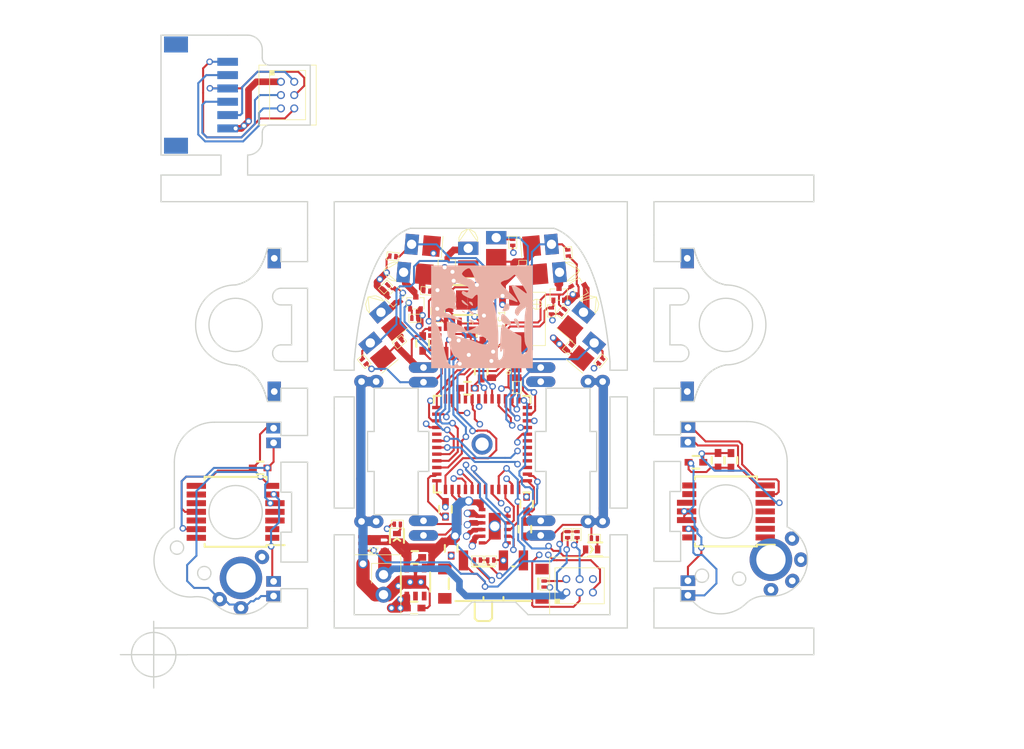
<source format=kicad_pcb>
(kicad_pcb (version 4) (host pcbnew 4.0.6)
  (layers (0 F.Cu signal) (1 In1.Cu mixed) (2 In2.Cu mixed) (31 B.Cu signal) (34 B.Paste user hide) (35 F.Paste user hide) (36 B.SilkS user hide) (37 F.SilkS user) (38 B.Mask user) (39 F.Mask user) (44 Edge.Cuts user))
  (net 0 "")
  (net 1 "Net-(C13-Pad1)")
  (net 2 "Net-(D1-Pad2)")
  (net 3 "Net-(D1-Pad1)")
  (net 4 "Net-(D2-Pad2)")
  (net 5 "Net-(D2-Pad1)")
  (net 6 "Net-(D3-Pad1)")
  (net 7 "Net-(D4-Pad2)")
  (net 8 "Net-(D4-Pad1)")
  (net 9 "Net-(D5-Pad2)")
  (net 10 "Net-(D5-Pad1)")
  (net 11 "Net-(D7-Pad1)")
  (net 12 "Net-(D8-Pad2)")
  (net 13 "Net-(D8-Pad1)")
  (net 14 ENCODER_LA)
  (net 15 "Net-(J4-Pad1)")
  (net 16 ENCODER_RA)
  (net 17 "Net-(J8-Pad1)")
  (net 18 BOOT0)
  (net 19 STM32_RX)
  (net 20 POWER_GATE)
  (net 21 STM32_TX)
  (net 22 SENSOR_AD_RIGHT)
  (net 23 SENSOR_AD_FRIGHT)
  (net 24 SENSOR_AD_FRONT)
  (net 25 SENSOR_AD_FLEFT)
  (net 26 SENSOR_AD_LEFT)
  (net 27 SENSOR_LED_RIGHT)
  (net 28 SENSOR_LED_FRIGHT)
  (net 29 SENSOR_LED_FRONT)
  (net 30 SENSOR_LED_FLEFT)
  (net 31 SPEAKER)
  (net 32 SENSOR_LED_LEFT)
  (net 33 BATTERY)
  (net 34 GYRO_MISO)
  (net 35 GYRO_MOSI)
  (net 36 GYRO_SCK)
  (net 37 GYRO_CS)
  (net 38 ENCODER_LB)
  (net 39 FRAM_SCK)
  (net 40 FRAM_CS)
  (net 41 ENCODER_RB)
  (net 42 FRAM_MISO)
  (net 43 FRAM_MOSI)
  (net 44 MOTOR_R_ENABLE)
  (net 45 MOTOR_R_PHASE)
  (net 46 MOTOR_L_ENABLE)
  (net 47 MOTOR_L_PHASE)
  (net 48 "Net-(U7-Pad2)")
  (net 49 "Net-(U7-Pad3)")
  (net 50 "Net-(U7-Pad4)")
  (net 51 "Net-(U7-Pad5)")
  (net 52 +BATT)
  (net 53 VDD)
  (net 54 "Net-(J3-Pad1)")
  (net 55 "Net-(J7-Pad1)")
  (net 56 LED)
  (net 57 "Net-(J10-Pad1)")
  (net 58 "Net-(J10-Pad2)")
  (net 59 "Net-(J10-Pad3)")
  (net 60 "Net-(J10-Pad4)")
  (net 61 "Net-(J10-Pad5)")
  (net 62 "Net-(J10-Pad6)")
  (net 63 "Net-(Q7-Pad3)")
  (net 64 "Net-(LS1-Pad2)")
  (net 65 "Net-(C6-Pad1)")
  (net 66 "Net-(C6-Pad2)")
  (net 67 +3.3V)
  (net 68 "Net-(C2-Pad1)")
  (net 69 "Net-(C2-Pad2)")
  (net 70 GND)
  (module Capacitors_SMD:C_0402 (layer F.Cu) (at 124.03 118.72 270)
    (fp_text reference C12 hide)
    (fp_text value 0.1u)
    (pad 1 smd rect (at -0.55 0 270) (size 0.6 0.5) (layers F.Cu F.Paste F.Mask) (net 67 +3.3V))
    (pad 2 smd rect (at 0.55 0 270) (size 0.6 0.5) (layers F.Cu F.Paste F.Mask) (net 70 GND))
  )
  (module taniho:QFN-48-1EP_7x7mm_Pitch0.5mm (layer F.Cu) (at 124.1 124.2 180)
    (fp_text reference U4 hide)
    (fp_text value STM32F412Cx hide)
    (pad 1 smd rect (at -3.4 -2.75 180) (size 0.7 0.25) (layers F.Cu F.Paste F.Mask) (net 67 +3.3V))
    (pad 2 smd rect (at -3.4 -2.25 180) (size 0.7 0.25) (layers F.Cu F.Paste F.Mask) (net 56 LED))
    (pad 3 smd rect (at -3.4 -1.75 180) (size 0.7 0.25) (layers F.Cu F.Paste F.Mask))
    (pad 4 smd rect (at -3.4 -1.25 180) (size 0.7 0.25) (layers F.Cu F.Paste F.Mask))
    (pad 5 smd rect (at -3.4 -0.75 180) (size 0.7 0.25) (layers F.Cu F.Paste F.Mask))
    (pad 6 smd rect (at -3.4 -0.25 180) (size 0.7 0.25) (layers F.Cu F.Paste F.Mask))
    (pad 7 smd rect (at -3.4 0.25 180) (size 0.7 0.25) (layers F.Cu F.Paste F.Mask))
    (pad 8 smd rect (at -3.4 0.75 180) (size 0.7 0.25) (layers F.Cu F.Paste F.Mask) (net 70 GND))
    (pad 9 smd rect (at -3.4 1.25 180) (size 0.7 0.25) (layers F.Cu F.Paste F.Mask) (net 67 +3.3V))
    (pad 10 smd rect (at -3.4 1.75 180) (size 0.7 0.25) (layers F.Cu F.Paste F.Mask) (net 16 ENCODER_RA))
    (pad 11 smd rect (at -3.4 2.25 180) (size 0.7 0.25) (layers F.Cu F.Paste F.Mask) (net 41 ENCODER_RB))
    (pad 12 smd rect (at -3.4 2.75 180) (size 0.7 0.25) (layers F.Cu F.Paste F.Mask) (net 31 SPEAKER))
    (pad 13 smd rect (at -2.75 3.4 270) (size 0.7 0.25) (layers F.Cu F.Paste F.Mask) (net 33 BATTERY))
    (pad 14 smd rect (at -2.25 3.4 270) (size 0.7 0.25) (layers F.Cu F.Paste F.Mask) (net 23 SENSOR_AD_FRIGHT))
    (pad 15 smd rect (at -1.75 3.4 270) (size 0.7 0.25) (layers F.Cu F.Paste F.Mask) (net 22 SENSOR_AD_RIGHT))
    (pad 16 smd rect (at -1.25 3.4 270) (size 0.7 0.25) (layers F.Cu F.Paste F.Mask) (net 24 SENSOR_AD_FRONT))
    (pad 17 smd rect (at -0.75 3.4 270) (size 0.7 0.25) (layers F.Cu F.Paste F.Mask) (net 26 SENSOR_AD_LEFT))
    (pad 18 smd rect (at -0.25 3.4 270) (size 0.7 0.25) (layers F.Cu F.Paste F.Mask) (net 25 SENSOR_AD_FLEFT))
    (pad 19 smd rect (at 0.25 3.4 270) (size 0.7 0.25) (layers F.Cu F.Paste F.Mask) (net 37 GYRO_CS))
    (pad 20 smd rect (at 0.75 3.4 270) (size 0.7 0.25) (layers F.Cu F.Paste F.Mask) (net 28 SENSOR_LED_FRIGHT))
    (pad 21 smd rect (at 1.25 3.4 270) (size 0.7 0.25) (layers F.Cu F.Paste F.Mask) (net 27 SENSOR_LED_RIGHT))
    (pad 22 smd rect (at 1.75 3.4 270) (size 0.7 0.25) (layers F.Cu F.Paste F.Mask) (net 1 "Net-(C13-Pad1)"))
    (pad 23 smd rect (at 2.25 3.4 270) (size 0.7 0.25) (layers F.Cu F.Paste F.Mask) (net 70 GND))
    (pad 24 smd rect (at 2.75 3.4 270) (size 0.7 0.25) (layers F.Cu F.Paste F.Mask) (net 67 +3.3V))
    (pad 25 smd rect (at 3.4 2.75 180) (size 0.7 0.25) (layers F.Cu F.Paste F.Mask) (net 39 FRAM_SCK))
    (pad 26 smd rect (at 3.4 2.25 180) (size 0.7 0.25) (layers F.Cu F.Paste F.Mask) (net 36 GYRO_SCK))
    (pad 27 smd rect (at 3.4 1.75 180) (size 0.7 0.25) (layers F.Cu F.Paste F.Mask) (net 34 GYRO_MISO))
    (pad 28 smd rect (at 3.4 1.25 180) (size 0.7 0.25) (layers F.Cu F.Paste F.Mask) (net 35 GYRO_MOSI))
    (pad 29 smd rect (at 3.4 0.75 180) (size 0.7 0.25) (layers F.Cu F.Paste F.Mask))
    (pad 30 smd rect (at 3.4 0.25 180) (size 0.7 0.25) (layers F.Cu F.Paste F.Mask) (net 21 STM32_TX))
    (pad 31 smd rect (at 3.4 -0.25 180) (size 0.7 0.25) (layers F.Cu F.Paste F.Mask) (net 19 STM32_RX))
    (pad 32 smd rect (at 3.4 -0.75 180) (size 0.7 0.25) (layers F.Cu F.Paste F.Mask) (net 30 SENSOR_LED_FLEFT))
    (pad 33 smd rect (at 3.4 -1.25 180) (size 0.7 0.25) (layers F.Cu F.Paste F.Mask) (net 32 SENSOR_LED_LEFT))
    (pad 34 smd rect (at 3.4 -1.75 180) (size 0.7 0.25) (layers F.Cu F.Paste F.Mask) (net 29 SENSOR_LED_FRONT))
    (pad 35 smd rect (at 3.4 -2.25 180) (size 0.7 0.25) (layers F.Cu F.Paste F.Mask) (net 70 GND))
    (pad 36 smd rect (at 3.4 -2.75 180) (size 0.7 0.25) (layers F.Cu F.Paste F.Mask) (net 67 +3.3V))
    (pad 37 smd rect (at 2.75 -3.4 270) (size 0.7 0.25) (layers F.Cu F.Paste F.Mask) (net 40 FRAM_CS))
    (pad 38 smd rect (at 2.25 -3.4 270) (size 0.7 0.25) (layers F.Cu F.Paste F.Mask) (net 38 ENCODER_LB))
    (pad 39 smd rect (at 1.75 -3.4 270) (size 0.7 0.25) (layers F.Cu F.Paste F.Mask) (net 14 ENCODER_LA))
    (pad 40 smd rect (at 1.25 -3.4 270) (size 0.7 0.25) (layers F.Cu F.Paste F.Mask) (net 42 FRAM_MISO))
    (pad 41 smd rect (at 0.75 -3.4 270) (size 0.7 0.25) (layers F.Cu F.Paste F.Mask) (net 43 FRAM_MOSI))
    (pad 42 smd rect (at 0.25 -3.4 270) (size 0.7 0.25) (layers F.Cu F.Paste F.Mask) (net 44 MOTOR_R_ENABLE))
    (pad 43 smd rect (at -0.25 -3.4 270) (size 0.7 0.25) (layers F.Cu F.Paste F.Mask) (net 45 MOTOR_R_PHASE))
    (pad 44 smd rect (at -0.75 -3.4 270) (size 0.7 0.25) (layers F.Cu F.Paste F.Mask) (net 18 BOOT0))
    (pad 45 smd rect (at -1.25 -3.4 270) (size 0.7 0.25) (layers F.Cu F.Paste F.Mask) (net 46 MOTOR_L_ENABLE))
    (pad 46 smd rect (at -1.75 -3.4 270) (size 0.7 0.25) (layers F.Cu F.Paste F.Mask) (net 47 MOTOR_L_PHASE))
    (pad 47 smd rect (at -2.25 -3.4 270) (size 0.7 0.25) (layers F.Cu F.Paste F.Mask) (net 70 GND))
    (pad 48 smd rect (at -2.75 -3.4 270) (size 0.7 0.25) (layers F.Cu F.Paste F.Mask) (net 67 +3.3V))
    (pad 49 thru_hole circle (at 0 0 180) (size 1.576 1.576) (drill 1) (layers *.Cu *.Mask))
  )
  (module taniho:SBH51-LPSE-D03 (layer F.Cu) (at 109 97 270)
    (fp_text reference J11 hide)
    (fp_text value CONN_02X03)
    (pad 1 thru_hole circle (at 0 0 270) (size 0.6 0.6) (drill 0.4) (layers *.Cu *.Mask) (net 57 "Net-(J10-Pad1)"))
    (pad 2 thru_hole circle (at 0 -1 270) (size 0.6 0.6) (drill 0.4) (layers *.Cu *.Mask) (net 58 "Net-(J10-Pad2)"))
    (pad 3 thru_hole circle (at 1 0 270) (size 0.6 0.6) (drill 0.4) (layers *.Cu *.Mask) (net 59 "Net-(J10-Pad3)"))
    (pad 4 thru_hole circle (at 1 -1 270) (size 0.6 0.6) (drill 0.4) (layers *.Cu *.Mask) (net 60 "Net-(J10-Pad4)"))
    (pad 5 thru_hole circle (at 2 0 270) (size 0.6 0.6) (drill 0.4) (layers *.Cu *.Mask) (net 61 "Net-(J10-Pad5)"))
    (pad 6 thru_hole circle (at 2 -1 270) (size 0.6 0.6) (drill 0.4) (layers *.Cu *.Mask) (net 62 "Net-(J10-Pad6)"))
  )
  (module taniho:B2B-ZR (layer F.Cu) (at 116.7 134.75 90)
    (fp_text reference BT1 hide)
    (fp_text value Battery_Cell hide)
    (pad 1 thru_hole circle (at 0.75 0 90) (size 1.2 1.2) (drill 0.7) (layers *.Cu *.Mask) (net 52 +BATT))
    (pad 2 thru_hole circle (at -0.75 0 90) (size 1.2 1.2) (drill 0.7) (layers *.Cu *.Mask) (net 70 GND))
  )
  (module Capacitors_SMD:C_0402 (layer F.Cu) (at 127.44 128.7 90)
    (fp_text reference C1 hide)
    (fp_text value 0.1u)
    (pad 1 smd rect (at -0.55 0 90) (size 0.6 0.5) (layers F.Cu F.Paste F.Mask) (net 67 +3.3V))
    (pad 2 smd rect (at 0.55 0 90) (size 0.6 0.5) (layers F.Cu F.Paste F.Mask) (net 70 GND))
  )
  (module Capacitors_SMD:C_0402 (layer F.Cu) (at 140.15 125.56)
    (fp_text reference C2 hide)
    (fp_text value 0.1u)
    (pad 1 smd rect (at -0.55 0) (size 0.6 0.5) (layers F.Cu F.Paste F.Mask) (net 68 "Net-(C2-Pad1)"))
    (pad 2 smd rect (at 0.55 0) (size 0.6 0.5) (layers F.Cu F.Paste F.Mask) (net 69 "Net-(C2-Pad2)"))
  )
  (module Capacitors_SMD:C_0402 (layer F.Cu) (at 124.16 115.88 270)
    (fp_text reference C3 hide)
    (fp_text value 0.1u)
    (pad 1 smd rect (at -0.55 0 270) (size 0.6 0.5) (layers F.Cu F.Paste F.Mask) (net 67 +3.3V))
    (pad 2 smd rect (at 0.55 0 270) (size 0.6 0.5) (layers F.Cu F.Paste F.Mask) (net 70 GND))
  )
  (module Capacitors_SMD:C_0402 (layer F.Cu) (at 121.35 129.09 270)
    (fp_text reference C4 hide)
    (fp_text value 0.1u)
    (pad 1 smd rect (at -0.55 0 270) (size 0.6 0.5) (layers F.Cu F.Paste F.Mask) (net 67 +3.3V))
    (pad 2 smd rect (at 0.55 0 270) (size 0.6 0.5) (layers F.Cu F.Paste F.Mask) (net 70 GND))
  )
  (module Capacitors_SMD:C_0402 (layer F.Cu) (at 119.64 116.64 90)
    (fp_text reference C5 hide)
    (fp_text value 0.1u)
    (pad 1 smd rect (at -0.55 0 90) (size 0.6 0.5) (layers F.Cu F.Paste F.Mask) (net 70 GND))
    (pad 2 smd rect (at 0.55 0 90) (size 0.6 0.5) (layers F.Cu F.Paste F.Mask) (net 67 +3.3V))
  )
  (module Capacitors_SMD:C_0402 (layer F.Cu) (at 107.442 125.984)
    (fp_text reference C6 hide)
    (fp_text value 0.1u)
    (pad 1 smd rect (at -0.55 0) (size 0.6 0.5) (layers F.Cu F.Paste F.Mask) (net 65 "Net-(C6-Pad1)"))
    (pad 2 smd rect (at 0.55 0) (size 0.6 0.5) (layers F.Cu F.Paste F.Mask) (net 66 "Net-(C6-Pad2)"))
  )
  (module Capacitors_SMD:C_0402 (layer F.Cu) (at 142.78 125.42 90)
    (fp_text reference C7 hide)
    (fp_text value 1u)
    (pad 1 smd rect (at -0.55 0 90) (size 0.6 0.5) (layers F.Cu F.Paste F.Mask) (net 68 "Net-(C2-Pad1)"))
    (pad 2 smd rect (at 0.55 0 90) (size 0.6 0.5) (layers F.Cu F.Paste F.Mask) (net 69 "Net-(C2-Pad2)"))
  )
  (module Capacitors_SMD:C_0402 (layer F.Cu) (at 141.81 125.41 90)
    (fp_text reference C8 hide)
    (fp_text value 0.1u)
    (pad 1 smd rect (at -0.55 0 90) (size 0.6 0.5) (layers F.Cu F.Paste F.Mask) (net 68 "Net-(C2-Pad1)"))
    (pad 2 smd rect (at 0.55 0 90) (size 0.6 0.5) (layers F.Cu F.Paste F.Mask) (net 69 "Net-(C2-Pad2)"))
  )
  (module Capacitors_SMD:C_0402 (layer F.Cu) (at 120.78 114.21 270)
    (fp_text reference C9 hide)
    (fp_text value 0.1u)
    (pad 1 smd rect (at -0.55 0 270) (size 0.6 0.5) (layers F.Cu F.Paste F.Mask) (net 67 +3.3V))
    (pad 2 smd rect (at 0.55 0 270) (size 0.6 0.5) (layers F.Cu F.Paste F.Mask) (net 70 GND))
  )
  (module Capacitors_SMD:C_0402 (layer F.Cu) (at 119.05 132.7)
    (fp_text reference C10 hide)
    (fp_text value 10u)
    (pad 1 smd rect (at -0.55 0) (size 0.6 0.5) (layers F.Cu F.Paste F.Mask) (net 53 VDD))
    (pad 2 smd rect (at 0.55 0) (size 0.6 0.5) (layers F.Cu F.Paste F.Mask) (net 70 GND))
  )
  (module Capacitors_SMD:C_0402 (layer F.Cu) (at 119 136.5)
    (fp_text reference C11 hide)
    (fp_text value 1u)
    (pad 1 smd rect (at -0.55 0) (size 0.6 0.5) (layers F.Cu F.Paste F.Mask) (net 67 +3.3V))
    (pad 2 smd rect (at 0.55 0) (size 0.6 0.5) (layers F.Cu F.Paste F.Mask) (net 70 GND))
  )
  (module Capacitors_SMD:C_0402 (layer F.Cu) (at 123 120)
    (fp_text reference C13 hide)
    (fp_text value 2.2u)
    (pad 1 smd rect (at -0.55 0) (size 0.6 0.5) (layers F.Cu F.Paste F.Mask) (net 1 "Net-(C13-Pad1)"))
    (pad 2 smd rect (at 0.55 0) (size 0.6 0.5) (layers F.Cu F.Paste F.Mask) (net 70 GND))
  )
  (module Capacitors_SMD:C_0402 (layer F.Cu) (at 121.78 132.02 270)
    (fp_text reference C14 hide)
    (fp_text value 0.1u)
    (pad 1 smd rect (at -0.55 0 270) (size 0.6 0.5) (layers F.Cu F.Paste F.Mask) (net 53 VDD))
    (pad 2 smd rect (at 0.55 0 270) (size 0.6 0.5) (layers F.Cu F.Paste F.Mask) (net 70 GND))
  )
  (module Capacitors_SMD:C_0402 (layer F.Cu) (at 127.31 130.58 270)
    (fp_text reference C15 hide)
    (fp_text value 0.1u)
    (pad 1 smd rect (at -0.55 0 270) (size 0.6 0.5) (layers F.Cu F.Paste F.Mask) (net 67 +3.3V))
    (pad 2 smd rect (at 0.55 0 270) (size 0.6 0.5) (layers F.Cu F.Paste F.Mask) (net 70 GND))
  )
  (module taniho:OP224 (layer F.Cu) (at 131.71 114.3 320)
    (fp_text reference D1 hide)
    (fp_text value D_Photo_OP224 hide)
    (pad 2 thru_hole rect (at 0 0 320) (size 1.524 1) (drill 0.7) (layers *.Cu *.Mask) (net 2 "Net-(D1-Pad2)"))
    (pad 1 smd rect (at 0 1.55 320) (size 1.524 1.3) (layers F.Cu F.Paste F.Mask) (net 3 "Net-(D1-Pad1)"))
  )
  (module taniho:OP224 (layer F.Cu) (at 129.91 111.3 275)
    (fp_text reference D2 hide)
    (fp_text value D_Photo_OP224 hide)
    (pad 2 thru_hole rect (at 0 0 275) (size 1.524 1) (drill 0.7) (layers *.Cu *.Mask) (net 4 "Net-(D2-Pad2)"))
    (pad 1 smd rect (at 0 1.55 275) (size 1.524 1.3) (layers F.Cu F.Paste F.Mask) (net 5 "Net-(D2-Pad1)"))
  )
  (module LEDs:LED_0402 (layer F.Cu) (at 117.71 131.36 270)
    (fp_text reference D3 hide)
    (fp_text value LED_Small_ALT hide)
    (pad 1 smd rect (at -0.45 0 270) (size 0.4 0.6) (layers F.Cu F.Paste F.Mask) (net 6 "Net-(D3-Pad1)"))
    (pad 2 smd rect (at 0.45 0 270) (size 0.4 0.6) (layers F.Cu F.Paste F.Mask) (net 53 VDD))
  )
  (module taniho:OP224 (layer F.Cu) (at 123.06 109.5)
    (fp_text reference D4 hide)
    (fp_text value D_Photo_OP224 hide)
    (pad 2 thru_hole rect (at 0 0) (size 1.524 1) (drill 0.7) (layers *.Cu *.Mask) (net 7 "Net-(D4-Pad2)"))
    (pad 1 smd rect (at 0 1.55) (size 1.524 1.3) (layers F.Cu F.Paste F.Mask) (net 8 "Net-(D4-Pad1)"))
  )
  (module taniho:OP224 (layer F.Cu) (at 118.21 111.3 85)
    (fp_text reference D5 hide)
    (fp_text value D_Photo_OP224 hide)
    (pad 2 thru_hole rect (at 0 0 85) (size 1.524 1) (drill 0.7) (layers *.Cu *.Mask) (net 9 "Net-(D5-Pad2)"))
    (pad 1 smd rect (at 0 1.55 85) (size 1.524 1.3) (layers F.Cu F.Paste F.Mask) (net 10 "Net-(D5-Pad1)"))
  )
  (module LEDs:LED_0402 (layer F.Cu) (at 132.32 132.1 180)
    (fp_text reference D7 hide)
    (fp_text value LED_Small_ALT hide)
    (pad 1 smd rect (at -0.45 0 180) (size 0.4 0.6) (layers F.Cu F.Paste F.Mask) (net 11 "Net-(D7-Pad1)"))
    (pad 2 smd rect (at 0.45 0 180) (size 0.4 0.6) (layers F.Cu F.Paste F.Mask) (net 56 LED))
  )
  (module taniho:OP224 (layer F.Cu) (at 116.51 114.3 40)
    (fp_text reference D8 hide)
    (fp_text value D_Photo_OP224 hide)
    (pad 2 thru_hole rect (at 0 0 40) (size 1.524 1) (drill 0.7) (layers *.Cu *.Mask) (net 12 "Net-(D8-Pad2)"))
    (pad 1 smd rect (at 0 1.55 40) (size 1.524 1.3) (layers F.Cu F.Paste F.Mask) (net 13 "Net-(D8-Pad1)"))
  )
  (module taniho:SBH51-LPSE-D03 (layer F.Cu) (at 130.42 135.33)
    (fp_text reference J16 hide)
    (fp_text value CONN_02X03)
    (pad 1 thru_hole circle (at 0 0) (size 0.6 0.6) (drill 0.4) (layers *.Cu *.Mask) (net 52 +BATT))
    (pad 2 thru_hole circle (at 0 -1) (size 0.6 0.6) (drill 0.4) (layers *.Cu *.Mask) (net 18 BOOT0))
    (pad 3 thru_hole circle (at 1 0) (size 0.6 0.6) (drill 0.4) (layers *.Cu *.Mask) (net 19 STM32_RX))
    (pad 4 thru_hole circle (at 1 -1) (size 0.6 0.6) (drill 0.4) (layers *.Cu *.Mask) (net 20 POWER_GATE))
    (pad 5 thru_hole circle (at 2 0) (size 0.6 0.6) (drill 0.4) (layers *.Cu *.Mask) (net 21 STM32_TX))
    (pad 6 thru_hole circle (at 2 -1) (size 0.6 0.6) (drill 0.4) (layers *.Cu *.Mask) (net 70 GND))
  )
  (module taniho:OP644SL (layer F.Cu) (at 132.51 116.6 320)
    (fp_text reference Q1 hide)
    (fp_text value PHOTO_TRANSISTER hide)
    (pad 1 smd rect (at 0 1.5 320) (size 1.524 1.3) (layers F.Cu F.Paste F.Mask) (net 67 +3.3V))
    (pad 2 thru_hole rect (at 0 0 320) (size 1.524 1) (drill 0.7) (layers *.Cu *.Mask) (net 23 SENSOR_AD_FRIGHT))
  )
  (module taniho:OP644SL (layer F.Cu) (at 129.31 109.2 275)
    (fp_text reference Q2 hide)
    (fp_text value PHOTO_TRANSISTER hide)
    (pad 1 smd rect (at 0 1.5 275) (size 1.524 1.3) (layers F.Cu F.Paste F.Mask) (net 67 +3.3V))
    (pad 2 thru_hole rect (at 0 0 275) (size 1.524 1) (drill 0.7) (layers *.Cu *.Mask) (net 22 SENSOR_AD_RIGHT))
  )
  (module taniho:OP644SL (layer F.Cu) (at 125.16 108.7)
    (fp_text reference Q3 hide)
    (fp_text value PHOTO_TRANSISTER hide)
    (pad 1 smd rect (at 0 1.5) (size 1.524 1.3) (layers F.Cu F.Paste F.Mask) (net 67 +3.3V))
    (pad 2 thru_hole rect (at 0 0) (size 1.524 1) (drill 0.7) (layers *.Cu *.Mask) (net 24 SENSOR_AD_FRONT))
  )
  (module taniho:OP644SL (layer F.Cu) (at 118.81 109.2 85)
    (fp_text reference Q4 hide)
    (fp_text value PHOTO_TRANSISTER hide)
    (pad 1 smd rect (at 0 1.5 85) (size 1.524 1.3) (layers F.Cu F.Paste F.Mask) (net 67 +3.3V))
    (pad 2 thru_hole rect (at 0 0 85) (size 1.524 1) (drill 0.7) (layers *.Cu *.Mask) (net 26 SENSOR_AD_LEFT))
  )
  (module taniho:OP644SL (layer F.Cu) (at 115.71 116.6 40)
    (fp_text reference Q5 hide)
    (fp_text value PHOTO_TRANSISTER hide)
    (pad 1 smd rect (at 0 1.5 40) (size 1.524 1.3) (layers F.Cu F.Paste F.Mask) (net 67 +3.3V))
    (pad 2 thru_hole rect (at 0 0 40) (size 1.524 1) (drill 0.7) (layers *.Cu *.Mask) (net 25 SENSOR_AD_FLEFT))
  )
  (module taniho:VMT3 (layer F.Cu) (at 131 112.7 300)
    (fp_text reference Q6 hide)
    (fp_text value Q_NMOS_GSD hide)
    (pad 1 smd rect (at -0.4 0 300) (size 0.3 0.4) (layers F.Cu F.Paste F.Mask) (net 28 SENSOR_LED_FRIGHT))
    (pad 2 smd rect (at 0.4 0 300) (size 0.3 0.4) (layers F.Cu F.Paste F.Mask) (net 70 GND))
    (pad 3 smd rect (at 0.025 -0.9 300) (size 0.4 0.4) (layers F.Cu F.Paste F.Mask) (net 2 "Net-(D1-Pad2)"))
  )
  (module taniho:VMT3 (layer F.Cu) (at 129.85 113.4)
    (fp_text reference Q8 hide)
    (fp_text value Q_NMOS_GSD hide)
    (pad 1 smd rect (at -0.4 0) (size 0.3 0.4) (layers F.Cu F.Paste F.Mask) (net 27 SENSOR_LED_RIGHT))
    (pad 2 smd rect (at 0.4 0) (size 0.3 0.4) (layers F.Cu F.Paste F.Mask) (net 70 GND))
    (pad 3 smd rect (at 0.025 -0.9) (size 0.4 0.4) (layers F.Cu F.Paste F.Mask) (net 4 "Net-(D2-Pad2)"))
  )
  (module taniho:VMT3 (layer F.Cu) (at 121.45 111.2)
    (fp_text reference Q9 hide)
    (fp_text value Q_NMOS_GSD hide)
    (pad 1 smd rect (at -0.4 0) (size 0.3 0.4) (layers F.Cu F.Paste F.Mask) (net 29 SENSOR_LED_FRONT))
    (pad 2 smd rect (at 0.4 0) (size 0.3 0.4) (layers F.Cu F.Paste F.Mask) (net 70 GND))
    (pad 3 smd rect (at 0.025 -0.9) (size 0.4 0.4) (layers F.Cu F.Paste F.Mask) (net 7 "Net-(D4-Pad2)"))
  )
  (module taniho:VMT3 (layer F.Cu) (at 119.1 114.05)
    (fp_text reference Q10 hide)
    (fp_text value Q_NMOS_GSD hide)
    (pad 1 smd rect (at -0.4 0) (size 0.3 0.4) (layers F.Cu F.Paste F.Mask) (net 32 SENSOR_LED_LEFT))
    (pad 2 smd rect (at 0.4 0) (size 0.3 0.4) (layers F.Cu F.Paste F.Mask) (net 70 GND))
    (pad 3 smd rect (at 0.025 -0.9) (size 0.4 0.4) (layers F.Cu F.Paste F.Mask) (net 9 "Net-(D5-Pad2)"))
  )
  (module taniho:VMT3 (layer F.Cu) (at 117.3 112.85 225)
    (fp_text reference Q12 hide)
    (fp_text value Q_NMOS_GSD hide)
    (pad 1 smd rect (at -0.4 0 225) (size 0.3 0.4) (layers F.Cu F.Paste F.Mask) (net 30 SENSOR_LED_FLEFT))
    (pad 2 smd rect (at 0.4 0 225) (size 0.3 0.4) (layers F.Cu F.Paste F.Mask) (net 70 GND))
    (pad 3 smd rect (at 0.025 -0.9 225) (size 0.4 0.4) (layers F.Cu F.Paste F.Mask) (net 12 "Net-(D8-Pad2)"))
  )
  (module taniho:R_0402_metric (layer F.Cu) (at 115.25 118 130)
    (fp_text reference R1 hide)
    (fp_text value 1k)
    (pad 1 smd rect (at -0.225 0 130) (size 0.25 0.4) (layers F.Cu F.Paste F.Mask) (net 70 GND))
    (pad 2 smd rect (at 0.225 0 130) (size 0.25 0.4) (layers F.Cu F.Paste F.Mask) (net 25 SENSOR_AD_FLEFT))
  )
  (module taniho:R_0402_metric (layer F.Cu) (at 117.4 110.1 355)
    (fp_text reference R2 hide)
    (fp_text value 1k)
    (pad 1 smd rect (at -0.225 0 355) (size 0.25 0.4) (layers F.Cu F.Paste F.Mask) (net 70 GND))
    (pad 2 smd rect (at 0.225 0 355) (size 0.25 0.4) (layers F.Cu F.Paste F.Mask) (net 26 SENSOR_AD_LEFT))
  )
  (module taniho:R_0402_metric (layer F.Cu) (at 126.4 109.05 90)
    (fp_text reference R3 hide)
    (fp_text value 1k)
    (pad 1 smd rect (at -0.225 0 90) (size 0.25 0.4) (layers F.Cu F.Paste F.Mask) (net 70 GND))
    (pad 2 smd rect (at 0.225 0 90) (size 0.25 0.4) (layers F.Cu F.Paste F.Mask) (net 24 SENSOR_AD_FRONT))
  )
  (module taniho:R_0402_metric (layer F.Cu) (at 130.55 109.85 95)
    (fp_text reference R4 hide)
    (fp_text value 1k)
    (pad 1 smd rect (at -0.225 0 95) (size 0.25 0.4) (layers F.Cu F.Paste F.Mask) (net 70 GND))
    (pad 2 smd rect (at 0.225 0 95) (size 0.25 0.4) (layers F.Cu F.Paste F.Mask) (net 22 SENSOR_AD_RIGHT))
  )
  (module taniho:R_0402_metric (layer F.Cu) (at 133 117.95 50)
    (fp_text reference R5 hide)
    (fp_text value 1k)
    (pad 1 smd rect (at -0.225 0 50) (size 0.25 0.4) (layers F.Cu F.Paste F.Mask) (net 70 GND))
    (pad 2 smd rect (at 0.225 0 50) (size 0.25 0.4) (layers F.Cu F.Paste F.Mask) (net 23 SENSOR_AD_FRIGHT))
  )
  (module taniho:R_0402_metric (layer F.Cu) (at 130.64 116.94 230)
    (fp_text reference R6 hide)
    (fp_text value 10)
    (pad 1 smd rect (at -0.225 0 230) (size 0.25 0.4) (layers F.Cu F.Paste F.Mask) (net 3 "Net-(D1-Pad1)"))
    (pad 2 smd rect (at 0.225 0 230) (size 0.25 0.4) (layers F.Cu F.Paste F.Mask) (net 67 +3.3V))
  )
  (module taniho:R_0402_metric (layer F.Cu) (at 127.15 110.85 90)
    (fp_text reference R7 hide)
    (fp_text value 10)
    (pad 1 smd rect (at -0.225 0 90) (size 0.25 0.4) (layers F.Cu F.Paste F.Mask) (net 5 "Net-(D2-Pad1)"))
    (pad 2 smd rect (at 0.225 0 90) (size 0.25 0.4) (layers F.Cu F.Paste F.Mask) (net 67 +3.3V))
  )
  (module taniho:R_0402_metric (layer F.Cu) (at 124.26 111.59 270)
    (fp_text reference R8 hide)
    (fp_text value 10)
    (pad 1 smd rect (at -0.225 0 270) (size 0.25 0.4) (layers F.Cu F.Paste F.Mask) (net 8 "Net-(D4-Pad1)"))
    (pad 2 smd rect (at 0.225 0 270) (size 0.25 0.4) (layers F.Cu F.Paste F.Mask) (net 67 +3.3V))
  )
  (module taniho:R_0402_metric (layer F.Cu) (at 119.95 112.7 355)
    (fp_text reference R9 hide)
    (fp_text value 10)
    (pad 1 smd rect (at -0.225 0 355) (size 0.25 0.4) (layers F.Cu F.Paste F.Mask) (net 10 "Net-(D5-Pad1)"))
    (pad 2 smd rect (at 0.225 0 355) (size 0.25 0.4) (layers F.Cu F.Paste F.Mask) (net 67 +3.3V))
  )
  (module taniho:R_0402_metric (layer F.Cu) (at 117.9 116.55 220)
    (fp_text reference R10 hide)
    (fp_text value 10)
    (pad 1 smd rect (at -0.225 0 220) (size 0.25 0.4) (layers F.Cu F.Paste F.Mask) (net 13 "Net-(D8-Pad1)"))
    (pad 2 smd rect (at 0.225 0 220) (size 0.25 0.4) (layers F.Cu F.Paste F.Mask) (net 67 +3.3V))
  )
  (module taniho:R_0402_metric (layer F.Cu) (at 130.15 114.25 50)
    (fp_text reference R11 hide)
    (fp_text value 10k)
    (pad 1 smd rect (at -0.225 0 50) (size 0.25 0.4) (layers F.Cu F.Paste F.Mask) (net 70 GND))
    (pad 2 smd rect (at 0.225 0 50) (size 0.25 0.4) (layers F.Cu F.Paste F.Mask) (net 28 SENSOR_LED_FRIGHT))
  )
  (module taniho:R_0402_metric (layer F.Cu) (at 129.3 114.2 90)
    (fp_text reference R12 hide)
    (fp_text value 10k)
    (pad 1 smd rect (at -0.225 0 90) (size 0.25 0.4) (layers F.Cu F.Paste F.Mask) (net 70 GND))
    (pad 2 smd rect (at 0.225 0 90) (size 0.25 0.4) (layers F.Cu F.Paste F.Mask) (net 27 SENSOR_LED_RIGHT))
  )
  (module taniho:R_0402_metric (layer F.Cu) (at 121.45 111.85 180)
    (fp_text reference R13 hide)
    (fp_text value 10k)
    (pad 1 smd rect (at -0.225 0 180) (size 0.25 0.4) (layers F.Cu F.Paste F.Mask) (net 70 GND))
    (pad 2 smd rect (at 0.225 0 180) (size 0.25 0.4) (layers F.Cu F.Paste F.Mask) (net 29 SENSOR_LED_FRONT))
  )
  (module taniho:R_0402_metric (layer F.Cu) (at 119.05 114.75 180)
    (fp_text reference R14 hide)
    (fp_text value 10k)
    (pad 1 smd rect (at -0.225 0 180) (size 0.25 0.4) (layers F.Cu F.Paste F.Mask) (net 70 GND))
    (pad 2 smd rect (at 0.225 0 180) (size 0.25 0.4) (layers F.Cu F.Paste F.Mask) (net 32 SENSOR_LED_LEFT))
  )
  (module taniho:R_0402_metric (layer F.Cu) (at 116.85 112.4 45)
    (fp_text reference R15 hide)
    (fp_text value 10k)
    (pad 1 smd rect (at -0.225 0 45) (size 0.25 0.4) (layers F.Cu F.Paste F.Mask) (net 70 GND))
    (pad 2 smd rect (at 0.225 0 45) (size 0.25 0.4) (layers F.Cu F.Paste F.Mask) (net 30 SENSOR_LED_FLEFT))
  )
  (module taniho:R_0402_metric (layer F.Cu) (at 128.75 134.7 270)
    (fp_text reference R16 hide)
    (fp_text value 10k)
    (pad 1 smd rect (at -0.225 0 270) (size 0.25 0.4) (layers F.Cu F.Paste F.Mask) (net 18 BOOT0))
    (pad 2 smd rect (at 0.225 0 270) (size 0.25 0.4) (layers F.Cu F.Paste F.Mask) (net 70 GND))
  )
  (module taniho:R_0402_metric (layer F.Cu) (at 130.52 130.99 270)
    (fp_text reference R17 hide)
    (fp_text value 100k)
    (pad 1 smd rect (at -0.225 0 270) (size 0.25 0.4) (layers F.Cu F.Paste F.Mask) (net 63 "Net-(Q7-Pad3)"))
    (pad 2 smd rect (at 0.225 0 270) (size 0.25 0.4) (layers F.Cu F.Paste F.Mask) (net 52 +BATT))
  )
  (module taniho:R_0402_metric (layer F.Cu) (at 123.75 132.9)
    (fp_text reference R18 hide)
    (fp_text value 10k)
    (pad 1 smd rect (at -0.225 0) (size 0.25 0.4) (layers F.Cu F.Paste F.Mask) (net 53 VDD))
    (pad 2 smd rect (at 0.225 0) (size 0.25 0.4) (layers F.Cu F.Paste F.Mask) (net 33 BATTERY))
  )
  (module taniho:R_0402_metric (layer F.Cu) (at 124.75 132.9)
    (fp_text reference R19 hide)
    (fp_text value 10k)
    (pad 1 smd rect (at -0.225 0) (size 0.25 0.4) (layers F.Cu F.Paste F.Mask) (net 33 BATTERY))
    (pad 2 smd rect (at 0.225 0) (size 0.25 0.4) (layers F.Cu F.Paste F.Mask) (net 70 GND))
  )
  (module taniho:R_0402_metric (layer F.Cu) (at 117.74 130.21 180)
    (fp_text reference R20 hide)
    (fp_text value 1k)
    (pad 1 smd rect (at -0.225 0 180) (size 0.25 0.4) (layers F.Cu F.Paste F.Mask) (net 6 "Net-(D3-Pad1)"))
    (pad 2 smd rect (at 0.225 0 180) (size 0.25 0.4) (layers F.Cu F.Paste F.Mask) (net 70 GND))
  )
  (module taniho:R_0402_metric (layer F.Cu) (at 132.53 131.27)
    (fp_text reference R23 hide)
    (fp_text value 1k)
    (pad 1 smd rect (at -0.225 0) (size 0.25 0.4) (layers F.Cu F.Paste F.Mask) (net 70 GND))
    (pad 2 smd rect (at 0.225 0) (size 0.25 0.4) (layers F.Cu F.Paste F.Mask) (net 11 "Net-(D7-Pad1)"))
  )
  (module Housings_SSOP:TSSOP-14_4.4x5mm_Pitch0.65mm (layer F.Cu) (at 105.6 129.28 180)
    (fp_text reference U1 hide)
    (fp_text value AS5147)
    (pad 1 smd rect (at -2.75 -1.95 180) (size 1.05 0.45) (layers F.Cu F.Paste F.Mask))
    (pad 2 smd rect (at -2.75 -1.3 180) (size 1.05 0.45) (layers F.Cu F.Paste F.Mask))
    (pad 3 smd rect (at -2.95 -0.65 180) (size 1.45 0.45) (layers F.Cu F.Paste F.Mask))
    (pad 4 smd rect (at -2.95 0 180) (size 1.45 0.45) (layers F.Cu F.Paste F.Mask))
    (pad 5 smd rect (at -2.95 0.65 180) (size 1.45 0.45) (layers F.Cu F.Paste F.Mask) (net 66 "Net-(C6-Pad2)"))
    (pad 6 smd rect (at -2.75 1.3 180) (size 1.05 0.45) (layers F.Cu F.Paste F.Mask) (net 55 "Net-(J7-Pad1)"))
    (pad 7 smd rect (at -2.75 1.95 180) (size 1.05 0.45) (layers F.Cu F.Paste F.Mask) (net 17 "Net-(J8-Pad1)"))
    (pad 8 smd rect (at 2.95 1.95 180) (size 1.45 0.45) (layers F.Cu F.Paste F.Mask))
    (pad 9 smd rect (at 2.95 1.3 180) (size 1.45 0.45) (layers F.Cu F.Paste F.Mask))
    (pad 10 smd rect (at 2.95 0.65 180) (size 1.45 0.45) (layers F.Cu F.Paste F.Mask))
    (pad 11 smd rect (at 2.95 0 180) (size 1.45 0.45) (layers F.Cu F.Paste F.Mask) (net 65 "Net-(C6-Pad1)"))
    (pad 12 smd rect (at 2.95 -0.65 180) (size 1.45 0.45) (layers F.Cu F.Paste F.Mask) (net 65 "Net-(C6-Pad1)"))
    (pad 13 smd rect (at 2.95 -1.3 180) (size 1.45 0.45) (layers F.Cu F.Paste F.Mask) (net 66 "Net-(C6-Pad2)"))
    (pad 14 smd rect (at 2.95 -1.95 180) (size 1.45 0.45) (layers F.Cu F.Paste F.Mask))
  )
  (module taniho:LGA-14L (layer F.Cu) (at 121.9 116.3 180)
    (fp_text reference U2 hide)
    (fp_text value LSM6DS3 hide)
    (pad 6 smd rect (at 0 1.1 180) (size 0.35 1) (layers F.Cu F.Paste F.Mask) (net 70 GND))
    (pad 5 smd rect (at -0.5 1.1 180) (size 0.35 1) (layers F.Cu F.Paste F.Mask) (net 67 +3.3V))
    (pad 4 smd rect (at -1.35 0.75 180) (size 1 0.35) (layers F.Cu F.Paste F.Mask))
    (pad 3 smd rect (at -1.35 0.25 180) (size 1 0.35) (layers F.Cu F.Paste F.Mask) (net 70 GND))
    (pad 2 smd rect (at -1.35 -0.25 180) (size 1 0.35) (layers F.Cu F.Paste F.Mask) (net 70 GND))
    (pad 1 smd rect (at -1.35 -0.75 180) (size 1 0.35) (layers F.Cu F.Paste F.Mask) (net 34 GYRO_MISO))
    (pad 14 smd rect (at -0.5 -1.1 180) (size 0.35 1) (layers F.Cu F.Paste F.Mask) (net 35 GYRO_MOSI))
    (pad 13 smd rect (at 0 -1.1 180) (size 0.35 1) (layers F.Cu F.Paste F.Mask) (net 36 GYRO_SCK))
    (pad 12 smd rect (at 0.5 -1.1 180) (size 0.35 1) (layers F.Cu F.Paste F.Mask) (net 37 GYRO_CS))
    (pad 11 smd rect (at 1.35 -0.75 180) (size 1 0.35) (layers F.Cu F.Paste F.Mask))
    (pad 10 smd rect (at 1.35 -0.25 180) (size 1 0.35) (layers F.Cu F.Paste F.Mask))
    (pad 9 smd rect (at 1.35 0.25 180) (size 1 0.35) (layers F.Cu F.Paste F.Mask))
    (pad 8 smd rect (at 1.35 0.75 180) (size 1 0.35) (layers F.Cu F.Paste F.Mask) (net 67 +3.3V))
    (pad 7 smd rect (at 0.5 1.1 180) (size 0.35 1) (layers F.Cu F.Paste F.Mask) (net 70 GND))
  )
  (module Housings_SSOP:TSSOP-14_4.4x5mm_Pitch0.65mm (layer F.Cu) (at 142.4 129.25 180)
    (fp_text reference U3 hide)
    (fp_text value AS5147)
    (pad 1 smd rect (at -2.95 -1.95 180) (size 1.45 0.45) (layers F.Cu F.Paste F.Mask))
    (pad 2 smd rect (at -2.95 -1.3 180) (size 1.45 0.45) (layers F.Cu F.Paste F.Mask))
    (pad 3 smd rect (at -2.95 -0.65 180) (size 1.45 0.45) (layers F.Cu F.Paste F.Mask))
    (pad 4 smd rect (at -2.95 0 180) (size 1.45 0.45) (layers F.Cu F.Paste F.Mask))
    (pad 5 smd rect (at -2.95 0.65 180) (size 1.45 0.45) (layers F.Cu F.Paste F.Mask) (net 69 "Net-(C2-Pad2)"))
    (pad 6 smd rect (at -2.95 1.3 180) (size 1.45 0.45) (layers F.Cu F.Paste F.Mask) (net 54 "Net-(J3-Pad1)"))
    (pad 7 smd rect (at -2.95 1.95 180) (size 1.45 0.45) (layers F.Cu F.Paste F.Mask) (net 15 "Net-(J4-Pad1)"))
    (pad 8 smd rect (at 2.75 1.95 180) (size 1.05 0.45) (layers F.Cu F.Paste F.Mask))
    (pad 9 smd rect (at 2.75 1.3 180) (size 1.05 0.45) (layers F.Cu F.Paste F.Mask))
    (pad 10 smd rect (at 2.95 0.65 180) (size 1.45 0.45) (layers F.Cu F.Paste F.Mask))
    (pad 11 smd rect (at 2.95 0 180) (size 1.45 0.45) (layers F.Cu F.Paste F.Mask) (net 68 "Net-(C2-Pad1)"))
    (pad 12 smd rect (at 2.95 -0.65 180) (size 1.45 0.45) (layers F.Cu F.Paste F.Mask) (net 68 "Net-(C2-Pad1)"))
    (pad 13 smd rect (at 2.75 -1.3 180) (size 1.05 0.45) (layers F.Cu F.Paste F.Mask) (net 69 "Net-(C2-Pad2)"))
    (pad 14 smd rect (at 2.75 -1.95 180) (size 1.05 0.45) (layers F.Cu F.Paste F.Mask))
  )
  (module Housings_DFN_QFN:DFN-8-1EP_3x2mm_Pitch0.5mm (layer F.Cu) (at 123.02 113.38)
    (fp_text reference U5 hide)
    (fp_text value MB85RS16N hide)
    (pad 1 smd rect (at -1.45 -0.75) (size 0.75 0.3) (layers F.Cu F.Paste F.Mask) (net 40 FRAM_CS))
    (pad 2 smd rect (at -1.45 -0.25) (size 0.75 0.3) (layers F.Cu F.Paste F.Mask) (net 42 FRAM_MISO))
    (pad 3 smd rect (at -1.45 0.25) (size 0.75 0.3) (layers F.Cu F.Paste F.Mask) (net 67 +3.3V))
    (pad 4 smd rect (at -1.45 0.75) (size 0.75 0.3) (layers F.Cu F.Paste F.Mask) (net 70 GND))
    (pad 5 smd rect (at 1.45 0.75) (size 0.75 0.3) (layers F.Cu F.Paste F.Mask) (net 43 FRAM_MOSI))
    (pad 6 smd rect (at 1.45 0.25) (size 0.75 0.3) (layers F.Cu F.Paste F.Mask) (net 39 FRAM_SCK))
    (pad 7 smd rect (at 1.45 -0.25) (size 0.75 0.3) (layers F.Cu F.Paste F.Mask) (net 67 +3.3V))
    (pad 8 smd rect (at 1.45 -0.75) (size 0.75 0.3) (layers F.Cu F.Paste F.Mask) (net 67 +3.3V))
    (pad 9 smd rect (at 0.4375 0.3625) (size 0.875 0.725) (layers F.Cu F.Paste F.Mask))
    (pad 9 smd rect (at 0.4375 -0.3625) (size 0.875 0.725) (layers F.Cu F.Paste F.Mask))
    (pad 9 smd rect (at -0.4375 0.3625) (size 0.875 0.725) (layers F.Cu F.Paste F.Mask))
    (pad 9 smd rect (at -0.4375 -0.3625) (size 0.875 0.725) (layers F.Cu F.Paste F.Mask))
  )
  (module Housings_DFN_QFN:DFN-6-1EP_2x2mm_Pitch0.65mm (layer F.Cu) (at 119.1 134.55 90)
    (fp_text reference U6 hide)
    (fp_text value LP5912)
    (pad 1 smd rect (at -1.05 -0.65 90) (size 0.65 0.35) (layers F.Cu F.Paste F.Mask) (net 67 +3.3V))
    (pad 2 smd rect (at -1.05 0 90) (size 0.65 0.35) (layers F.Cu F.Paste F.Mask))
    (pad 3 smd rect (at -1.05 0.65 90) (size 0.65 0.35) (layers F.Cu F.Paste F.Mask))
    (pad 4 smd rect (at 1.05 0.65 90) (size 0.65 0.35) (layers F.Cu F.Paste F.Mask) (net 53 VDD))
    (pad 5 smd rect (at 1.05 0 90) (size 0.65 0.35) (layers F.Cu F.Paste F.Mask) (net 70 GND))
    (pad 6 smd rect (at 1.05 -0.65 90) (size 0.65 0.35) (layers F.Cu F.Paste F.Mask) (net 53 VDD))
    (pad 7 smd rect (at 0 0.4 90) (size 1 0.8) (layers F.Cu F.Paste F.Mask) (net 70 GND))
    (pad 7 smd rect (at 0 -0.4 90) (size 1 0.8) (layers F.Cu F.Paste F.Mask) (net 70 GND))
  )
  (module taniho:DRV8835 (layer F.Cu) (at 125.05 130.36)
    (fp_text reference U7 hide)
    (fp_text value DRV8835 hide)
    (pad 1 smd rect (at -0.95 -1.25) (size 0.5 0.25) (layers F.Cu F.Paste F.Mask) (net 53 VDD))
    (pad 2 smd rect (at -0.95 -0.75) (size 0.5 0.25) (layers F.Cu F.Paste F.Mask) (net 48 "Net-(U7-Pad2)"))
    (pad 3 smd rect (at -0.95 -0.25) (size 0.5 0.25) (layers F.Cu F.Paste F.Mask) (net 49 "Net-(U7-Pad3)"))
    (pad 4 smd rect (at -0.95 0.25) (size 0.5 0.25) (layers F.Cu F.Paste F.Mask) (net 50 "Net-(U7-Pad4)"))
    (pad 5 smd rect (at -0.95 0.75) (size 0.5 0.25) (layers F.Cu F.Paste F.Mask) (net 51 "Net-(U7-Pad5)"))
    (pad 6 smd rect (at -0.95 1.25) (size 0.5 0.25) (layers F.Cu F.Paste F.Mask) (net 70 GND))
    (pad 7 smd rect (at 0.95 1.25) (size 0.5 0.25) (layers F.Cu F.Paste F.Mask) (net 44 MOTOR_R_ENABLE))
    (pad 8 smd rect (at 0.95 0.75) (size 0.5 0.25) (layers F.Cu F.Paste F.Mask) (net 45 MOTOR_R_PHASE))
    (pad 9 smd rect (at 0.95 0.25) (size 0.5 0.25) (layers F.Cu F.Paste F.Mask) (net 46 MOTOR_L_ENABLE))
    (pad 10 smd rect (at 0.95 -0.25) (size 0.5 0.25) (layers F.Cu F.Paste F.Mask) (net 47 MOTOR_L_PHASE))
    (pad 11 smd rect (at 0.95 -0.75) (size 0.5 0.25) (layers F.Cu F.Paste F.Mask) (net 67 +3.3V))
    (pad 12 smd rect (at 0.95 -1.25) (size 0.5 0.25) (layers F.Cu F.Paste F.Mask) (net 67 +3.3V))
    (pad 13 smd rect (at 0 0) (size 0.9 2) (layers F.Cu F.Paste F.Mask) (net 70 GND))
    (pad 13 thru_hole circle (at 0 0) (size 0.9 0.9) (drill 0.7) (layers *.Cu *.Mask) (net 70 GND))
  )
  (module Buttons_Switches_SMD:SW_SPDT_PCM12 (layer F.Cu) (at 124.95 134.35)
    (fp_text reference SW1 hide)
    (fp_text value SWITCH_INV hide)
    (pad "" np_thru_hole circle (at -1.5 0.325) (size 0.9 0.9) (drill 0.9) (layers *.Cu *.Mask))
    (pad "" np_thru_hole circle (at 1.5 0.325) (size 0.9 0.9) (drill 0.9) (layers *.Cu *.Mask))
    (pad 1 smd rect (at -2.25 -1.425) (size 0.7 1.5) (layers F.Cu F.Paste F.Mask) (net 63 "Net-(Q7-Pad3)"))
    (pad 2 smd rect (at 0.75 -1.425) (size 0.7 1.5) (layers F.Cu F.Paste F.Mask) (net 70 GND))
    (pad 3 smd rect (at 2.25 -1.425) (size 0.7 1.5) (layers F.Cu F.Paste F.Mask))
    (pad "" smd rect (at -3.65 1.425) (size 1 0.8) (layers F.Cu F.Paste F.Mask))
    (pad "" smd rect (at 3.65 1.425) (size 1 0.8) (layers F.Cu F.Paste F.Mask))
    (pad "" smd rect (at 3.65 -0.775) (size 1 0.8) (layers F.Cu F.Paste F.Mask))
    (pad "" smd rect (at -3.65 -0.775) (size 1 0.8) (layers F.Cu F.Paste F.Mask))
  )
  (module taniho:SM06B-SRSS-TB (layer B.Cu) (at 105 100.5 90)
    (fp_text reference J10 hide)
    (fp_text value CONN_02X03 hide)
    (pad 1 smd rect (at 0 0 90) (size 0.6 1.55) (layers B.Cu B.Paste B.Mask) (net 57 "Net-(J10-Pad1)"))
    (pad 2 smd rect (at 1 0 90) (size 0.6 1.55) (layers B.Cu B.Paste B.Mask) (net 58 "Net-(J10-Pad2)"))
    (pad 3 smd rect (at 2 0 90) (size 0.6 1.55) (layers B.Cu B.Paste B.Mask) (net 59 "Net-(J10-Pad3)"))
    (pad 4 smd rect (at 3 0 90) (size 0.6 1.55) (layers B.Cu B.Paste B.Mask) (net 60 "Net-(J10-Pad4)"))
    (pad 5 smd rect (at 4 0 90) (size 0.6 1.55) (layers B.Cu B.Paste B.Mask) (net 61 "Net-(J10-Pad5)"))
    (pad 6 smd rect (at 5 0 90) (size 0.6 1.55) (layers B.Cu B.Paste B.Mask) (net 62 "Net-(J10-Pad6)"))
    (pad "" smd rect (at -1.3 -3.875 90) (size 1.2 1.8) (layers B.Cu B.Paste B.Mask))
    (pad "" smd rect (at 6.3 -3.875 90) (size 1.2 1.8) (layers B.Cu B.Paste B.Mask))
  )
  (module taniho:SMT-0440-T-R (layer F.Cu) (at 126.85 114.8 90)
    (fp_text reference LS1 (at 0.025 -1.275 90) (layer F.SilkS) (effects (font (size 0.5 0.5) (thickness 0.05))))
    (fp_text value Speaker hide)
    (pad 1 connect rect (at 1.75 -0.025 90) (size 1.5 1.4) (layers F.Cu F.Mask) (net 67 +3.3V))
    (pad 2 connect rect (at -1.75 0 90) (size 1.5 1.4) (layers F.Cu F.Mask) (net 64 "Net-(LS1-Pad2)"))
  )
  (module taniho:R_0402_metric (layer F.Cu) (at 126.74 119.94 90)
    (fp_text reference R21 hide)
    (fp_text value 10k)
    (pad 1 smd rect (at -0.225 0 90) (size 0.25 0.4) (layers F.Cu F.Paste F.Mask) (net 70 GND))
    (pad 2 smd rect (at 0.225 0 90) (size 0.25 0.4) (layers F.Cu F.Paste F.Mask) (net 31 SPEAKER))
  )
  (module taniho:R_0402_metric (layer F.Cu) (at 131.23 130.99 270)
    (fp_text reference R22 hide)
    (fp_text value 10)
    (pad 1 smd rect (at -0.225 0 270) (size 0.25 0.4) (layers F.Cu F.Paste F.Mask) (net 63 "Net-(Q7-Pad3)"))
    (pad 2 smd rect (at 0.225 0 270) (size 0.25 0.4) (layers F.Cu F.Paste F.Mask) (net 20 POWER_GATE))
  )
  (module taniho:TUMT5 (layer F.Cu) (at 125.75 118.56 90)
    (fp_text reference Q11 (at 0 0.35 90) (layer F.SilkS) (effects (font (size 0.3 0.3) (thickness 0.05))))
    (fp_text value US5U3 hide)
    (pad 1 smd rect (at -0.65 0.95 90) (size 0.5 0.7) (layers F.Cu F.Paste F.Mask) (net 31 SPEAKER))
    (pad 2 smd rect (at 0 0.95 90) (size 0.5 0.7) (layers F.Cu F.Paste F.Mask) (net 70 GND))
    (pad 3 smd rect (at 0.65 0.95 90) (size 0.5 0.7) (layers F.Cu F.Paste F.Mask) (net 64 "Net-(LS1-Pad2)"))
    (pad 4 smd rect (at 0.65 -0.95 90) (size 0.5 0.7) (layers F.Cu F.Paste F.Mask) (net 67 +3.3V))
    (pad 5 smd rect (at -0.65 -0.95 90) (size 0.5 0.7) (layers F.Cu F.Paste F.Mask) (net 64 "Net-(LS1-Pad2)"))
  )
  (module taniho:PowerPAK_SC-75-6L-Single (layer F.Cu) (at 115.95 131.65 270)
    (fp_text reference Q7 (at 0.55 0 360) (layer F.SilkS) (effects (font (size 0.4 0.4) (thickness 0.05))))
    (fp_text value SIB441EDK hide)
    (pad 1 smd rect (at -0.5 0.85 270) (size 0.25 0.6) (layers F.Cu F.Paste F.Mask) (net 53 VDD))
    (pad 2 smd rect (at 0 0.85 270) (size 0.25 0.6) (layers F.Cu F.Paste F.Mask) (net 53 VDD))
    (pad 3 smd rect (at 0.55 0.85 270) (size 0.35 0.6) (layers F.Cu F.Paste F.Mask) (net 63 "Net-(Q7-Pad3)"))
    (pad 4 smd rect (at 0.55 -0.85 270) (size 0.35 0.6) (layers F.Cu F.Paste F.Mask) (net 52 +BATT))
    (pad 5 smd rect (at 0 -0.85 270) (size 0.25 0.6) (layers F.Cu F.Paste F.Mask) (net 53 VDD))
    (pad 6 smd rect (at -0.5 -0.85 270) (size 0.25 0.6) (layers F.Cu F.Paste F.Mask) (net 53 VDD))
    (pad 6 smd rect (at -0.21 0 270) (size 0.67 1.1) (layers F.Cu F.Paste F.Mask) (net 53 VDD))
  )
  (module taniho:Pad_1.1_1.5_Thru (layer F.Cu) (at 133.15 130 90)
    (fp_text reference J65 hide)
    (fp_text value CONN_01X01 hide)
    (pad 1 thru_hole oval (at 0 0 90) (size 1 1.1) (drill 0.5) (layers *.Cu *.Mask) (net 70 GND))
  )
  (module taniho:Pad_1.1_1.5_Thru (layer F.Cu) (at 132.05 130 90)
    (fp_text reference J64 hide)
    (fp_text value CONN_01X01 hide)
    (pad 1 thru_hole oval (at 0 0 90) (size 1 1.1) (drill 0.5) (layers *.Cu *.Mask) (net 70 GND))
  )
  (module taniho:Pad_1.1_1.5_Thru (layer F.Cu) (at 133.15 119.5 90)
    (fp_text reference J63 hide)
    (fp_text value CONN_01X01 hide)
    (pad 1 thru_hole oval (at 0 0 90) (size 1 1.1) (drill 0.5) (layers *.Cu *.Mask) (net 70 GND))
  )
  (module taniho:Pad_1.1_1.5_Thru (layer F.Cu) (at 132.05 119.5 90)
    (fp_text reference J62 hide)
    (fp_text value CONN_01X01 hide)
    (pad 1 thru_hole oval (at 0 0 90) (size 1 1.1) (drill 0.5) (layers *.Cu *.Mask) (net 70 GND))
  )
  (module taniho:Pad_1.1_1.5_Thru (layer F.Cu) (at 115.05 119.5 90)
    (fp_text reference J52 hide)
    (fp_text value CONN_01X01 hide)
    (pad 1 thru_hole oval (at 0 0 90) (size 1 1.1) (drill 0.5) (layers *.Cu *.Mask) (net 70 GND))
  )
  (module taniho:Pad_1.1_1.5_Thru (layer F.Cu) (at 116.15 119.5 90)
    (fp_text reference J53 hide)
    (fp_text value CONN_01X01 hide)
    (pad 1 thru_hole oval (at 0 0 90) (size 1 1.1) (drill 0.5) (layers *.Cu *.Mask) (net 70 GND))
  )
  (module taniho:Pad_1.1_1.5_Thru (layer F.Cu) (at 115.05 130 90)
    (fp_text reference J54 hide)
    (fp_text value CONN_01X01 hide)
    (pad 1 thru_hole oval (at 0 0 90) (size 1 1.1) (drill 0.5) (layers *.Cu *.Mask) (net 70 GND))
  )
  (module taniho:Pad_1.1_1.5_Thru (layer F.Cu) (at 116.15 130 90)
    (fp_text reference J55 hide)
    (fp_text value CONN_01X01 hide)
    (pad 1 thru_hole oval (at 0 0 90) (size 1 1.1) (drill 0.5) (layers *.Cu *.Mask) (net 70 GND))
  )
  (module taniho:Pad_1_1.5_Thru (layer F.Cu) (at 139.5 110.25 90)
    (fp_text reference J60 hide)
    (fp_text value CONN_01X01 hide)
    (pad 1 thru_hole rect (at 0 0 90) (size 1.5 1) (drill 0.5) (layers *.Cu *.Mask))
  )
  (module taniho:Pad_1_1.5_Thru (layer F.Cu) (at 139.5 120.25 90)
    (fp_text reference J61 hide)
    (fp_text value CONN_01X01 hide)
    (pad 1 thru_hole rect (at 0 0 90) (size 1.5 1) (drill 0.5) (layers *.Cu *.Mask))
  )
  (module taniho:Pad_1_1.5_Thru (layer F.Cu) (at 108.5 120.25 90)
    (fp_text reference J51 hide)
    (fp_text value CONN_01X01 hide)
    (pad 1 thru_hole rect (at 0 0 90) (size 1.5 1) (drill 0.5) (layers *.Cu *.Mask))
  )
  (module taniho:Pad_1_1.5_Thru (layer F.Cu) (at 108.5 110.25 90)
    (fp_text reference J50 hide)
    (fp_text value CONN_01X01 hide)
    (pad 1 thru_hole rect (at 0 0 90) (size 1.5 1) (drill 0.5) (layers *.Cu *.Mask))
  )
  (module taniho:Pad_0.8_2.2_Thru (layer F.Cu) (at 128.5 129.95 90)
    (fp_text reference J101 hide)
    (fp_text value CONN_01X01 hide)
    (pad 1 thru_hole oval (at 0 0 90) (size 0.8 2.2) (drill 0.5) (layers *.Cu *.Mask) (net 67 +3.3V))
  )
  (module taniho:Pad_0.8_2.2_Thru (layer F.Cu) (at 128.5 131.05 90)
    (fp_text reference J102 hide)
    (fp_text value CONN_01X01 hide)
    (pad 1 thru_hole oval (at 0 0 90) (size 0.8 2.2) (drill 0.5) (layers *.Cu *.Mask) (net 70 GND))
  )
  (module taniho:Pad_0.8_2.2_Thru (layer F.Cu) (at 128.5 118.45 270)
    (fp_text reference J103 hide)
    (fp_text value CONN_01X01 hide)
    (pad 1 thru_hole oval (at 0 0 270) (size 0.8 2.2) (drill 0.5) (layers *.Cu *.Mask) (net 41 ENCODER_RB))
  )
  (module taniho:Pad_0.8_2.2_Thru (layer F.Cu) (at 128.5 119.51 270)
    (fp_text reference J104 hide)
    (fp_text value CONN_01X01 hide)
    (pad 1 thru_hole oval (at 0 0 270) (size 0.8 2.2) (drill 0.5) (layers *.Cu *.Mask) (net 16 ENCODER_RA))
  )
  (module taniho:Pad_0.8_2.2_Thru (layer F.Cu) (at 119.7 118.45 90)
    (fp_text reference J105 hide)
    (fp_text value CONN_01X01 hide)
    (pad 1 thru_hole oval (at 0 0 90) (size 0.8 2.2) (drill 0.5) (layers *.Cu *.Mask) (net 67 +3.3V))
  )
  (module taniho:Pad_0.8_2.2_Thru (layer F.Cu) (at 119.7 119.55 90)
    (fp_text reference J106 hide)
    (fp_text value CONN_01X01 hide)
    (pad 1 thru_hole oval (at 0 0 90) (size 0.8 2.2) (drill 0.5) (layers *.Cu *.Mask) (net 70 GND))
  )
  (module taniho:Pad_0.8_2.2_Thru (layer F.Cu) (at 119.7 129.95 90)
    (fp_text reference J107 hide)
    (fp_text value CONN_01X01 hide)
    (pad 1 thru_hole oval (at 0 0 90) (size 0.8 2.2) (drill 0.5) (layers *.Cu *.Mask) (net 38 ENCODER_LB))
  )
  (module taniho:Pad_0.8_2.2_Thru (layer F.Cu) (at 119.7 131.05 90)
    (fp_text reference J108 hide)
    (fp_text value CONN_01X01 hide)
    (pad 1 thru_hole oval (at 0 0 90) (size 0.8 2.2) (drill 0.5) (layers *.Cu *.Mask) (net 14 ENCODER_LA))
  )
  (module taniho:Pad_0.8_1.1_Thru (layer B.Cu) (at 139.55 134.45 270)
    (fp_text reference J1 hide)
    (fp_text value CONN_01X01 hide)
    (pad 1 thru_hole rect (at 0 0 270) (size 0.8 1.1) (drill 0.5) (layers *.Cu *.Mask) (net 68 "Net-(C2-Pad1)"))
  )
  (module taniho:Pad_0.8_1.1_Thru (layer F.Cu) (at 139.55 135.55 90)
    (fp_text reference J2 hide)
    (fp_text value CONN_01X01 hide)
    (pad 1 thru_hole rect (at 0 0 90) (size 0.8 1.1) (drill 0.5) (layers *.Cu *.Mask) (net 69 "Net-(C2-Pad2)"))
  )
  (module taniho:Pad_0.8_1.1_Thru (layer F.Cu) (at 139.55 122.95 90)
    (fp_text reference J3 hide)
    (fp_text value CONN_01X01 hide)
    (pad 1 thru_hole rect (at 0 0 90) (size 0.8 1.1) (drill 0.5) (layers *.Cu *.Mask) (net 54 "Net-(J3-Pad1)"))
  )
  (module taniho:Pad_0.8_1.1_Thru (layer B.Cu) (at 139.55 124.05 270)
    (fp_text reference J4 hide)
    (fp_text value CONN_01X01 hide)
    (pad 1 thru_hole rect (at 0 0 270) (size 0.8 1.1) (drill 0.5) (layers *.Cu *.Mask) (net 15 "Net-(J4-Pad1)"))
  )
  (module taniho:Pad_0.8_1.1_Thru (layer B.Cu) (at 108.45 123 270)
    (fp_text reference J5 hide)
    (fp_text value CONN_01X01 hide)
    (pad 1 thru_hole rect (at 0 0 270) (size 0.8 1.1) (drill 0.5) (layers *.Cu *.Mask) (net 65 "Net-(C6-Pad1)"))
  )
  (module taniho:Pad_0.8_1.1_Thru (layer F.Cu) (at 108.45 124.1 90)
    (fp_text reference J6 hide)
    (fp_text value CONN_01X01 hide)
    (pad 1 thru_hole rect (at 0 0 90) (size 0.8 1.1) (drill 0.5) (layers *.Cu *.Mask) (net 66 "Net-(C6-Pad2)"))
  )
  (module taniho:Pad_0.8_1.1_Thru (layer F.Cu) (at 108.45 134.5 90)
    (fp_text reference J7 hide)
    (fp_text value CONN_01X01 hide)
    (pad 1 thru_hole rect (at 0 0 90) (size 0.8 1.1) (drill 0.5) (layers *.Cu *.Mask) (net 55 "Net-(J7-Pad1)"))
  )
  (module taniho:Pad_0.8_1.1_Thru (layer B.Cu) (at 108.45 135.6 90)
    (fp_text reference J8 hide)
    (fp_text value CONN_01X01 hide)
    (pad 1 thru_hole rect (at 0 0 90) (size 0.8 1.1) (drill 0.5) (layers *.Cu *.Mask) (net 17 "Net-(J8-Pad1)"))
  )
  (module taniho:Ikaru (layer B.Cu) (at 124.09 114.6 180)
    (fp_text reference G*** hide)
    (fp_text value LOGO hide)
  )
  (module taniho:Motor_Phi2.2_Phi4 (layer F.Cu) (at 106 134.24)
    (fp_text reference REF** hide)
    (fp_text value Motor_Phi2.2_Phi4 hide)
    (pad 1 thru_hole circle (at 0 0) (size 3.19 3.19) (drill 2.2) (layers *.Cu *.Mask))
  )
  (module taniho:Motor_Phi2.2_Phi4 (layer F.Cu) (at 145.78 132.87)
    (fp_text reference REF** hide)
    (fp_text value Motor_Phi2.2_Phi4 hide)
    (pad 1 thru_hole circle (at 0 0) (size 3.2 3.2) (drill 2.2) (layers *.Cu *.Mask))
  )
  (module taniho:Pad_1.1_1.5_Thru (layer F.Cu) (at 104.41 135.83)
    (fp_text reference REF** hide)
    (fp_text value Pad_1.1_1.5_Thru hide)
    (pad 1 thru_hole oval (at 0 0 45) (size 1 1.1) (drill 0.5) (layers *.Cu *.Mask))
  )
  (module taniho:Pad_1.1_1.5_Thru (layer F.Cu) (at 106 136.49 90)
    (fp_text reference REF** hide)
    (fp_text value Pad_1.1_1.5_Thru hide)
    (pad 1 thru_hole oval (at 0 0 90) (size 1 1.1) (drill 0.5) (layers *.Cu *.Mask))
  )
  (module taniho:Pad_1.1_1.5_Thru (layer F.Cu) (at 107.58 132.67 45)
    (fp_text reference REF** hide)
    (fp_text value Pad_1.1_1.5_Thru hide)
    (pad 1 thru_hole oval (at 0 0 45) (size 1 1.1) (drill 0.5) (layers *.Cu *.Mask))
  )
  (module taniho:Pad_1.1_1.5_Thru (layer F.Cu) (at 148.03 132.87)
    (fp_text reference REF** hide)
    (fp_text value Pad_1.1_1.5_Thru hide)
    (pad 1 thru_hole oval (at 0 0) (size 1 1.1) (drill 0.5) (layers *.Cu *.Mask))
  )
  (module taniho:Pad_1.1_1.5_Thru (layer F.Cu) (at 145.78 135.13 270)
    (fp_text reference REF** hide)
    (fp_text value Pad_1.1_1.5_Thru hide)
    (pad 1 thru_hole oval (at 0 0 270) (size 1 1.1) (drill 0.5) (layers *.Cu *.Mask))
  )
  (module taniho:Pad_1.1_1.5_Thru (layer F.Cu) (at 147.38 134.46 135)
    (fp_text reference REF** hide)
    (fp_text value Pad_1.1_1.5_Thru hide)
    (pad 1 thru_hole oval (at 0 0 135) (size 1 1.1) (drill 0.5) (layers *.Cu *.Mask))
  )
  (module taniho:Pad_1.1_1.5_Thru (layer F.Cu) (at 147.36 131.29 45)
    (fp_text reference REF** hide)
    (fp_text value Pad_1.1_1.5_Thru hide)
    (pad 1 thru_hole oval (at 0 0 45) (size 1 1.1) (drill 0.5) (layers *.Cu *.Mask))
  )
  (module taniho:Pin_array_1x2_phi0.4 (layer F.Cu) (at 123 129.82 90)
    (fp_text reference U8 hide)
    (fp_text value LEFT_MOTOR)
    (pad 1 thru_hole circle (at -0.425 0 90) (size 0.55 0.55) (drill 0.4) (layers *.Cu *.Mask) (net 49 "Net-(U7-Pad3)"))
    (pad 2 thru_hole circle (at 0.425 0 90) (size 0.55 0.55) (drill 0.4) (layers *.Cu *.Mask) (net 48 "Net-(U7-Pad2)"))
  )
  (module taniho:Pin_array_1x2_phi0.4 (layer F.Cu) (at 123.15 131.47 300)
    (fp_text reference U9 hide)
    (fp_text value RIGHT_MOTOR)
    (pad 1 thru_hole circle (at -0.425 0 300) (size 0.55 0.55) (drill 0.4) (layers *.Cu *.Mask) (net 50 "Net-(U7-Pad4)"))
    (pad 2 thru_hole circle (at 0.425 0 300) (size 0.55 0.55) (drill 0.4) (layers *.Cu *.Mask) (net 51 "Net-(U7-Pad5)"))
  )
  (gr_arc (start 139 117.375) (end 139.625 117.375) (angle 90) (layer Edge.Cuts) (width 0.1))
  (gr_arc (start 139 117.375) (end 139 116.75) (angle 90) (layer Edge.Cuts) (width 0.1))
  (gr_arc (start 139 113.125) (end 139.625 113.125) (angle 90) (layer Edge.Cuts) (width 0.1))
  (gr_arc (start 139 113.125) (end 139 112.5) (angle 90) (layer Edge.Cuts) (width 0.1))
  (gr_arc (start 109 117.375) (end 108.375 117.375) (angle 90) (layer Edge.Cuts) (width 0.1))
  (gr_arc (start 109 117.375) (end 109 118) (angle 90) (layer Edge.Cuts) (width 0.1))
  (gr_arc (start 109 113.125) (end 108.375 113.125) (angle 90) (layer Edge.Cuts) (width 0.1))
  (gr_arc (start 109 113.125) (end 109 113.75) (angle 90) (layer Edge.Cuts) (width 0.1))
  (target plus (at 99.45 140) (size 5) (width 0.1) (layer Edge.Cuts))
  (gr_line (start 99.45 140) (end 100 140) (angle 90) (layer Edge.Cuts) (width 0.1))
  (gr_line (start 99.45 138) (end 99.45 140) (angle 90) (layer Edge.Cuts) (width 0.1))
  (gr_line (start 100 138) (end 99.45 138) (angle 90) (layer Edge.Cuts) (width 0.1))
  (gr_line (start 137 106) (end 137 108.5) (angle 90) (layer Edge.Cuts) (width 0.1))
  (gr_line (start 149 106) (end 137 106) (angle 90) (layer Edge.Cuts) (width 0.1))
  (gr_line (start 149 105.5) (end 149 106) (angle 90) (layer Edge.Cuts) (width 0.1))
  (gr_line (start 149 104) (end 149 105.5) (angle 90) (layer Edge.Cuts) (width 0.1))
  (gr_line (start 106.5 104) (end 149 104) (angle 90) (layer Edge.Cuts) (width 0.1))
  (gr_line (start 106.5 102.5) (end 106.5 104) (angle 90) (layer Edge.Cuts) (width 0.1))
  (gr_line (start 100 104) (end 100 104.05) (angle 90) (layer Edge.Cuts) (width 0.1))
  (gr_line (start 104.5 104) (end 100 104) (angle 90) (layer Edge.Cuts) (width 0.1))
  (gr_line (start 104.5 102.5) (end 104.5 104) (angle 90) (layer Edge.Cuts) (width 0.1))
  (gr_line (start 100 106) (end 100 104) (angle 90) (layer Edge.Cuts) (width 0.1))
  (gr_line (start 111 106) (end 100 106) (angle 90) (layer Edge.Cuts) (width 0.1))
  (gr_line (start 111 108.5) (end 111 106) (angle 90) (layer Edge.Cuts) (width 0.1))
  (gr_line (start 113 106) (end 135 106) (angle 90) (layer Edge.Cuts) (width 0.1))
  (gr_line (start 135 118.65) (end 135 106) (angle 90) (layer Edge.Cuts) (width 0.1))
  (gr_line (start 133.7 118.65) (end 135 118.65) (angle 90) (layer Edge.Cuts) (width 0.1))
  (gr_line (start 133.7 118) (end 133.7 118.65) (angle 90) (layer Edge.Cuts) (width 0.1))
  (gr_line (start 133.7 120.65) (end 133.7 129) (angle 90) (layer Edge.Cuts) (width 0.1))
  (gr_line (start 135 120.65) (end 133.7 120.65) (angle 90) (layer Edge.Cuts) (width 0.1))
  (gr_line (start 135 129) (end 135 120.65) (angle 90) (layer Edge.Cuts) (width 0.1))
  (gr_line (start 133.7 129) (end 135 129) (angle 90) (layer Edge.Cuts) (width 0.1))
  (gr_line (start 135 131) (end 135 138) (angle 90) (layer Edge.Cuts) (width 0.1))
  (gr_line (start 133.7 131) (end 135 131) (angle 90) (layer Edge.Cuts) (width 0.1))
  (gr_line (start 133.7 137) (end 133.7 131) (angle 90) (layer Edge.Cuts) (width 0.1))
  (gr_line (start 113 131) (end 113 136) (angle 90) (layer Edge.Cuts) (width 0.1))
  (gr_line (start 114.5 131) (end 113 131) (angle 90) (layer Edge.Cuts) (width 0.1))
  (gr_line (start 114.5 131) (end 114.5 137) (angle 90) (layer Edge.Cuts) (width 0.1))
  (gr_line (start 113 129) (end 113 121.5) (angle 90) (layer Edge.Cuts) (width 0.1))
  (gr_line (start 114.5 129) (end 113 129) (angle 90) (layer Edge.Cuts) (width 0.1))
  (gr_line (start 114.5 120.65) (end 114.5 129) (angle 90) (layer Edge.Cuts) (width 0.1))
  (gr_line (start 113 120.65) (end 114.5 120.65) (angle 90) (layer Edge.Cuts) (width 0.1))
  (gr_line (start 113 120.65) (end 113 121.5) (angle 90) (layer Edge.Cuts) (width 0.1))
  (gr_line (start 113 118.65) (end 113 106) (angle 90) (layer Edge.Cuts) (width 0.1))
  (gr_line (start 114.5 118.65) (end 113 118.65) (angle 90) (layer Edge.Cuts) (width 0.1))
  (gr_line (start 114.5 118) (end 114.5 118.65) (angle 90) (layer Edge.Cuts) (width 0.1))
  (gr_line (start 126.6 136.05) (end 127.55 137) (angle 90) (layer Edge.Cuts) (width 0.1))
  (gr_line (start 123.35 136.05) (end 126.6 136.05) (angle 90) (layer Edge.Cuts) (width 0.1))
  (gr_line (start 123.35 136.05) (end 122.4 137) (angle 90) (layer Edge.Cuts) (width 0.1))
  (gr_line (start 114.5 137) (end 122.4 137) (angle 90) (layer Edge.Cuts) (width 0.1))
  (gr_line (start 127.55 137) (end 133.7 137) (angle 90) (layer Edge.Cuts) (width 0.1))
  (gr_line (start 138.2 116.75) (end 139 116.75) (angle 90) (layer Edge.Cuts) (width 0.1))
  (gr_line (start 138.2 113.75) (end 138.2 116.75) (angle 90) (layer Edge.Cuts) (width 0.1))
  (gr_line (start 139 113.75) (end 138.2 113.75) (angle 90) (layer Edge.Cuts) (width 0.1))
  (gr_line (start 132.2 120) (end 132.2 123.25) (angle 90) (layer Edge.Cuts) (width 0.1))
  (gr_line (start 132.2 126.25) (end 132.2 129.5) (angle 90) (layer Edge.Cuts) (width 0.1))
  (gr_line (start 132.7 126.25) (end 132.2 126.25) (angle 90) (layer Edge.Cuts) (width 0.1))
  (gr_line (start 132.7 123.25) (end 132.7 126.25) (angle 90) (layer Edge.Cuts) (width 0.1))
  (gr_line (start 132.2 123.25) (end 132.7 123.25) (angle 90) (layer Edge.Cuts) (width 0.1))
  (gr_line (start 116 126.25) (end 116 129.5) (angle 90) (layer Edge.Cuts) (width 0.1))
  (gr_line (start 116 123.25) (end 116 120) (angle 90) (layer Edge.Cuts) (width 0.1))
  (gr_line (start 115.5 126.25) (end 116 126.25) (angle 90) (layer Edge.Cuts) (width 0.1))
  (gr_line (start 115.5 123.25) (end 115.5 126.25) (angle 90) (layer Edge.Cuts) (width 0.1))
  (gr_line (start 116 123.25) (end 115.5 123.25) (angle 90) (layer Edge.Cuts) (width 0.1))
  (gr_line (start 109.8 116.75) (end 109 116.75) (angle 90) (layer Edge.Cuts) (width 0.1))
  (gr_line (start 109.8 113.75) (end 109.8 116.75) (angle 90) (layer Edge.Cuts) (width 0.1))
  (gr_line (start 109 113.75) (end 109.8 113.75) (angle 90) (layer Edge.Cuts) (width 0.1))
  (gr_line (start 128.9 129.4972) (end 128.9 126.2472) (layer Edge.Cuts) (width 0.1))
  (gr_line (start 132.2 129.4972) (end 128.9 129.4972) (layer Edge.Cuts) (width 0.1))
  (gr_line (start 128.9 119.9972) (end 132.2 119.9972) (layer Edge.Cuts) (width 0.1))
  (gr_line (start 128.9 123.2472) (end 128.9 119.9972) (layer Edge.Cuts) (width 0.1))
  (gr_line (start 119.3 119.9972) (end 119.3 123.2472) (layer Edge.Cuts) (width 0.1))
  (gr_line (start 116 119.9972) (end 119.3 119.9972) (layer Edge.Cuts) (width 0.1))
  (gr_line (start 119.3 129.4972) (end 116 129.4972) (layer Edge.Cuts) (width 0.1))
  (gr_line (start 114.516 117.8142) (end 114.5 117.9972) (layer Edge.Cuts) (width 0.1))
  (gr_line (start 114.534 117.6322) (end 114.516 117.8142) (layer Edge.Cuts) (width 0.1))
  (gr_line (start 114.551 117.4532) (end 114.534 117.6322) (layer Edge.Cuts) (width 0.1))
  (gr_line (start 114.569 117.2752) (end 114.551 117.4532) (layer Edge.Cuts) (width 0.1))
  (gr_line (start 114.588 117.0982) (end 114.569 117.2752) (layer Edge.Cuts) (width 0.1))
  (gr_line (start 114.608 116.9232) (end 114.588 117.0982) (layer Edge.Cuts) (width 0.1))
  (gr_line (start 114.628 116.7502) (end 114.608 116.9232) (layer Edge.Cuts) (width 0.1))
  (gr_line (start 114.648 116.5792) (end 114.628 116.7502) (layer Edge.Cuts) (width 0.1))
  (gr_line (start 114.67 116.4092) (end 114.648 116.5792) (layer Edge.Cuts) (width 0.1))
  (gr_line (start 114.691 116.2412) (end 114.67 116.4092) (layer Edge.Cuts) (width 0.1))
  (gr_line (start 114.714 116.0742) (end 114.691 116.2412) (layer Edge.Cuts) (width 0.1))
  (gr_line (start 114.737 115.9092) (end 114.714 116.0742) (layer Edge.Cuts) (width 0.1))
  (gr_line (start 114.76 115.7462) (end 114.737 115.9092) (layer Edge.Cuts) (width 0.1))
  (gr_line (start 114.784 115.5842) (end 114.76 115.7462) (layer Edge.Cuts) (width 0.1))
  (gr_line (start 114.809 115.4242) (end 114.784 115.5842) (layer Edge.Cuts) (width 0.1))
  (gr_line (start 114.834 115.2662) (end 114.809 115.4242) (layer Edge.Cuts) (width 0.1))
  (gr_line (start 114.86 115.1102) (end 114.834 115.2662) (layer Edge.Cuts) (width 0.1))
  (gr_line (start 114.887 114.9552) (end 114.86 115.1102) (layer Edge.Cuts) (width 0.1))
  (gr_line (start 114.914 114.8012) (end 114.887 114.9552) (layer Edge.Cuts) (width 0.1))
  (gr_line (start 114.942 114.6502) (end 114.914 114.8012) (layer Edge.Cuts) (width 0.1))
  (gr_line (start 114.97 114.5002) (end 114.942 114.6502) (layer Edge.Cuts) (width 0.1))
  (gr_line (start 114.999 114.3512) (end 114.97 114.5002) (layer Edge.Cuts) (width 0.1))
  (gr_line (start 115.028 114.2052) (end 114.999 114.3512) (layer Edge.Cuts) (width 0.1))
  (gr_line (start 115.058 114.0602) (end 115.028 114.2052) (layer Edge.Cuts) (width 0.1))
  (gr_line (start 115.089 113.9162) (end 115.058 114.0602) (layer Edge.Cuts) (width 0.1))
  (gr_line (start 115.12 113.7752) (end 115.089 113.9162) (layer Edge.Cuts) (width 0.1))
  (gr_line (start 115.152 113.6352) (end 115.12 113.7752) (layer Edge.Cuts) (width 0.1))
  (gr_line (start 115.184 113.4962) (end 115.152 113.6352) (layer Edge.Cuts) (width 0.1))
  (gr_line (start 115.217 113.3602) (end 115.184 113.4962) (layer Edge.Cuts) (width 0.1))
  (gr_line (start 115.251 113.2242) (end 115.217 113.3602) (layer Edge.Cuts) (width 0.1))
  (gr_line (start 115.285 113.0912) (end 115.251 113.2242) (layer Edge.Cuts) (width 0.1))
  (gr_line (start 115.32 112.9592) (end 115.285 113.0912) (layer Edge.Cuts) (width 0.1))
  (gr_line (start 115.355 112.8292) (end 115.32 112.9592) (layer Edge.Cuts) (width 0.1))
  (gr_line (start 115.391 112.7012) (end 115.355 112.8292) (layer Edge.Cuts) (width 0.1))
  (gr_line (start 115.428 112.5742) (end 115.391 112.7012) (layer Edge.Cuts) (width 0.1))
  (gr_line (start 115.465 112.4492) (end 115.428 112.5742) (layer Edge.Cuts) (width 0.1))
  (gr_line (start 115.503 112.3252) (end 115.465 112.4492) (layer Edge.Cuts) (width 0.1))
  (gr_line (start 115.541 112.2032) (end 115.503 112.3252) (layer Edge.Cuts) (width 0.1))
  (gr_line (start 115.58 112.0832) (end 115.541 112.2032) (layer Edge.Cuts) (width 0.1))
  (gr_line (start 115.619 111.9652) (end 115.58 112.0832) (layer Edge.Cuts) (width 0.1))
  (gr_line (start 115.659 111.8482) (end 115.619 111.9652) (layer Edge.Cuts) (width 0.1))
  (gr_line (start 115.7 111.7332) (end 115.659 111.8482) (layer Edge.Cuts) (width 0.1))
  (gr_line (start 115.741 111.6192) (end 115.7 111.7332) (layer Edge.Cuts) (width 0.1))
  (gr_line (start 115.783 111.5072) (end 115.741 111.6192) (layer Edge.Cuts) (width 0.1))
  (gr_line (start 115.826 111.3972) (end 115.783 111.5072) (layer Edge.Cuts) (width 0.1))
  (gr_line (start 115.869 111.2892) (end 115.826 111.3972) (layer Edge.Cuts) (width 0.1))
  (gr_line (start 115.912 111.1822) (end 115.869 111.2892) (layer Edge.Cuts) (width 0.1))
  (gr_line (start 115.956 111.0762) (end 115.912 111.1822) (layer Edge.Cuts) (width 0.1))
  (gr_line (start 116.001 110.9732) (end 115.956 111.0762) (layer Edge.Cuts) (width 0.1))
  (gr_line (start 116.047 110.8712) (end 116.001 110.9732) (layer Edge.Cuts) (width 0.1))
  (gr_line (start 116.093 110.7702) (end 116.047 110.8712) (layer Edge.Cuts) (width 0.1))
  (gr_line (start 116.139 110.6722) (end 116.093 110.7702) (layer Edge.Cuts) (width 0.1))
  (gr_line (start 116.186 110.5752) (end 116.139 110.6722) (layer Edge.Cuts) (width 0.1))
  (gr_line (start 116.234 110.4802) (end 116.186 110.5752) (layer Edge.Cuts) (width 0.1))
  (gr_line (start 116.282 110.3862) (end 116.234 110.4802) (layer Edge.Cuts) (width 0.1))
  (gr_line (start 116.331 110.2942) (end 116.282 110.3862) (layer Edge.Cuts) (width 0.1))
  (gr_line (start 116.381 110.2032) (end 116.331 110.2942) (layer Edge.Cuts) (width 0.1))
  (gr_line (start 116.431 110.1152) (end 116.381 110.2032) (layer Edge.Cuts) (width 0.1))
  (gr_line (start 116.482 110.0282) (end 116.431 110.1152) (layer Edge.Cuts) (width 0.1))
  (gr_line (start 116.533 109.9422) (end 116.482 110.0282) (layer Edge.Cuts) (width 0.1))
  (gr_line (start 116.585 109.8592) (end 116.533 109.9422) (layer Edge.Cuts) (width 0.1))
  (gr_line (start 116.637 109.7772) (end 116.585 109.8592) (layer Edge.Cuts) (width 0.1))
  (gr_line (start 116.69 109.6962) (end 116.637 109.7772) (layer Edge.Cuts) (width 0.1))
  (gr_line (start 116.744 109.6172) (end 116.69 109.6962) (layer Edge.Cuts) (width 0.1))
  (gr_line (start 116.798 109.5402) (end 116.744 109.6172) (layer Edge.Cuts) (width 0.1))
  (gr_line (start 116.853 109.4652) (end 116.798 109.5402) (layer Edge.Cuts) (width 0.1))
  (gr_line (start 116.909 109.3912) (end 116.853 109.4652) (layer Edge.Cuts) (width 0.1))
  (gr_line (start 116.965 109.3192) (end 116.909 109.3912) (layer Edge.Cuts) (width 0.1))
  (gr_line (start 117.021 109.2482) (end 116.965 109.3192) (layer Edge.Cuts) (width 0.1))
  (gr_line (start 117.078 109.1802) (end 117.021 109.2482) (layer Edge.Cuts) (width 0.1))
  (gr_line (start 117.136 109.1122) (end 117.078 109.1802) (layer Edge.Cuts) (width 0.1))
  (gr_line (start 117.195 109.0472) (end 117.136 109.1122) (layer Edge.Cuts) (width 0.1))
  (gr_line (start 117.254 108.9832) (end 117.195 109.0472) (layer Edge.Cuts) (width 0.1))
  (gr_line (start 117.313 108.9212) (end 117.254 108.9832) (layer Edge.Cuts) (width 0.1))
  (gr_line (start 117.373 108.8602) (end 117.313 108.9212) (layer Edge.Cuts) (width 0.1))
  (gr_line (start 117.434 108.8012) (end 117.373 108.8602) (layer Edge.Cuts) (width 0.1))
  (gr_line (start 117.495 108.7442) (end 117.434 108.8012) (layer Edge.Cuts) (width 0.1))
  (gr_line (start 117.557 108.6892) (end 117.495 108.7442) (layer Edge.Cuts) (width 0.1))
  (gr_line (start 117.62 108.6352) (end 117.557 108.6892) (layer Edge.Cuts) (width 0.1))
  (gr_line (start 117.683 108.5822) (end 117.62 108.6352) (layer Edge.Cuts) (width 0.1))
  (gr_line (start 117.746 108.5322) (end 117.683 108.5822) (layer Edge.Cuts) (width 0.1))
  (gr_line (start 117.811 108.4832) (end 117.746 108.5322) (layer Edge.Cuts) (width 0.1))
  (gr_line (start 117.876 108.4352) (end 117.811 108.4832) (layer Edge.Cuts) (width 0.1))
  (gr_line (start 117.941 108.3902) (end 117.876 108.4352) (layer Edge.Cuts) (width 0.1))
  (gr_line (start 118.007 108.3462) (end 117.941 108.3902) (layer Edge.Cuts) (width 0.1))
  (gr_line (start 118.074 108.3032) (end 118.007 108.3462) (layer Edge.Cuts) (width 0.1))
  (gr_line (start 118.141 108.2632) (end 118.074 108.3032) (layer Edge.Cuts) (width 0.1))
  (gr_line (start 118.209 108.2242) (end 118.141 108.2632) (layer Edge.Cuts) (width 0.1))
  (gr_line (start 118.277 108.1862) (end 118.209 108.2242) (layer Edge.Cuts) (width 0.1))
  (gr_line (start 118.346 108.1512) (end 118.277 108.1862) (layer Edge.Cuts) (width 0.1))
  (gr_line (start 118.416 108.1172) (end 118.346 108.1512) (layer Edge.Cuts) (width 0.1))
  (gr_line (start 118.486 108.0842) (end 118.416 108.1172) (layer Edge.Cuts) (width 0.1))
  (gr_line (start 118.557 108.0542) (end 118.486 108.0842) (layer Edge.Cuts) (width 0.1))
  (gr_line (start 118.628 108.0242) (end 118.557 108.0542) (layer Edge.Cuts) (width 0.1))
  (gr_line (start 118.7 107.9972) (end 118.628 108.0242) (layer Edge.Cuts) (width 0.1))
  (gr_line (start 129.5 107.9972) (end 118.7 107.9972) (layer Edge.Cuts) (width 0.1))
  (gr_line (start 129.572 108.0242) (end 129.5 107.9972) (layer Edge.Cuts) (width 0.1))
  (gr_line (start 129.643 108.0542) (end 129.572 108.0242) (layer Edge.Cuts) (width 0.1))
  (gr_line (start 129.714 108.0842) (end 129.643 108.0542) (layer Edge.Cuts) (width 0.1))
  (gr_line (start 129.784 108.1172) (end 129.714 108.0842) (layer Edge.Cuts) (width 0.1))
  (gr_line (start 129.854 108.1512) (end 129.784 108.1172) (layer Edge.Cuts) (width 0.1))
  (gr_line (start 129.923 108.1862) (end 129.854 108.1512) (layer Edge.Cuts) (width 0.1))
  (gr_line (start 129.991 108.2242) (end 129.923 108.1862) (layer Edge.Cuts) (width 0.1))
  (gr_line (start 130.059 108.2632) (end 129.991 108.2242) (layer Edge.Cuts) (width 0.1))
  (gr_line (start 130.126 108.3032) (end 130.059 108.2632) (layer Edge.Cuts) (width 0.1))
  (gr_line (start 130.193 108.3462) (end 130.126 108.3032) (layer Edge.Cuts) (width 0.1))
  (gr_line (start 130.259 108.3902) (end 130.193 108.3462) (layer Edge.Cuts) (width 0.1))
  (gr_line (start 130.324 108.4352) (end 130.259 108.3902) (layer Edge.Cuts) (width 0.1))
  (gr_line (start 130.389 108.4832) (end 130.324 108.4352) (layer Edge.Cuts) (width 0.1))
  (gr_line (start 130.454 108.5322) (end 130.389 108.4832) (layer Edge.Cuts) (width 0.1))
  (gr_line (start 130.517 108.5822) (end 130.454 108.5322) (layer Edge.Cuts) (width 0.1))
  (gr_line (start 130.58 108.6352) (end 130.517 108.5822) (layer Edge.Cuts) (width 0.1))
  (gr_line (start 130.643 108.6892) (end 130.58 108.6352) (layer Edge.Cuts) (width 0.1))
  (gr_line (start 130.705 108.7442) (end 130.643 108.6892) (layer Edge.Cuts) (width 0.1))
  (gr_line (start 130.766 108.8012) (end 130.705 108.7442) (layer Edge.Cuts) (width 0.1))
  (gr_line (start 130.827 108.8602) (end 130.766 108.8012) (layer Edge.Cuts) (width 0.1))
  (gr_line (start 130.887 108.9212) (end 130.827 108.8602) (layer Edge.Cuts) (width 0.1))
  (gr_line (start 130.946 108.9832) (end 130.887 108.9212) (layer Edge.Cuts) (width 0.1))
  (gr_line (start 131.005 109.0472) (end 130.946 108.9832) (layer Edge.Cuts) (width 0.1))
  (gr_line (start 131.064 109.1122) (end 131.005 109.0472) (layer Edge.Cuts) (width 0.1))
  (gr_line (start 131.122 109.1802) (end 131.064 109.1122) (layer Edge.Cuts) (width 0.1))
  (gr_line (start 131.179 109.2482) (end 131.122 109.1802) (layer Edge.Cuts) (width 0.1))
  (gr_line (start 131.235 109.3192) (end 131.179 109.2482) (layer Edge.Cuts) (width 0.1))
  (gr_line (start 131.291 109.3912) (end 131.235 109.3192) (layer Edge.Cuts) (width 0.1))
  (gr_line (start 131.347 109.4652) (end 131.291 109.3912) (layer Edge.Cuts) (width 0.1))
  (gr_line (start 131.402 109.5402) (end 131.347 109.4652) (layer Edge.Cuts) (width 0.1))
  (gr_line (start 131.456 109.6172) (end 131.402 109.5402) (layer Edge.Cuts) (width 0.1))
  (gr_line (start 131.51 109.6962) (end 131.456 109.6172) (layer Edge.Cuts) (width 0.1))
  (gr_line (start 131.563 109.7772) (end 131.51 109.6962) (layer Edge.Cuts) (width 0.1))
  (gr_line (start 131.615 109.8592) (end 131.563 109.7772) (layer Edge.Cuts) (width 0.1))
  (gr_line (start 131.667 109.9422) (end 131.615 109.8592) (layer Edge.Cuts) (width 0.1))
  (gr_line (start 131.718 110.0282) (end 131.667 109.9422) (layer Edge.Cuts) (width 0.1))
  (gr_line (start 131.769 110.1152) (end 131.718 110.0282) (layer Edge.Cuts) (width 0.1))
  (gr_line (start 131.819 110.2032) (end 131.769 110.1152) (layer Edge.Cuts) (width 0.1))
  (gr_line (start 131.869 110.2942) (end 131.819 110.2032) (layer Edge.Cuts) (width 0.1))
  (gr_line (start 131.918 110.3862) (end 131.869 110.2942) (layer Edge.Cuts) (width 0.1))
  (gr_line (start 131.966 110.4802) (end 131.918 110.3862) (layer Edge.Cuts) (width 0.1))
  (gr_line (start 132.014 110.5752) (end 131.966 110.4802) (layer Edge.Cuts) (width 0.1))
  (gr_line (start 132.061 110.6722) (end 132.014 110.5752) (layer Edge.Cuts) (width 0.1))
  (gr_line (start 132.107 110.7702) (end 132.061 110.6722) (layer Edge.Cuts) (width 0.1))
  (gr_line (start 132.153 110.8712) (end 132.107 110.7702) (layer Edge.Cuts) (width 0.1))
  (gr_line (start 132.199 110.9732) (end 132.153 110.8712) (layer Edge.Cuts) (width 0.1))
  (gr_line (start 132.244 111.0762) (end 132.199 110.9732) (layer Edge.Cuts) (width 0.1))
  (gr_line (start 132.288 111.1822) (end 132.244 111.0762) (layer Edge.Cuts) (width 0.1))
  (gr_line (start 132.331 111.2892) (end 132.288 111.1822) (layer Edge.Cuts) (width 0.1))
  (gr_line (start 132.374 111.3972) (end 132.331 111.2892) (layer Edge.Cuts) (width 0.1))
  (gr_line (start 132.417 111.5072) (end 132.374 111.3972) (layer Edge.Cuts) (width 0.1))
  (gr_line (start 132.459 111.6192) (end 132.417 111.5072) (layer Edge.Cuts) (width 0.1))
  (gr_line (start 132.5 111.7332) (end 132.459 111.6192) (layer Edge.Cuts) (width 0.1))
  (gr_line (start 132.541 111.8482) (end 132.5 111.7332) (layer Edge.Cuts) (width 0.1))
  (gr_line (start 132.581 111.9652) (end 132.541 111.8482) (layer Edge.Cuts) (width 0.1))
  (gr_line (start 132.62 112.0832) (end 132.581 111.9652) (layer Edge.Cuts) (width 0.1))
  (gr_line (start 132.659 112.2032) (end 132.62 112.0832) (layer Edge.Cuts) (width 0.1))
  (gr_line (start 132.697 112.3252) (end 132.659 112.2032) (layer Edge.Cuts) (width 0.1))
  (gr_line (start 132.735 112.4492) (end 132.697 112.3252) (layer Edge.Cuts) (width 0.1))
  (gr_line (start 132.772 112.5742) (end 132.735 112.4492) (layer Edge.Cuts) (width 0.1))
  (gr_line (start 132.809 112.7012) (end 132.772 112.5742) (layer Edge.Cuts) (width 0.1))
  (gr_line (start 132.845 112.8292) (end 132.809 112.7012) (layer Edge.Cuts) (width 0.1))
  (gr_line (start 132.88 112.9592) (end 132.845 112.8292) (layer Edge.Cuts) (width 0.1))
  (gr_line (start 132.915 113.0912) (end 132.88 112.9592) (layer Edge.Cuts) (width 0.1))
  (gr_line (start 132.949 113.2242) (end 132.915 113.0912) (layer Edge.Cuts) (width 0.1))
  (gr_line (start 132.983 113.3602) (end 132.949 113.2242) (layer Edge.Cuts) (width 0.1))
  (gr_line (start 133.016 113.4962) (end 132.983 113.3602) (layer Edge.Cuts) (width 0.1))
  (gr_line (start 133.048 113.6352) (end 133.016 113.4962) (layer Edge.Cuts) (width 0.1))
  (gr_line (start 133.08 113.7752) (end 133.048 113.6352) (layer Edge.Cuts) (width 0.1))
  (gr_line (start 133.111 113.9162) (end 133.08 113.7752) (layer Edge.Cuts) (width 0.1))
  (gr_line (start 133.142 114.0602) (end 133.111 113.9162) (layer Edge.Cuts) (width 0.1))
  (gr_line (start 133.172 114.2052) (end 133.142 114.0602) (layer Edge.Cuts) (width 0.1))
  (gr_line (start 133.201 114.3512) (end 133.172 114.2052) (layer Edge.Cuts) (width 0.1))
  (gr_line (start 133.23 114.5002) (end 133.201 114.3512) (layer Edge.Cuts) (width 0.1))
  (gr_line (start 133.258 114.6502) (end 133.23 114.5002) (layer Edge.Cuts) (width 0.1))
  (gr_line (start 133.286 114.8012) (end 133.258 114.6502) (layer Edge.Cuts) (width 0.1))
  (gr_line (start 133.313 114.9552) (end 133.286 114.8012) (layer Edge.Cuts) (width 0.1))
  (gr_line (start 133.34 115.1102) (end 133.313 114.9552) (layer Edge.Cuts) (width 0.1))
  (gr_line (start 133.366 115.2662) (end 133.34 115.1102) (layer Edge.Cuts) (width 0.1))
  (gr_line (start 133.391 115.4242) (end 133.366 115.2662) (layer Edge.Cuts) (width 0.1))
  (gr_line (start 133.416 115.5842) (end 133.391 115.4242) (layer Edge.Cuts) (width 0.1))
  (gr_line (start 133.44 115.7462) (end 133.416 115.5842) (layer Edge.Cuts) (width 0.1))
  (gr_line (start 133.463 115.9092) (end 133.44 115.7462) (layer Edge.Cuts) (width 0.1))
  (gr_line (start 133.486 116.0742) (end 133.463 115.9092) (layer Edge.Cuts) (width 0.1))
  (gr_line (start 133.509 116.2412) (end 133.486 116.0742) (layer Edge.Cuts) (width 0.1))
  (gr_line (start 133.53 116.4092) (end 133.509 116.2412) (layer Edge.Cuts) (width 0.1))
  (gr_line (start 133.552 116.5792) (end 133.53 116.4092) (layer Edge.Cuts) (width 0.1))
  (gr_line (start 133.572 116.7502) (end 133.552 116.5792) (layer Edge.Cuts) (width 0.1))
  (gr_line (start 133.592 116.9232) (end 133.572 116.7502) (layer Edge.Cuts) (width 0.1))
  (gr_line (start 133.612 117.0982) (end 133.592 116.9232) (layer Edge.Cuts) (width 0.1))
  (gr_line (start 133.631 117.2752) (end 133.612 117.0982) (layer Edge.Cuts) (width 0.1))
  (gr_line (start 133.649 117.4532) (end 133.631 117.2752) (layer Edge.Cuts) (width 0.1))
  (gr_line (start 133.666 117.6322) (end 133.649 117.4532) (layer Edge.Cuts) (width 0.1))
  (gr_line (start 133.684 117.8142) (end 133.666 117.6322) (layer Edge.Cuts) (width 0.1))
  (gr_line (start 133.7 117.9972) (end 133.684 117.8142) (layer Edge.Cuts) (width 0.1))
  (gr_line (start 119.3 126.2472) (end 119.3 129.4972) (layer Edge.Cuts) (width 0.1))
  (gr_line (start 128.1 123.2472) (end 128.9 123.2472) (layer Edge.Cuts) (width 0.1))
  (gr_line (start 128.9 126.2472) (end 128.1 126.2472) (layer Edge.Cuts) (width 0.1))
  (gr_line (start 128.1 126.2472) (end 128.1 123.2472) (layer Edge.Cuts) (width 0.1))
  (gr_line (start 119.3 123.2472) (end 120.1 123.2472) (layer Edge.Cuts) (width 0.1))
  (gr_line (start 120.1 123.2472) (end 120.1 126.2472) (layer Edge.Cuts) (width 0.1))
  (gr_line (start 120.1 126.2472) (end 119.3 126.2472) (layer Edge.Cuts) (width 0.1))
  (gr_line (start 108.15 100.25) (end 111.2 100.25) (angle 90) (layer Edge.Cuts) (width 0.1))
  (gr_line (start 111.2 95.75) (end 108.15 95.75) (angle 90) (layer Edge.Cuts) (width 0.1))
  (gr_line (start 111.2 95.75) (end 111.2 100.25) (angle 90) (layer Edge.Cuts) (width 0.1))
  (gr_line (start 107.6 100.8) (end 107.6 101.4) (angle 90) (layer Edge.Cuts) (width 0.1))
  (gr_line (start 107.6 94.6) (end 107.6 95.2) (angle 90) (layer Edge.Cuts) (width 0.1))
  (gr_arc (start 106.5 101.4) (end 107.6 101.4) (angle 90) (layer Edge.Cuts) (width 0.1))
  (gr_arc (start 108.15 100.8) (end 107.6 100.8) (angle 90) (layer Edge.Cuts) (width 0.1))
  (gr_arc (start 108.15 95.2) (end 108.15 95.75) (angle 90) (layer Edge.Cuts) (width 0.1))
  (gr_arc (start 106.5 94.6) (end 106.5 93.5) (angle 90) (layer Edge.Cuts) (width 0.1))
  (gr_line (start 106.5 93.5) (end 105 93.5) (angle 90) (layer Edge.Cuts) (width 0.1))
  (gr_line (start 100 93.5) (end 105 93.5) (angle 90) (layer Edge.Cuts) (width 0.1))
  (gr_line (start 100 102.5) (end 100 93.5) (angle 90) (layer Edge.Cuts) (width 0.1))
  (gr_line (start 104.5 102.5) (end 100 102.5) (angle 90) (layer Edge.Cuts) (width 0.1))
  (gr_line (start 109 125.55) (end 109 127.8) (angle 90) (layer Edge.Cuts) (width 0.1))
  (gr_line (start 109 123.55) (end 109 122.55) (angle 90) (layer Edge.Cuts) (width 0.1))
  (gr_line (start 109 136.05) (end 109 135.05) (angle 90) (layer Edge.Cuts) (width 0.1))
  (gr_line (start 109 133.05) (end 109 130.8) (angle 90) (layer Edge.Cuts) (width 0.1))
  (gr_line (start 111 135.05) (end 111 136) (angle 90) (layer Edge.Cuts) (width 0.1))
  (gr_line (start 109 135.05) (end 111 135.05) (angle 90) (layer Edge.Cuts) (width 0.1))
  (gr_line (start 111 133.05) (end 109 133.05) (angle 90) (layer Edge.Cuts) (width 0.1))
  (gr_line (start 111 125.55) (end 111 133.05) (angle 90) (layer Edge.Cuts) (width 0.1))
  (gr_line (start 109 125.55) (end 111 125.55) (angle 90) (layer Edge.Cuts) (width 0.1))
  (gr_line (start 111 123.55) (end 109 123.55) (angle 90) (layer Edge.Cuts) (width 0.1))
  (gr_line (start 111 122.5) (end 111 123.55) (angle 90) (layer Edge.Cuts) (width 0.1))
  (gr_line (start 109 110.5) (end 109 109.5) (angle 90) (layer Edge.Cuts) (width 0.1))
  (gr_line (start 109 121) (end 109 120) (angle 90) (layer Edge.Cuts) (width 0.1))
  (gr_line (start 111 120) (end 111 121) (angle 90) (layer Edge.Cuts) (width 0.1))
  (gr_line (start 109 120) (end 111 120) (angle 90) (layer Edge.Cuts) (width 0.1))
  (gr_line (start 111 118) (end 109 118) (angle 90) (layer Edge.Cuts) (width 0.1))
  (gr_line (start 111 112.5) (end 111 118) (angle 90) (layer Edge.Cuts) (width 0.1))
  (gr_line (start 109 112.5) (end 111 112.5) (angle 90) (layer Edge.Cuts) (width 0.1))
  (gr_line (start 111 110.5) (end 109 110.5) (angle 90) (layer Edge.Cuts) (width 0.1))
  (gr_line (start 111 109.5) (end 111 110.5) (angle 90) (layer Edge.Cuts) (width 0.1))
  (gr_line (start 139 120) (end 139 121) (angle 90) (layer Edge.Cuts) (width 0.1))
  (gr_line (start 139 110.5) (end 139 109.5) (angle 90) (layer Edge.Cuts) (width 0.1))
  (gr_line (start 137 110.5) (end 137 109.5) (angle 90) (layer Edge.Cuts) (width 0.1))
  (gr_line (start 139 110.5) (end 137 110.5) (angle 90) (layer Edge.Cuts) (width 0.1))
  (gr_line (start 137 112.5) (end 139 112.5) (angle 90) (layer Edge.Cuts) (width 0.1))
  (gr_line (start 137 118) (end 137 112.5) (angle 90) (layer Edge.Cuts) (width 0.1))
  (gr_line (start 139 118) (end 137 118) (angle 90) (layer Edge.Cuts) (width 0.1))
  (gr_line (start 137 120) (end 139 120) (angle 90) (layer Edge.Cuts) (width 0.1))
  (gr_line (start 137 121) (end 137 120) (angle 90) (layer Edge.Cuts) (width 0.1))
  (gr_line (start 139 123.5) (end 139 122.5) (angle 90) (layer Edge.Cuts) (width 0.1))
  (gr_line (start 139 125.5) (end 139 127.75) (angle 90) (layer Edge.Cuts) (width 0.1))
  (gr_line (start 137 123.5) (end 139 123.5) (angle 90) (layer Edge.Cuts) (width 0.1))
  (gr_line (start 137 122.5) (end 137 123.5) (angle 90) (layer Edge.Cuts) (width 0.1))
  (gr_line (start 137 125.5) (end 139 125.5) (angle 90) (layer Edge.Cuts) (width 0.1))
  (gr_line (start 137 133) (end 137 125.5) (angle 90) (layer Edge.Cuts) (width 0.1))
  (gr_line (start 139 133) (end 137 133) (angle 90) (layer Edge.Cuts) (width 0.1))
  (gr_line (start 139 130.75) (end 139 133) (angle 90) (layer Edge.Cuts) (width 0.1))
  (gr_line (start 139 136) (end 139 135) (angle 90) (layer Edge.Cuts) (width 0.1))
  (gr_line (start 137 136) (end 137 138) (angle 90) (layer Edge.Cuts) (width 0.1))
  (gr_line (start 137 135) (end 139 135) (angle 90) (layer Edge.Cuts) (width 0.1))
  (gr_line (start 137 136) (end 137 135) (angle 90) (layer Edge.Cuts) (width 0.1))
  (gr_line (start 143.999001 122.503094) (end 138.999001 122.503094) (layer Edge.Cuts) (width 0.1))
  (gr_line (start 138.999001 127.753094) (end 138.199001 127.753094) (layer Edge.Cuts) (width 0.1))
  (gr_line (start 138.199001 127.753094) (end 138.199001 130.753094) (layer Edge.Cuts) (width 0.1))
  (gr_line (start 138.199001 130.753094) (end 138.999001 130.753094) (layer Edge.Cuts) (width 0.1))
  (gr_line (start 138.999001 136.003094) (end 139.934065 136.003094) (layer Edge.Cuts) (width 0.1))
  (gr_arc (start 141.999001 134.186906) (end 139.934065 136.003094) (angle -92.76422423) (layer Edge.Cuts) (width 0.1))
  (gr_arc (start 145.304412 137.598176) (end 145.503227 135.608082) (angle -49.80212474) (layer Edge.Cuts) (width 0.1))
  (gr_arc (start 145.776599 132.871704) (end 145.503227 135.608082) (angle -159.313077) (layer Edge.Cuts) (width 0.1))
  (gr_line (start 146.999001 130.408325) (end 146.999001 125.503094) (layer Edge.Cuts) (width 0.1))
  (gr_arc (start 143.999001 125.503094) (end 146.999001 125.503094) (angle -90) (layer Edge.Cuts) (width 0.1))
  (gr_circle (center 142.399001 129.253094) (end 142.399001 131.253094) (layer Edge.Cuts) (width 0.1))
  (gr_circle (center 140.60358 134.073775) (end 140.60358 134.573775) (layer Edge.Cuts) (width 0.1))
  (gr_circle (center 143.394423 134.300037) (end 143.394423 134.800037) (layer Edge.Cuts) (width 0.1))
  (gr_line (start 109.000999 130.803094) (end 109.800999 130.803094) (layer Edge.Cuts) (width 0.1))
  (gr_line (start 109.800999 130.803094) (end 109.800999 127.803094) (layer Edge.Cuts) (width 0.1))
  (gr_line (start 109.800999 127.803094) (end 109.000999 127.803094) (layer Edge.Cuts) (width 0.1))
  (gr_line (start 109.000999 122.553094) (end 104.000999 122.553094) (layer Edge.Cuts) (width 0.1))
  (gr_arc (start 104.000999 125.553094) (end 104.000999 122.553094) (angle -90) (layer Edge.Cuts) (width 0.1))
  (gr_line (start 101.000999 125.553094) (end 101.000999 130.458325) (layer Edge.Cuts) (width 0.1))
  (gr_arc (start 102.223401 132.921704) (end 101.000999 130.458325) (angle -159.313077) (layer Edge.Cuts) (width 0.1))
  (gr_arc (start 102.695588 137.648176) (end 104.08734 136.211852) (angle -49.80212474) (layer Edge.Cuts) (width 0.1))
  (gr_arc (start 106.000999 134.236906) (end 104.08734 136.211852) (angle -92.76422423) (layer Edge.Cuts) (width 0.1))
  (gr_line (start 108.065935 136.053094) (end 109.000999 136.053094) (layer Edge.Cuts) (width 0.1))
  (gr_circle (center 105.600999 129.303094) (end 105.600999 127.303094) (layer Edge.Cuts) (width 0.1))
  (gr_circle (center 103.246846 133.876984) (end 103.246846 133.376984) (layer Edge.Cuts) (width 0.1))
  (gr_circle (center 101.199956 131.966424) (end 101.199956 131.466424) (layer Edge.Cuts) (width 0.1))
  (gr_line (start 113 138) (end 135 138) (angle 90) (layer Edge.Cuts) (width 0.1))
  (gr_line (start 113 136) (end 113 138) (angle 90) (layer Edge.Cuts) (width 0.1))
  (gr_line (start 111 136) (end 111 138) (angle 90) (layer Edge.Cuts) (width 0.1))
  (gr_line (start 111 121) (end 111 122.5) (angle 90) (layer Edge.Cuts) (width 0.1))
  (gr_line (start 111 108.5) (end 111 109.5) (angle 90) (layer Edge.Cuts) (width 0.1))
  (gr_line (start 137 109.5) (end 137 108.5) (angle 90) (layer Edge.Cuts) (width 0.1))
  (gr_line (start 137 122.5) (end 137 121) (angle 90) (layer Edge.Cuts) (width 0.1))
  (gr_line (start 149 138) (end 137 138) (angle 90) (layer Edge.Cuts) (width 0.1))
  (gr_line (start 149 140) (end 149 138) (angle 90) (layer Edge.Cuts) (width 0.1))
  (gr_line (start 100 140) (end 149 140) (angle 90) (layer Edge.Cuts) (width 0.1))
  (gr_line (start 111 138) (end 100 138) (angle 90) (layer Edge.Cuts) (width 0.1))
  (gr_circle (center 142.4028 115.25) (end 142.4028 117.25) (layer Edge.Cuts) (width 0.1))
  (gr_line (start 140.0028 109.5) (end 139.0028 109.5) (layer Edge.Cuts) (width 0.1))
  (gr_line (start 142.4028 112.25) (end 142.3648 112.242) (layer Edge.Cuts) (width 0.1))
  (gr_line (start 142.3648 112.242) (end 142.3268 112.234) (layer Edge.Cuts) (width 0.1))
  (gr_line (start 142.3268 112.234) (end 142.2898 112.226) (layer Edge.Cuts) (width 0.1))
  (gr_line (start 142.2898 112.226) (end 142.2528 112.217) (layer Edge.Cuts) (width 0.1))
  (gr_line (start 142.2528 112.217) (end 142.2158 112.207) (layer Edge.Cuts) (width 0.1))
  (gr_line (start 142.2158 112.207) (end 142.1788 112.197) (layer Edge.Cuts) (width 0.1))
  (gr_line (start 142.1788 112.197) (end 142.1428 112.187) (layer Edge.Cuts) (width 0.1))
  (gr_line (start 142.1428 112.187) (end 142.1068 112.176) (layer Edge.Cuts) (width 0.1))
  (gr_line (start 142.1068 112.176) (end 142.0708 112.165) (layer Edge.Cuts) (width 0.1))
  (gr_line (start 142.0708 112.165) (end 142.0358 112.153) (layer Edge.Cuts) (width 0.1))
  (gr_line (start 142.0358 112.153) (end 141.9998 112.141) (layer Edge.Cuts) (width 0.1))
  (gr_line (start 141.9998 112.141) (end 141.9648 112.128) (layer Edge.Cuts) (width 0.1))
  (gr_line (start 141.9648 112.128) (end 141.9308 112.115) (layer Edge.Cuts) (width 0.1))
  (gr_line (start 141.9308 112.115) (end 141.8958 112.102) (layer Edge.Cuts) (width 0.1))
  (gr_line (start 141.8958 112.102) (end 141.8618 112.088) (layer Edge.Cuts) (width 0.1))
  (gr_line (start 141.8618 112.088) (end 141.8278 112.073) (layer Edge.Cuts) (width 0.1))
  (gr_line (start 141.8278 112.073) (end 141.7948 112.058) (layer Edge.Cuts) (width 0.1))
  (gr_line (start 141.7948 112.058) (end 141.7608 112.043) (layer Edge.Cuts) (width 0.1))
  (gr_line (start 141.7608 112.043) (end 141.7278 112.027) (layer Edge.Cuts) (width 0.1))
  (gr_line (start 141.7278 112.027) (end 141.6948 112.011) (layer Edge.Cuts) (width 0.1))
  (gr_line (start 141.6948 112.011) (end 141.6628 111.994) (layer Edge.Cuts) (width 0.1))
  (gr_line (start 141.6628 111.994) (end 141.6298 111.977) (layer Edge.Cuts) (width 0.1))
  (gr_line (start 141.6298 111.977) (end 141.5978 111.96) (layer Edge.Cuts) (width 0.1))
  (gr_line (start 141.5978 111.96) (end 141.5668 111.942) (layer Edge.Cuts) (width 0.1))
  (gr_line (start 141.5668 111.942) (end 141.5348 111.923) (layer Edge.Cuts) (width 0.1))
  (gr_line (start 141.5348 111.923) (end 141.5038 111.904) (layer Edge.Cuts) (width 0.1))
  (gr_line (start 141.5038 111.904) (end 141.4728 111.885) (layer Edge.Cuts) (width 0.1))
  (gr_line (start 141.4728 111.885) (end 141.4418 111.865) (layer Edge.Cuts) (width 0.1))
  (gr_line (start 141.4418 111.865) (end 141.4118 111.844) (layer Edge.Cuts) (width 0.1))
  (gr_line (start 141.4118 111.844) (end 141.3818 111.824) (layer Edge.Cuts) (width 0.1))
  (gr_line (start 141.3818 111.824) (end 141.3518 111.802) (layer Edge.Cuts) (width 0.1))
  (gr_line (start 141.3518 111.802) (end 141.3218 111.781) (layer Edge.Cuts) (width 0.1))
  (gr_line (start 141.3218 111.781) (end 141.2928 111.758) (layer Edge.Cuts) (width 0.1))
  (gr_line (start 141.2928 111.758) (end 141.2638 111.736) (layer Edge.Cuts) (width 0.1))
  (gr_line (start 141.2638 111.736) (end 141.2348 111.713) (layer Edge.Cuts) (width 0.1))
  (gr_line (start 141.2348 111.713) (end 141.2068 111.689) (layer Edge.Cuts) (width 0.1))
  (gr_line (start 141.2068 111.689) (end 141.1788 111.665) (layer Edge.Cuts) (width 0.1))
  (gr_line (start 141.1788 111.665) (end 141.1508 111.641) (layer Edge.Cuts) (width 0.1))
  (gr_line (start 141.1508 111.641) (end 141.1228 111.616) (layer Edge.Cuts) (width 0.1))
  (gr_line (start 141.1228 111.616) (end 141.0948 111.591) (layer Edge.Cuts) (width 0.1))
  (gr_line (start 141.0948 111.591) (end 141.0678 111.565) (layer Edge.Cuts) (width 0.1))
  (gr_line (start 141.0678 111.565) (end 141.0408 111.539) (layer Edge.Cuts) (width 0.1))
  (gr_line (start 141.0408 111.539) (end 141.0148 111.512) (layer Edge.Cuts) (width 0.1))
  (gr_line (start 141.0148 111.512) (end 140.9878 111.485) (layer Edge.Cuts) (width 0.1))
  (gr_line (start 140.9878 111.485) (end 140.9618 111.457) (layer Edge.Cuts) (width 0.1))
  (gr_line (start 140.9618 111.457) (end 140.9368 111.429) (layer Edge.Cuts) (width 0.1))
  (gr_line (start 140.9368 111.429) (end 140.9108 111.401) (layer Edge.Cuts) (width 0.1))
  (gr_line (start 140.9108 111.401) (end 140.8858 111.372) (layer Edge.Cuts) (width 0.1))
  (gr_line (start 140.8858 111.372) (end 140.8608 111.342) (layer Edge.Cuts) (width 0.1))
  (gr_line (start 140.8608 111.342) (end 140.8358 111.313) (layer Edge.Cuts) (width 0.1))
  (gr_line (start 140.8358 111.313) (end 140.8118 111.282) (layer Edge.Cuts) (width 0.1))
  (gr_line (start 140.8118 111.282) (end 140.7868 111.252) (layer Edge.Cuts) (width 0.1))
  (gr_line (start 140.7868 111.252) (end 140.7638 111.22) (layer Edge.Cuts) (width 0.1))
  (gr_line (start 140.7638 111.22) (end 140.7398 111.189) (layer Edge.Cuts) (width 0.1))
  (gr_line (start 140.7398 111.189) (end 140.7168 111.157) (layer Edge.Cuts) (width 0.1))
  (gr_line (start 140.7168 111.157) (end 140.6928 111.124) (layer Edge.Cuts) (width 0.1))
  (gr_line (start 140.6928 111.124) (end 140.6708 111.091) (layer Edge.Cuts) (width 0.1))
  (gr_line (start 140.6708 111.091) (end 140.6478 111.057) (layer Edge.Cuts) (width 0.1))
  (gr_line (start 140.6478 111.057) (end 140.6258 111.024) (layer Edge.Cuts) (width 0.1))
  (gr_line (start 140.6258 111.024) (end 140.6038 110.989) (layer Edge.Cuts) (width 0.1))
  (gr_line (start 140.6038 110.989) (end 140.5818 110.954) (layer Edge.Cuts) (width 0.1))
  (gr_line (start 140.5818 110.954) (end 140.5598 110.919) (layer Edge.Cuts) (width 0.1))
  (gr_line (start 140.5598 110.919) (end 140.5388 110.883) (layer Edge.Cuts) (width 0.1))
  (gr_line (start 140.5388 110.883) (end 140.5178 110.847) (layer Edge.Cuts) (width 0.1))
  (gr_line (start 140.5178 110.847) (end 140.4978 110.81) (layer Edge.Cuts) (width 0.1))
  (gr_line (start 140.4978 110.81) (end 140.4768 110.773) (layer Edge.Cuts) (width 0.1))
  (gr_line (start 140.4768 110.773) (end 140.4568 110.736) (layer Edge.Cuts) (width 0.1))
  (gr_line (start 140.4568 110.736) (end 140.4368 110.698) (layer Edge.Cuts) (width 0.1))
  (gr_line (start 140.4368 110.698) (end 140.4178 110.659) (layer Edge.Cuts) (width 0.1))
  (gr_line (start 140.4178 110.659) (end 140.3978 110.62) (layer Edge.Cuts) (width 0.1))
  (gr_line (start 140.3978 110.62) (end 140.3788 110.581) (layer Edge.Cuts) (width 0.1))
  (gr_line (start 140.3788 110.581) (end 140.3598 110.541) (layer Edge.Cuts) (width 0.1))
  (gr_line (start 140.3598 110.541) (end 140.3418 110.501) (layer Edge.Cuts) (width 0.1))
  (gr_line (start 140.3418 110.501) (end 140.3238 110.46) (layer Edge.Cuts) (width 0.1))
  (gr_line (start 140.3238 110.46) (end 140.3058 110.419) (layer Edge.Cuts) (width 0.1))
  (gr_line (start 140.3058 110.419) (end 140.2878 110.377) (layer Edge.Cuts) (width 0.1))
  (gr_line (start 140.2878 110.377) (end 140.2708 110.335) (layer Edge.Cuts) (width 0.1))
  (gr_line (start 140.2708 110.335) (end 140.2528 110.293) (layer Edge.Cuts) (width 0.1))
  (gr_line (start 140.2528 110.293) (end 140.2368 110.25) (layer Edge.Cuts) (width 0.1))
  (gr_line (start 140.2368 110.25) (end 140.2198 110.206) (layer Edge.Cuts) (width 0.1))
  (gr_line (start 140.2198 110.206) (end 140.2038 110.162) (layer Edge.Cuts) (width 0.1))
  (gr_line (start 140.2038 110.162) (end 140.1878 110.118) (layer Edge.Cuts) (width 0.1))
  (gr_line (start 140.1878 110.118) (end 140.1718 110.073) (layer Edge.Cuts) (width 0.1))
  (gr_line (start 140.1718 110.073) (end 140.1558 110.028) (layer Edge.Cuts) (width 0.1))
  (gr_line (start 140.1558 110.028) (end 140.1408 109.982) (layer Edge.Cuts) (width 0.1))
  (gr_line (start 140.1408 109.982) (end 140.1258 109.936) (layer Edge.Cuts) (width 0.1))
  (gr_line (start 140.1258 109.936) (end 140.1108 109.889) (layer Edge.Cuts) (width 0.1))
  (gr_line (start 140.1108 109.889) (end 140.0968 109.842) (layer Edge.Cuts) (width 0.1))
  (gr_line (start 140.0968 109.842) (end 140.0818 109.795) (layer Edge.Cuts) (width 0.1))
  (gr_line (start 140.0818 109.795) (end 140.0688 109.747) (layer Edge.Cuts) (width 0.1))
  (gr_line (start 140.0688 109.747) (end 140.0548 109.698) (layer Edge.Cuts) (width 0.1))
  (gr_line (start 140.0548 109.698) (end 140.0418 109.649) (layer Edge.Cuts) (width 0.1))
  (gr_line (start 140.0418 109.649) (end 140.0278 109.6) (layer Edge.Cuts) (width 0.1))
  (gr_line (start 140.0278 109.6) (end 140.0158 109.55) (layer Edge.Cuts) (width 0.1))
  (gr_line (start 140.0158 109.55) (end 140.0028 109.5) (layer Edge.Cuts) (width 0.1))
  (gr_arc (start 142.4028 115.25) (end 142.4028 118.25) (angle -180) (layer Edge.Cuts) (width 0.1))
  (gr_line (start 140.0028 121) (end 140.0158 120.95) (layer Edge.Cuts) (width 0.1))
  (gr_line (start 140.0158 120.95) (end 140.0278 120.9) (layer Edge.Cuts) (width 0.1))
  (gr_line (start 140.0278 120.9) (end 140.0418 120.851) (layer Edge.Cuts) (width 0.1))
  (gr_line (start 140.0418 120.851) (end 140.0548 120.802) (layer Edge.Cuts) (width 0.1))
  (gr_line (start 140.0548 120.802) (end 140.0688 120.753) (layer Edge.Cuts) (width 0.1))
  (gr_line (start 140.0688 120.753) (end 140.0818 120.705) (layer Edge.Cuts) (width 0.1))
  (gr_line (start 140.0818 120.705) (end 140.0968 120.658) (layer Edge.Cuts) (width 0.1))
  (gr_line (start 140.0968 120.658) (end 140.1108 120.611) (layer Edge.Cuts) (width 0.1))
  (gr_line (start 140.1108 120.611) (end 140.1258 120.564) (layer Edge.Cuts) (width 0.1))
  (gr_line (start 140.1258 120.564) (end 140.1408 120.518) (layer Edge.Cuts) (width 0.1))
  (gr_line (start 140.1408 120.518) (end 140.1558 120.472) (layer Edge.Cuts) (width 0.1))
  (gr_line (start 140.1558 120.472) (end 140.1718 120.427) (layer Edge.Cuts) (width 0.1))
  (gr_line (start 140.1718 120.427) (end 140.1878 120.382) (layer Edge.Cuts) (width 0.1))
  (gr_line (start 140.1878 120.382) (end 140.2038 120.338) (layer Edge.Cuts) (width 0.1))
  (gr_line (start 140.2038 120.338) (end 140.2198 120.294) (layer Edge.Cuts) (width 0.1))
  (gr_line (start 140.2198 120.294) (end 140.2368 120.25) (layer Edge.Cuts) (width 0.1))
  (gr_line (start 140.2368 120.25) (end 140.2528 120.207) (layer Edge.Cuts) (width 0.1))
  (gr_line (start 140.2528 120.207) (end 140.2708 120.165) (layer Edge.Cuts) (width 0.1))
  (gr_line (start 140.2708 120.165) (end 140.2878 120.123) (layer Edge.Cuts) (width 0.1))
  (gr_line (start 140.2878 120.123) (end 140.3058 120.081) (layer Edge.Cuts) (width 0.1))
  (gr_line (start 140.3058 120.081) (end 140.3238 120.04) (layer Edge.Cuts) (width 0.1))
  (gr_line (start 140.3238 120.04) (end 140.3418 119.999) (layer Edge.Cuts) (width 0.1))
  (gr_line (start 140.3418 119.999) (end 140.3598 119.959) (layer Edge.Cuts) (width 0.1))
  (gr_line (start 140.3598 119.959) (end 140.3788 119.919) (layer Edge.Cuts) (width 0.1))
  (gr_line (start 140.3788 119.919) (end 140.3978 119.88) (layer Edge.Cuts) (width 0.1))
  (gr_line (start 140.3978 119.88) (end 140.4178 119.841) (layer Edge.Cuts) (width 0.1))
  (gr_line (start 140.4178 119.841) (end 140.4368 119.802) (layer Edge.Cuts) (width 0.1))
  (gr_line (start 140.4368 119.802) (end 140.4568 119.764) (layer Edge.Cuts) (width 0.1))
  (gr_line (start 140.4568 119.764) (end 140.4768 119.727) (layer Edge.Cuts) (width 0.1))
  (gr_line (start 140.4768 119.727) (end 140.4978 119.69) (layer Edge.Cuts) (width 0.1))
  (gr_line (start 140.4978 119.69) (end 140.5178 119.653) (layer Edge.Cuts) (width 0.1))
  (gr_line (start 140.5178 119.653) (end 140.5388 119.617) (layer Edge.Cuts) (width 0.1))
  (gr_line (start 140.5388 119.617) (end 140.5598 119.581) (layer Edge.Cuts) (width 0.1))
  (gr_line (start 140.5598 119.581) (end 140.5818 119.546) (layer Edge.Cuts) (width 0.1))
  (gr_line (start 140.5818 119.546) (end 140.6038 119.511) (layer Edge.Cuts) (width 0.1))
  (gr_line (start 140.6038 119.511) (end 140.6258 119.476) (layer Edge.Cuts) (width 0.1))
  (gr_line (start 140.6258 119.476) (end 140.6478 119.443) (layer Edge.Cuts) (width 0.1))
  (gr_line (start 140.6478 119.443) (end 140.6708 119.409) (layer Edge.Cuts) (width 0.1))
  (gr_line (start 140.6708 119.409) (end 140.6928 119.376) (layer Edge.Cuts) (width 0.1))
  (gr_line (start 140.6928 119.376) (end 140.7168 119.343) (layer Edge.Cuts) (width 0.1))
  (gr_line (start 140.7168 119.343) (end 140.7398 119.311) (layer Edge.Cuts) (width 0.1))
  (gr_line (start 140.7398 119.311) (end 140.7638 119.28) (layer Edge.Cuts) (width 0.1))
  (gr_line (start 140.7638 119.28) (end 140.7868 119.248) (layer Edge.Cuts) (width 0.1))
  (gr_line (start 140.7868 119.248) (end 140.8118 119.218) (layer Edge.Cuts) (width 0.1))
  (gr_line (start 140.8118 119.218) (end 140.8358 119.187) (layer Edge.Cuts) (width 0.1))
  (gr_line (start 140.8358 119.187) (end 140.8608 119.158) (layer Edge.Cuts) (width 0.1))
  (gr_line (start 140.8608 119.158) (end 140.8858 119.128) (layer Edge.Cuts) (width 0.1))
  (gr_line (start 140.8858 119.128) (end 140.9108 119.099) (layer Edge.Cuts) (width 0.1))
  (gr_line (start 140.9108 119.099) (end 140.9368 119.071) (layer Edge.Cuts) (width 0.1))
  (gr_line (start 140.9368 119.071) (end 140.9618 119.043) (layer Edge.Cuts) (width 0.1))
  (gr_line (start 140.9618 119.043) (end 140.9878 119.015) (layer Edge.Cuts) (width 0.1))
  (gr_line (start 140.9878 119.015) (end 141.0148 118.988) (layer Edge.Cuts) (width 0.1))
  (gr_line (start 141.0148 118.988) (end 141.0408 118.961) (layer Edge.Cuts) (width 0.1))
  (gr_line (start 141.0408 118.961) (end 141.0678 118.935) (layer Edge.Cuts) (width 0.1))
  (gr_line (start 141.0678 118.935) (end 141.0948 118.909) (layer Edge.Cuts) (width 0.1))
  (gr_line (start 141.0948 118.909) (end 141.1228 118.884) (layer Edge.Cuts) (width 0.1))
  (gr_line (start 141.1228 118.884) (end 141.1508 118.859) (layer Edge.Cuts) (width 0.1))
  (gr_line (start 141.1508 118.859) (end 141.1788 118.835) (layer Edge.Cuts) (width 0.1))
  (gr_line (start 141.1788 118.835) (end 141.2068 118.811) (layer Edge.Cuts) (width 0.1))
  (gr_line (start 141.2068 118.811) (end 141.2348 118.787) (layer Edge.Cuts) (width 0.1))
  (gr_line (start 141.2348 118.787) (end 141.2638 118.764) (layer Edge.Cuts) (width 0.1))
  (gr_line (start 141.2638 118.764) (end 141.2928 118.742) (layer Edge.Cuts) (width 0.1))
  (gr_line (start 141.2928 118.742) (end 141.3218 118.719) (layer Edge.Cuts) (width 0.1))
  (gr_line (start 141.3218 118.719) (end 141.3518 118.698) (layer Edge.Cuts) (width 0.1))
  (gr_line (start 141.3518 118.698) (end 141.3818 118.676) (layer Edge.Cuts) (width 0.1))
  (gr_line (start 141.3818 118.676) (end 141.4118 118.656) (layer Edge.Cuts) (width 0.1))
  (gr_line (start 141.4118 118.656) (end 141.4418 118.635) (layer Edge.Cuts) (width 0.1))
  (gr_line (start 141.4418 118.635) (end 141.4728 118.615) (layer Edge.Cuts) (width 0.1))
  (gr_line (start 141.4728 118.615) (end 141.5038 118.596) (layer Edge.Cuts) (width 0.1))
  (gr_line (start 141.5038 118.596) (end 141.5348 118.577) (layer Edge.Cuts) (width 0.1))
  (gr_line (start 141.5348 118.577) (end 141.5668 118.558) (layer Edge.Cuts) (width 0.1))
  (gr_line (start 141.5668 118.558) (end 141.5978 118.54) (layer Edge.Cuts) (width 0.1))
  (gr_line (start 141.5978 118.54) (end 141.6298 118.523) (layer Edge.Cuts) (width 0.1))
  (gr_line (start 141.6298 118.523) (end 141.6628 118.506) (layer Edge.Cuts) (width 0.1))
  (gr_line (start 141.6628 118.506) (end 141.6948 118.489) (layer Edge.Cuts) (width 0.1))
  (gr_line (start 141.6948 118.489) (end 141.7278 118.473) (layer Edge.Cuts) (width 0.1))
  (gr_line (start 141.7278 118.473) (end 141.7608 118.457) (layer Edge.Cuts) (width 0.1))
  (gr_line (start 141.7608 118.457) (end 141.7948 118.442) (layer Edge.Cuts) (width 0.1))
  (gr_line (start 141.7948 118.442) (end 141.8278 118.427) (layer Edge.Cuts) (width 0.1))
  (gr_line (start 141.8278 118.427) (end 141.8618 118.412) (layer Edge.Cuts) (width 0.1))
  (gr_line (start 141.8618 118.412) (end 141.8958 118.398) (layer Edge.Cuts) (width 0.1))
  (gr_line (start 141.8958 118.398) (end 141.9308 118.385) (layer Edge.Cuts) (width 0.1))
  (gr_line (start 141.9308 118.385) (end 141.9648 118.372) (layer Edge.Cuts) (width 0.1))
  (gr_line (start 141.9648 118.372) (end 141.9998 118.359) (layer Edge.Cuts) (width 0.1))
  (gr_line (start 141.9998 118.359) (end 142.0358 118.347) (layer Edge.Cuts) (width 0.1))
  (gr_line (start 142.0358 118.347) (end 142.0708 118.335) (layer Edge.Cuts) (width 0.1))
  (gr_line (start 142.0708 118.335) (end 142.1068 118.324) (layer Edge.Cuts) (width 0.1))
  (gr_line (start 142.1068 118.324) (end 142.1428 118.313) (layer Edge.Cuts) (width 0.1))
  (gr_line (start 142.1428 118.313) (end 142.1788 118.303) (layer Edge.Cuts) (width 0.1))
  (gr_line (start 142.1788 118.303) (end 142.2158 118.293) (layer Edge.Cuts) (width 0.1))
  (gr_line (start 142.2158 118.293) (end 142.2528 118.283) (layer Edge.Cuts) (width 0.1))
  (gr_line (start 142.2528 118.283) (end 142.2898 118.274) (layer Edge.Cuts) (width 0.1))
  (gr_line (start 142.2898 118.274) (end 142.3268 118.266) (layer Edge.Cuts) (width 0.1))
  (gr_line (start 142.3268 118.266) (end 142.3648 118.258) (layer Edge.Cuts) (width 0.1))
  (gr_line (start 142.3648 118.258) (end 142.4028 118.25) (layer Edge.Cuts) (width 0.1))
  (gr_line (start 139.0028 121) (end 140.0028 121) (layer Edge.Cuts) (width 0.1))
  (gr_line (start 108.9972 109.5) (end 107.9972 109.5) (layer Edge.Cuts) (width 0.1))
  (gr_line (start 105.6352 112.242) (end 105.5972 112.25) (layer Edge.Cuts) (width 0.1))
  (gr_line (start 105.6732 112.234) (end 105.6352 112.242) (layer Edge.Cuts) (width 0.1))
  (gr_line (start 105.7102 112.226) (end 105.6732 112.234) (layer Edge.Cuts) (width 0.1))
  (gr_line (start 105.7472 112.217) (end 105.7102 112.226) (layer Edge.Cuts) (width 0.1))
  (gr_line (start 105.7842 112.207) (end 105.7472 112.217) (layer Edge.Cuts) (width 0.1))
  (gr_line (start 105.8212 112.197) (end 105.7842 112.207) (layer Edge.Cuts) (width 0.1))
  (gr_line (start 105.8572 112.187) (end 105.8212 112.197) (layer Edge.Cuts) (width 0.1))
  (gr_line (start 105.8932 112.176) (end 105.8572 112.187) (layer Edge.Cuts) (width 0.1))
  (gr_line (start 105.9292 112.165) (end 105.8932 112.176) (layer Edge.Cuts) (width 0.1))
  (gr_line (start 105.9642 112.153) (end 105.9292 112.165) (layer Edge.Cuts) (width 0.1))
  (gr_line (start 106.0002 112.141) (end 105.9642 112.153) (layer Edge.Cuts) (width 0.1))
  (gr_line (start 106.0352 112.128) (end 106.0002 112.141) (layer Edge.Cuts) (width 0.1))
  (gr_line (start 106.0692 112.115) (end 106.0352 112.128) (layer Edge.Cuts) (width 0.1))
  (gr_line (start 106.1042 112.102) (end 106.0692 112.115) (layer Edge.Cuts) (width 0.1))
  (gr_line (start 106.1382 112.088) (end 106.1042 112.102) (layer Edge.Cuts) (width 0.1))
  (gr_line (start 106.1722 112.073) (end 106.1382 112.088) (layer Edge.Cuts) (width 0.1))
  (gr_line (start 106.2052 112.058) (end 106.1722 112.073) (layer Edge.Cuts) (width 0.1))
  (gr_line (start 106.2392 112.043) (end 106.2052 112.058) (layer Edge.Cuts) (width 0.1))
  (gr_line (start 106.2722 112.027) (end 106.2392 112.043) (layer Edge.Cuts) (width 0.1))
  (gr_line (start 106.3052 112.011) (end 106.2722 112.027) (layer Edge.Cuts) (width 0.1))
  (gr_line (start 106.3372 111.994) (end 106.3052 112.011) (layer Edge.Cuts) (width 0.1))
  (gr_line (start 106.3702 111.977) (end 106.3372 111.994) (layer Edge.Cuts) (width 0.1))
  (gr_line (start 106.4022 111.96) (end 106.3702 111.977) (layer Edge.Cuts) (width 0.1))
  (gr_line (start 106.4332 111.942) (end 106.4022 111.96) (layer Edge.Cuts) (width 0.1))
  (gr_line (start 106.4652 111.923) (end 106.4332 111.942) (layer Edge.Cuts) (width 0.1))
  (gr_line (start 106.4962 111.904) (end 106.4652 111.923) (layer Edge.Cuts) (width 0.1))
  (gr_line (start 106.5272 111.885) (end 106.4962 111.904) (layer Edge.Cuts) (width 0.1))
  (gr_line (start 106.5582 111.865) (end 106.5272 111.885) (layer Edge.Cuts) (width 0.1))
  (gr_line (start 106.5882 111.844) (end 106.5582 111.865) (layer Edge.Cuts) (width 0.1))
  (gr_line (start 106.6182 111.824) (end 106.5882 111.844) (layer Edge.Cuts) (width 0.1))
  (gr_line (start 106.6482 111.802) (end 106.6182 111.824) (layer Edge.Cuts) (width 0.1))
  (gr_line (start 106.6782 111.781) (end 106.6482 111.802) (layer Edge.Cuts) (width 0.1))
  (gr_line (start 106.7072 111.758) (end 106.6782 111.781) (layer Edge.Cuts) (width 0.1))
  (gr_line (start 106.7362 111.736) (end 106.7072 111.758) (layer Edge.Cuts) (width 0.1))
  (gr_line (start 106.7652 111.713) (end 106.7362 111.736) (layer Edge.Cuts) (width 0.1))
  (gr_line (start 106.7932 111.689) (end 106.7652 111.713) (layer Edge.Cuts) (width 0.1))
  (gr_line (start 106.8212 111.665) (end 106.7932 111.689) (layer Edge.Cuts) (width 0.1))
  (gr_line (start 106.8492 111.641) (end 106.8212 111.665) (layer Edge.Cuts) (width 0.1))
  (gr_line (start 106.8772 111.616) (end 106.8492 111.641) (layer Edge.Cuts) (width 0.1))
  (gr_line (start 106.9052 111.591) (end 106.8772 111.616) (layer Edge.Cuts) (width 0.1))
  (gr_line (start 106.9322 111.565) (end 106.9052 111.591) (layer Edge.Cuts) (width 0.1))
  (gr_line (start 106.9592 111.539) (end 106.9322 111.565) (layer Edge.Cuts) (width 0.1))
  (gr_line (start 106.9852 111.512) (end 106.9592 111.539) (layer Edge.Cuts) (width 0.1))
  (gr_line (start 107.0122 111.485) (end 106.9852 111.512) (layer Edge.Cuts) (width 0.1))
  (gr_line (start 107.0382 111.457) (end 107.0122 111.485) (layer Edge.Cuts) (width 0.1))
  (gr_line (start 107.0632 111.429) (end 107.0382 111.457) (layer Edge.Cuts) (width 0.1))
  (gr_line (start 107.0892 111.401) (end 107.0632 111.429) (layer Edge.Cuts) (width 0.1))
  (gr_line (start 107.1142 111.372) (end 107.0892 111.401) (layer Edge.Cuts) (width 0.1))
  (gr_line (start 107.1392 111.342) (end 107.1142 111.372) (layer Edge.Cuts) (width 0.1))
  (gr_line (start 107.1642 111.313) (end 107.1392 111.342) (layer Edge.Cuts) (width 0.1))
  (gr_line (start 107.1882 111.282) (end 107.1642 111.313) (layer Edge.Cuts) (width 0.1))
  (gr_line (start 107.2132 111.252) (end 107.1882 111.282) (layer Edge.Cuts) (width 0.1))
  (gr_line (start 107.2362 111.22) (end 107.2132 111.252) (layer Edge.Cuts) (width 0.1))
  (gr_line (start 107.2602 111.189) (end 107.2362 111.22) (layer Edge.Cuts) (width 0.1))
  (gr_line (start 107.2832 111.157) (end 107.2602 111.189) (layer Edge.Cuts) (width 0.1))
  (gr_line (start 107.3072 111.124) (end 107.2832 111.157) (layer Edge.Cuts) (width 0.1))
  (gr_line (start 107.3292 111.091) (end 107.3072 111.124) (layer Edge.Cuts) (width 0.1))
  (gr_line (start 107.3522 111.057) (end 107.3292 111.091) (layer Edge.Cuts) (width 0.1))
  (gr_line (start 107.3742 111.024) (end 107.3522 111.057) (layer Edge.Cuts) (width 0.1))
  (gr_line (start 107.3962 110.989) (end 107.3742 111.024) (layer Edge.Cuts) (width 0.1))
  (gr_line (start 107.4182 110.954) (end 107.3962 110.989) (layer Edge.Cuts) (width 0.1))
  (gr_line (start 107.4402 110.919) (end 107.4182 110.954) (layer Edge.Cuts) (width 0.1))
  (gr_line (start 107.4612 110.883) (end 107.4402 110.919) (layer Edge.Cuts) (width 0.1))
  (gr_line (start 107.4822 110.847) (end 107.4612 110.883) (layer Edge.Cuts) (width 0.1))
  (gr_line (start 107.5022 110.81) (end 107.4822 110.847) (layer Edge.Cuts) (width 0.1))
  (gr_line (start 107.5232 110.773) (end 107.5022 110.81) (layer Edge.Cuts) (width 0.1))
  (gr_line (start 107.5432 110.736) (end 107.5232 110.773) (layer Edge.Cuts) (width 0.1))
  (gr_line (start 107.5632 110.698) (end 107.5432 110.736) (layer Edge.Cuts) (width 0.1))
  (gr_line (start 107.5822 110.659) (end 107.5632 110.698) (layer Edge.Cuts) (width 0.1))
  (gr_line (start 107.6022 110.62) (end 107.5822 110.659) (layer Edge.Cuts) (width 0.1))
  (gr_line (start 107.6212 110.581) (end 107.6022 110.62) (layer Edge.Cuts) (width 0.1))
  (gr_line (start 107.6402 110.541) (end 107.6212 110.581) (layer Edge.Cuts) (width 0.1))
  (gr_line (start 107.6582 110.501) (end 107.6402 110.541) (layer Edge.Cuts) (width 0.1))
  (gr_line (start 107.6762 110.46) (end 107.6582 110.501) (layer Edge.Cuts) (width 0.1))
  (gr_line (start 107.6942 110.419) (end 107.6762 110.46) (layer Edge.Cuts) (width 0.1))
  (gr_line (start 107.7122 110.377) (end 107.6942 110.419) (layer Edge.Cuts) (width 0.1))
  (gr_line (start 107.7292 110.335) (end 107.7122 110.377) (layer Edge.Cuts) (width 0.1))
  (gr_line (start 107.7472 110.293) (end 107.7292 110.335) (layer Edge.Cuts) (width 0.1))
  (gr_line (start 107.7632 110.25) (end 107.7472 110.293) (layer Edge.Cuts) (width 0.1))
  (gr_line (start 107.7802 110.206) (end 107.7632 110.25) (layer Edge.Cuts) (width 0.1))
  (gr_line (start 107.7962 110.162) (end 107.7802 110.206) (layer Edge.Cuts) (width 0.1))
  (gr_line (start 107.8122 110.118) (end 107.7962 110.162) (layer Edge.Cuts) (width 0.1))
  (gr_line (start 107.8282 110.073) (end 107.8122 110.118) (layer Edge.Cuts) (width 0.1))
  (gr_line (start 107.8442 110.028) (end 107.8282 110.073) (layer Edge.Cuts) (width 0.1))
  (gr_line (start 107.8592 109.982) (end 107.8442 110.028) (layer Edge.Cuts) (width 0.1))
  (gr_line (start 107.8742 109.936) (end 107.8592 109.982) (layer Edge.Cuts) (width 0.1))
  (gr_line (start 107.8892 109.889) (end 107.8742 109.936) (layer Edge.Cuts) (width 0.1))
  (gr_line (start 107.9032 109.842) (end 107.8892 109.889) (layer Edge.Cuts) (width 0.1))
  (gr_line (start 107.9182 109.795) (end 107.9032 109.842) (layer Edge.Cuts) (width 0.1))
  (gr_line (start 107.9312 109.747) (end 107.9182 109.795) (layer Edge.Cuts) (width 0.1))
  (gr_line (start 107.9452 109.698) (end 107.9312 109.747) (layer Edge.Cuts) (width 0.1))
  (gr_line (start 107.9582 109.649) (end 107.9452 109.698) (layer Edge.Cuts) (width 0.1))
  (gr_line (start 107.9722 109.6) (end 107.9582 109.649) (layer Edge.Cuts) (width 0.1))
  (gr_line (start 107.9842 109.55) (end 107.9722 109.6) (layer Edge.Cuts) (width 0.1))
  (gr_line (start 107.9972 109.5) (end 107.9842 109.55) (layer Edge.Cuts) (width 0.1))
  (gr_arc (start 105.5972 115.25) (end 105.5972 112.25) (angle -180) (layer Edge.Cuts) (width 0.1))
  (gr_line (start 107.9842 120.95) (end 107.9972 121) (layer Edge.Cuts) (width 0.1))
  (gr_line (start 107.9722 120.9) (end 107.9842 120.95) (layer Edge.Cuts) (width 0.1))
  (gr_line (start 107.9582 120.851) (end 107.9722 120.9) (layer Edge.Cuts) (width 0.1))
  (gr_line (start 107.9452 120.802) (end 107.9582 120.851) (layer Edge.Cuts) (width 0.1))
  (gr_line (start 107.9312 120.753) (end 107.9452 120.802) (layer Edge.Cuts) (width 0.1))
  (gr_line (start 107.9182 120.705) (end 107.9312 120.753) (layer Edge.Cuts) (width 0.1))
  (gr_line (start 107.9032 120.658) (end 107.9182 120.705) (layer Edge.Cuts) (width 0.1))
  (gr_line (start 107.8892 120.611) (end 107.9032 120.658) (layer Edge.Cuts) (width 0.1))
  (gr_line (start 107.8742 120.564) (end 107.8892 120.611) (layer Edge.Cuts) (width 0.1))
  (gr_line (start 107.8592 120.518) (end 107.8742 120.564) (layer Edge.Cuts) (width 0.1))
  (gr_line (start 107.8442 120.472) (end 107.8592 120.518) (layer Edge.Cuts) (width 0.1))
  (gr_line (start 107.8282 120.427) (end 107.8442 120.472) (layer Edge.Cuts) (width 0.1))
  (gr_line (start 107.8122 120.382) (end 107.8282 120.427) (layer Edge.Cuts) (width 0.1))
  (gr_line (start 107.7962 120.338) (end 107.8122 120.382) (layer Edge.Cuts) (width 0.1))
  (gr_line (start 107.7802 120.294) (end 107.7962 120.338) (layer Edge.Cuts) (width 0.1))
  (gr_line (start 107.7632 120.25) (end 107.7802 120.294) (layer Edge.Cuts) (width 0.1))
  (gr_line (start 107.7472 120.207) (end 107.7632 120.25) (layer Edge.Cuts) (width 0.1))
  (gr_line (start 107.7292 120.165) (end 107.7472 120.207) (layer Edge.Cuts) (width 0.1))
  (gr_line (start 107.7122 120.123) (end 107.7292 120.165) (layer Edge.Cuts) (width 0.1))
  (gr_line (start 107.6942 120.081) (end 107.7122 120.123) (layer Edge.Cuts) (width 0.1))
  (gr_line (start 107.6762 120.04) (end 107.6942 120.081) (layer Edge.Cuts) (width 0.1))
  (gr_line (start 107.6582 119.999) (end 107.6762 120.04) (layer Edge.Cuts) (width 0.1))
  (gr_line (start 107.6402 119.959) (end 107.6582 119.999) (layer Edge.Cuts) (width 0.1))
  (gr_line (start 107.6212 119.919) (end 107.6402 119.959) (layer Edge.Cuts) (width 0.1))
  (gr_line (start 107.6022 119.88) (end 107.6212 119.919) (layer Edge.Cuts) (width 0.1))
  (gr_line (start 107.5822 119.841) (end 107.6022 119.88) (layer Edge.Cuts) (width 0.1))
  (gr_line (start 107.5632 119.802) (end 107.5822 119.841) (layer Edge.Cuts) (width 0.1))
  (gr_line (start 107.5432 119.764) (end 107.5632 119.802) (layer Edge.Cuts) (width 0.1))
  (gr_line (start 107.5232 119.727) (end 107.5432 119.764) (layer Edge.Cuts) (width 0.1))
  (gr_line (start 107.5022 119.69) (end 107.5232 119.727) (layer Edge.Cuts) (width 0.1))
  (gr_line (start 107.4822 119.653) (end 107.5022 119.69) (layer Edge.Cuts) (width 0.1))
  (gr_line (start 107.4612 119.617) (end 107.4822 119.653) (layer Edge.Cuts) (width 0.1))
  (gr_line (start 107.4402 119.581) (end 107.4612 119.617) (layer Edge.Cuts) (width 0.1))
  (gr_line (start 107.4182 119.546) (end 107.4402 119.581) (layer Edge.Cuts) (width 0.1))
  (gr_line (start 107.3962 119.511) (end 107.4182 119.546) (layer Edge.Cuts) (width 0.1))
  (gr_line (start 107.3742 119.476) (end 107.3962 119.511) (layer Edge.Cuts) (width 0.1))
  (gr_line (start 107.3522 119.443) (end 107.3742 119.476) (layer Edge.Cuts) (width 0.1))
  (gr_line (start 107.3292 119.409) (end 107.3522 119.443) (layer Edge.Cuts) (width 0.1))
  (gr_line (start 107.3072 119.376) (end 107.3292 119.409) (layer Edge.Cuts) (width 0.1))
  (gr_line (start 107.2832 119.343) (end 107.3072 119.376) (layer Edge.Cuts) (width 0.1))
  (gr_line (start 107.2602 119.311) (end 107.2832 119.343) (layer Edge.Cuts) (width 0.1))
  (gr_line (start 107.2362 119.28) (end 107.2602 119.311) (layer Edge.Cuts) (width 0.1))
  (gr_line (start 107.2132 119.248) (end 107.2362 119.28) (layer Edge.Cuts) (width 0.1))
  (gr_line (start 107.1882 119.218) (end 107.2132 119.248) (layer Edge.Cuts) (width 0.1))
  (gr_line (start 107.1642 119.187) (end 107.1882 119.218) (layer Edge.Cuts) (width 0.1))
  (gr_line (start 107.1392 119.158) (end 107.1642 119.187) (layer Edge.Cuts) (width 0.1))
  (gr_line (start 107.1142 119.128) (end 107.1392 119.158) (layer Edge.Cuts) (width 0.1))
  (gr_line (start 107.0892 119.099) (end 107.1142 119.128) (layer Edge.Cuts) (width 0.1))
  (gr_line (start 107.0632 119.071) (end 107.0892 119.099) (layer Edge.Cuts) (width 0.1))
  (gr_line (start 107.0382 119.043) (end 107.0632 119.071) (layer Edge.Cuts) (width 0.1))
  (gr_line (start 107.0122 119.015) (end 107.0382 119.043) (layer Edge.Cuts) (width 0.1))
  (gr_line (start 106.9852 118.988) (end 107.0122 119.015) (layer Edge.Cuts) (width 0.1))
  (gr_line (start 106.9592 118.961) (end 106.9852 118.988) (layer Edge.Cuts) (width 0.1))
  (gr_line (start 106.9322 118.935) (end 106.9592 118.961) (layer Edge.Cuts) (width 0.1))
  (gr_line (start 106.9052 118.909) (end 106.9322 118.935) (layer Edge.Cuts) (width 0.1))
  (gr_line (start 106.8772 118.884) (end 106.9052 118.909) (layer Edge.Cuts) (width 0.1))
  (gr_line (start 106.8492 118.859) (end 106.8772 118.884) (layer Edge.Cuts) (width 0.1))
  (gr_line (start 106.8212 118.835) (end 106.8492 118.859) (layer Edge.Cuts) (width 0.1))
  (gr_line (start 106.7932 118.811) (end 106.8212 118.835) (layer Edge.Cuts) (width 0.1))
  (gr_line (start 106.7652 118.787) (end 106.7932 118.811) (layer Edge.Cuts) (width 0.1))
  (gr_line (start 106.7362 118.764) (end 106.7652 118.787) (layer Edge.Cuts) (width 0.1))
  (gr_line (start 106.7072 118.742) (end 106.7362 118.764) (layer Edge.Cuts) (width 0.1))
  (gr_line (start 106.6782 118.719) (end 106.7072 118.742) (layer Edge.Cuts) (width 0.1))
  (gr_line (start 106.6482 118.698) (end 106.6782 118.719) (layer Edge.Cuts) (width 0.1))
  (gr_line (start 106.6182 118.676) (end 106.6482 118.698) (layer Edge.Cuts) (width 0.1))
  (gr_line (start 106.5882 118.656) (end 106.6182 118.676) (layer Edge.Cuts) (width 0.1))
  (gr_line (start 106.5582 118.635) (end 106.5882 118.656) (layer Edge.Cuts) (width 0.1))
  (gr_line (start 106.5272 118.615) (end 106.5582 118.635) (layer Edge.Cuts) (width 0.1))
  (gr_line (start 106.4962 118.596) (end 106.5272 118.615) (layer Edge.Cuts) (width 0.1))
  (gr_line (start 106.4652 118.577) (end 106.4962 118.596) (layer Edge.Cuts) (width 0.1))
  (gr_line (start 106.4332 118.558) (end 106.4652 118.577) (layer Edge.Cuts) (width 0.1))
  (gr_line (start 106.4022 118.54) (end 106.4332 118.558) (layer Edge.Cuts) (width 0.1))
  (gr_line (start 106.3702 118.523) (end 106.4022 118.54) (layer Edge.Cuts) (width 0.1))
  (gr_line (start 106.3372 118.506) (end 106.3702 118.523) (layer Edge.Cuts) (width 0.1))
  (gr_line (start 106.3052 118.489) (end 106.3372 118.506) (layer Edge.Cuts) (width 0.1))
  (gr_line (start 106.2722 118.473) (end 106.3052 118.489) (layer Edge.Cuts) (width 0.1))
  (gr_line (start 106.2392 118.457) (end 106.2722 118.473) (layer Edge.Cuts) (width 0.1))
  (gr_line (start 106.2052 118.442) (end 106.2392 118.457) (layer Edge.Cuts) (width 0.1))
  (gr_line (start 106.1722 118.427) (end 106.2052 118.442) (layer Edge.Cuts) (width 0.1))
  (gr_line (start 106.1382 118.412) (end 106.1722 118.427) (layer Edge.Cuts) (width 0.1))
  (gr_line (start 106.1042 118.398) (end 106.1382 118.412) (layer Edge.Cuts) (width 0.1))
  (gr_line (start 106.0692 118.385) (end 106.1042 118.398) (layer Edge.Cuts) (width 0.1))
  (gr_line (start 106.0352 118.372) (end 106.0692 118.385) (layer Edge.Cuts) (width 0.1))
  (gr_line (start 106.0002 118.359) (end 106.0352 118.372) (layer Edge.Cuts) (width 0.1))
  (gr_line (start 105.9642 118.347) (end 106.0002 118.359) (layer Edge.Cuts) (width 0.1))
  (gr_line (start 105.9292 118.335) (end 105.9642 118.347) (layer Edge.Cuts) (width 0.1))
  (gr_line (start 105.8932 118.324) (end 105.9292 118.335) (layer Edge.Cuts) (width 0.1))
  (gr_line (start 105.8572 118.313) (end 105.8932 118.324) (layer Edge.Cuts) (width 0.1))
  (gr_line (start 105.8212 118.303) (end 105.8572 118.313) (layer Edge.Cuts) (width 0.1))
  (gr_line (start 105.7842 118.293) (end 105.8212 118.303) (layer Edge.Cuts) (width 0.1))
  (gr_line (start 105.7472 118.283) (end 105.7842 118.293) (layer Edge.Cuts) (width 0.1))
  (gr_line (start 105.7102 118.274) (end 105.7472 118.283) (layer Edge.Cuts) (width 0.1))
  (gr_line (start 105.6732 118.266) (end 105.7102 118.274) (layer Edge.Cuts) (width 0.1))
  (gr_line (start 105.6352 118.258) (end 105.6732 118.266) (layer Edge.Cuts) (width 0.1))
  (gr_line (start 105.5972 118.25) (end 105.6352 118.258) (layer Edge.Cuts) (width 0.1))
  (gr_line (start 107.9972 121) (end 108.9972 121) (layer Edge.Cuts) (width 0.1))
  (gr_circle (center 105.5972 115.25) (end 105.5972 113.25) (layer Edge.Cuts) (width 0.1))
  (segment (start 122.35 120.1) (end 122.45 120) (width 0.1524) (layer F.Cu) (net 1))
  (segment (start 122.35 120.8) (end 122.35 120.1) (width 0.1524) (layer F.Cu) (net 1))
  (segment (start 131.791923 114.218077) (end 131.71 114.3) (width 0.25) (layer F.Cu) (net 2))
  (segment (start 131.791923 112.271651) (end 131.791923 114.218077) (width 0.25) (layer F.Cu) (net 2))
  (segment (start 132.04 113.97) (end 131.71 114.3) (width 0.25) (layer F.Cu) (net 2))
  (segment (start 132.04 112.5) (end 132.04 113.97) (width 0.25) (layer F.Cu) (net 2))
  (segment (start 131.811651 112.271651) (end 132.04 112.5) (width 0.25) (layer F.Cu) (net 2))
  (segment (start 131.791923 112.271651) (end 131.811651 112.271651) (width 0.25) (layer F.Cu) (net 2))
  (segment (start 130.784627 115.558317) (end 130.713679 115.487369) (width 0.25) (layer F.Cu) (net 3))
  (segment (start 130.784627 116.76764) (end 130.784627 115.558317) (width 0.25) (layer F.Cu) (net 3))
  (segment (start 131.03 115.80369) (end 130.713679 115.487369) (width 0.25) (layer F.Cu) (net 3))
  (segment (start 131.03 116.62) (end 131.03 115.80369) (width 0.25) (layer F.Cu) (net 3))
  (segment (start 130.88236 116.76764) (end 131.03 116.62) (width 0.25) (layer F.Cu) (net 3))
  (segment (start 130.784627 116.76764) (end 130.88236 116.76764) (width 0.25) (layer F.Cu) (net 3))
  (segment (start 129.66 111.55) (end 129.91 111.3) (width 0.25) (layer F.Cu) (net 4))
  (segment (start 129.66 112.21) (end 129.66 111.55) (width 0.25) (layer F.Cu) (net 4))
  (segment (start 129.875 112.425) (end 129.66 112.21) (width 0.25) (layer F.Cu) (net 4))
  (segment (start 129.875 112.5) (end 129.875 112.425) (width 0.25) (layer F.Cu) (net 4))
  (segment (start 129.875 112.235) (end 129.91 112.2) (width 0.25) (layer F.Cu) (net 4))
  (segment (start 129.91 112.2) (end 129.91 111.3) (width 0.25) (layer F.Cu) (net 4))
  (segment (start 129.875 112.5) (end 129.875 112.235) (width 0.25) (layer F.Cu) (net 4))
  (segment (start 130.06 111.45) (end 129.91 111.3) (width 0.25) (layer F.Cu) (net 4))
  (segment (start 130.06 112.23) (end 130.06 111.45) (width 0.25) (layer F.Cu) (net 4))
  (segment (start 129.875 112.415) (end 130.06 112.23) (width 0.25) (layer F.Cu) (net 4))
  (segment (start 129.875 112.5) (end 129.875 112.415) (width 0.25) (layer F.Cu) (net 4))
  (segment (start 127.960807 111.03) (end 128.365898 111.435091) (width 0.25) (layer F.Cu) (net 5))
  (segment (start 127.36 111.03) (end 127.960807 111.03) (width 0.25) (layer F.Cu) (net 5))
  (segment (start 127.315 111.075) (end 127.36 111.03) (width 0.25) (layer F.Cu) (net 5))
  (segment (start 127.15 111.075) (end 127.315 111.075) (width 0.25) (layer F.Cu) (net 5))
  (segment (start 128.210807 111.28) (end 128.365898 111.435091) (width 0.25) (layer F.Cu) (net 5))
  (segment (start 127.36 111.28) (end 128.210807 111.28) (width 0.25) (layer F.Cu) (net 5))
  (segment (start 127.155 111.075) (end 127.36 111.28) (width 0.25) (layer F.Cu) (net 5))
  (segment (start 127.15 111.075) (end 127.155 111.075) (width 0.25) (layer F.Cu) (net 5))
  (segment (start 117.71 130.91) (end 117.71 130.87) (width 0.1524) (layer F.Cu) (net 6))
  (segment (start 117.71 130.87) (end 117.965 130.615) (width 0.1524) (layer F.Cu) (net 6))
  (segment (start 117.965 130.615) (end 117.965 130.21) (width 0.1524) (layer F.Cu) (net 6))
  (segment (start 121.92 109.5) (end 123.06 109.5) (width 0.25) (layer F.Cu) (net 7))
  (segment (start 121.475 109.945) (end 121.92 109.5) (width 0.25) (layer F.Cu) (net 7))
  (segment (start 121.475 110.3) (end 121.475 109.945) (width 0.25) (layer F.Cu) (net 7))
  (segment (start 122.81 109.75) (end 123.06 109.5) (width 0.25) (layer F.Cu) (net 7))
  (segment (start 122.02 109.75) (end 122.81 109.75) (width 0.25) (layer F.Cu) (net 7))
  (segment (start 122.01 109.76) (end 122.02 109.75) (width 0.25) (layer F.Cu) (net 7))
  (segment (start 121.475 110.295) (end 122.01 109.76) (width 0.25) (layer F.Cu) (net 7))
  (segment (start 121.475 110.3) (end 121.475 110.295) (width 0.25) (layer F.Cu) (net 7))
  (segment (start 122.01 109.59) (end 121.92 109.5) (width 0.25) (layer F.Cu) (net 7))
  (segment (start 122.01 109.76) (end 122.01 109.59) (width 0.25) (layer F.Cu) (net 7))
  (segment (start 123.375 111.365) (end 123.06 111.05) (width 0.25) (layer F.Cu) (net 8))
  (segment (start 124.26 111.365) (end 123.375 111.365) (width 0.25) (layer F.Cu) (net 8))
  (segment (start 123.13 111.12) (end 123.06 111.05) (width 0.25) (layer F.Cu) (net 8))
  (segment (start 124.08 111.12) (end 123.13 111.12) (width 0.25) (layer F.Cu) (net 8))
  (segment (start 124.26 111.3) (end 124.08 111.12) (width 0.25) (layer F.Cu) (net 8))
  (segment (start 124.26 111.365) (end 124.26 111.3) (width 0.25) (layer F.Cu) (net 8))
  (segment (start 118.21 111.81) (end 118.21 111.3) (width 0.25) (layer F.Cu) (net 9))
  (segment (start 119.125 112.725) (end 118.21 111.81) (width 0.25) (layer F.Cu) (net 9))
  (segment (start 119.125 113.15) (end 119.125 112.725) (width 0.25) (layer F.Cu) (net 9))
  (segment (start 118.21 112.16) (end 118.21 111.3) (width 0.25) (layer F.Cu) (net 9))
  (segment (start 119.125 113.075) (end 118.21 112.16) (width 0.25) (layer F.Cu) (net 9))
  (segment (start 119.125 113.15) (end 119.125 113.075) (width 0.25) (layer F.Cu) (net 9))
  (segment (start 119.725856 111.463337) (end 119.754102 111.435091) (width 0.25) (layer F.Cu) (net 10))
  (segment (start 119.725856 112.68039) (end 119.725856 111.463337) (width 0.25) (layer F.Cu) (net 10))
  (segment (start 119.48 111.709193) (end 119.754102 111.435091) (width 0.25) (layer F.Cu) (net 10))
  (segment (start 119.48 112.53) (end 119.48 111.709193) (width 0.25) (layer F.Cu) (net 10))
  (segment (start 119.63039 112.68039) (end 119.48 112.53) (width 0.25) (layer F.Cu) (net 10))
  (segment (start 119.725856 112.68039) (end 119.63039 112.68039) (width 0.25) (layer F.Cu) (net 10))
  (segment (start 132.755 131.27) (end 132.755 132.085) (width 0.1524) (layer F.Cu) (net 11))
  (segment (start 132.755 132.085) (end 132.77 132.1) (width 0.1524) (layer F.Cu) (net 11))
  (segment (start 117.122792 114.3) (end 117.918718 113.504074) (width 0.25) (layer F.Cu) (net 12))
  (segment (start 116.51 114.3) (end 117.122792 114.3) (width 0.25) (layer F.Cu) (net 12))
  (segment (start 116.77 114.3) (end 116.51 114.3) (width 0.25) (layer F.Cu) (net 12))
  (segment (start 117.565926 113.504074) (end 116.77 114.3) (width 0.25) (layer F.Cu) (net 12))
  (segment (start 117.918718 113.504074) (end 117.565926 113.504074) (width 0.25) (layer F.Cu) (net 12))
  (segment (start 118.07236 116.053408) (end 117.506321 115.487369) (width 0.25) (layer F.Cu) (net 13))
  (segment (start 118.07236 116.405373) (end 118.07236 116.053408) (width 0.25) (layer F.Cu) (net 13))
  (segment (start 117.506321 115.836321) (end 117.506321 115.487369) (width 0.25) (layer F.Cu) (net 13))
  (segment (start 118.07236 116.40236) (end 117.506321 115.836321) (width 0.25) (layer F.Cu) (net 13))
  (segment (start 118.07236 116.405373) (end 118.07236 116.40236) (width 0.25) (layer F.Cu) (net 13))
  (segment (start 119.7 131.05) (end 120.19 131.05) (width 0.1524) (layer F.Cu) (net 14))
  (segment (start 119.76 130.99) (end 119.7 131.05) (width 0.1524) (layer F.Cu) (net 14))
  (segment (start 122.35 128.1) (end 122.49 128.24) (width 0.1524) (layer F.Cu) (net 14))
  (segment (start 122.49 128.24) (end 122.49 130.23) (width 0.1524) (layer F.Cu) (net 14))
  (segment (start 122.49 130.23) (end 122.22 130.5) (width 0.1524) (layer F.Cu) (net 14))
  (segment (start 122.22 130.5) (end 121.84 130.5) (width 0.1524) (layer F.Cu) (net 14))
  (segment (start 121.84 130.5) (end 121.35 130.99) (width 0.1524) (layer F.Cu) (net 14))
  (segment (start 121.35 130.99) (end 119.76 130.99) (width 0.1524) (layer F.Cu) (net 14))
  (segment (start 122.35 127.6) (end 122.35 128.1) (width 0.1524) (layer F.Cu) (net 14))
  (segment (start 139.55 124.05) (end 140.04 124.05) (width 0.1524) (layer F.Cu) (net 15))
  (segment (start 140.04 124.05) (end 140.29 124.3) (width 0.1524) (layer F.Cu) (net 15))
  (segment (start 140.29 124.3) (end 143.25 124.3) (width 0.1524) (layer F.Cu) (net 15))
  (segment (start 143.25 124.3) (end 143.31 124.36) (width 0.1524) (layer F.Cu) (net 15))
  (segment (start 143.31 124.36) (end 143.31 125.84) (width 0.1524) (layer F.Cu) (net 15))
  (segment (start 143.31 125.84) (end 144.77 127.3) (width 0.1524) (layer F.Cu) (net 15))
  (segment (start 144.77 127.3) (end 145.35 127.3) (width 0.1524) (layer F.Cu) (net 15))
  (segment (start 127.5 122.45) (end 128.02 122.45) (width 0.1524) (layer F.Cu) (net 16))
  (via (at 128.02 122.45) (size 0.4924) (drill 0.3) (layers F.Cu B.Cu) (net 16))
  (segment (start 128.62 119.63) (end 128.5 119.51) (width 0.1524) (layer F.Cu) (net 16))
  (segment (start 104.41 135.83) (end 104.73 135.83) (width 0.1524) (layer B.Cu) (net 17))
  (segment (start 104.73 135.83) (end 105.14 136.24) (width 0.1524) (layer B.Cu) (net 17))
  (segment (start 105.14 136.24) (end 105.75 136.24) (width 0.1524) (layer B.Cu) (net 17))
  (segment (start 105.75 136.24) (end 106 136.49) (width 0.1524) (layer B.Cu) (net 17))
  (segment (start 106 136.49) (end 106.24 136.49) (width 0.1524) (layer B.Cu) (net 17))
  (segment (start 106.24 136.49) (end 106.74 135.99) (width 0.1524) (layer B.Cu) (net 17))
  (segment (start 106.74 135.99) (end 106.95 135.99) (width 0.1524) (layer B.Cu) (net 17))
  (segment (start 106.95 135.99) (end 107.14 135.8) (width 0.1524) (layer B.Cu) (net 17))
  (segment (start 107.14 135.8) (end 107.31 135.8) (width 0.1524) (layer B.Cu) (net 17))
  (segment (start 107.31 135.8) (end 107.51 135.6) (width 0.1524) (layer B.Cu) (net 17))
  (segment (start 107.51 135.6) (end 108.45 135.6) (width 0.1524) (layer B.Cu) (net 17))
  (segment (start 104.41 135.83) (end 104.39 135.83) (width 0.1524) (layer B.Cu) (net 17))
  (segment (start 104.39 135.83) (end 103.55 134.99) (width 0.1524) (layer B.Cu) (net 17))
  (segment (start 103.55 134.99) (end 102.48 134.99) (width 0.1524) (layer B.Cu) (net 17))
  (segment (start 102.48 134.99) (end 101.96 134.47) (width 0.1524) (layer B.Cu) (net 17))
  (segment (start 101.96 134.47) (end 101.96 133.27) (width 0.1524) (layer B.Cu) (net 17))
  (segment (start 101.96 133.27) (end 102.66 132.57) (width 0.1524) (layer B.Cu) (net 17))
  (segment (start 102.66 132.57) (end 102.66 130.57) (width 0.1524) (layer B.Cu) (net 17))
  (segment (start 106.86 126.288802) (end 107.118802 126.288802) (width 0.1524) (layer B.Cu) (net 17))
  (segment (start 107.47 126.64) (end 108.16 127.33) (width 0.1524) (layer F.Cu) (net 17))
  (via (at 107.47 126.64) (size 0.4924) (drill 0.3) (layers F.Cu B.Cu) (net 17))
  (segment (start 107.118802 126.288802) (end 107.47 126.64) (width 0.1524) (layer B.Cu) (net 17))
  (segment (start 108.16 127.33) (end 108.35 127.33) (width 0.1524) (layer F.Cu) (net 17))
  (segment (start 104.092254 126.288802) (end 106.86 126.288802) (width 0.1524) (layer B.Cu) (net 17))
  (segment (start 102.66 127.721056) (end 104.092254 126.288802) (width 0.1524) (layer B.Cu) (net 17))
  (segment (start 102.66 130.57) (end 102.66 127.721056) (width 0.1524) (layer B.Cu) (net 17))
  (segment (start 108.45 135.6) (end 108.04 135.6) (width 0.1524) (layer B.Cu) (net 17))
  (segment (start 124.85 127.6) (end 124.85 127.92) (width 0.1524) (layer F.Cu) (net 18))
  (segment (start 124.85 127.92) (end 125.53 128.6) (width 0.1524) (layer F.Cu) (net 18))
  (via (at 125.53 128.63) (size 0.4924) (drill 0.3) (layers F.Cu B.Cu) (net 18))
  (segment (start 125.53 128.6) (end 125.53 128.63) (width 0.1524) (layer F.Cu) (net 18))
  (segment (start 130.275 134.475) (end 130.42 134.33) (width 0.1524) (layer F.Cu) (net 18))
  (segment (start 128.75 134.475) (end 130.275 134.475) (width 0.1524) (layer F.Cu) (net 18))
  (segment (start 121.49 124.45) (end 122.468944 124.45) (width 0.1524) (layer B.Cu) (net 19))
  (via (at 121.49 124.45) (size 0.4924) (drill 0.3) (layers F.Cu B.Cu) (net 19))
  (segment (start 120.7 124.45) (end 121.49 124.45) (width 0.1524) (layer F.Cu) (net 19))
  (segment (start 123.553746 125.534802) (end 125.93 125.534802) (width 0.1524) (layer B.Cu) (net 19))
  (segment (start 122.468944 124.45) (end 123.553746 125.534802) (width 0.1524) (layer B.Cu) (net 19))
  (segment (start 126.594802 125.534802) (end 126.76 125.7) (width 0.1524) (layer B.Cu) (net 19))
  (via (at 126.76 125.7) (size 0.4924) (drill 0.3) (layers F.Cu B.Cu) (net 19))
  (segment (start 125.93 125.534802) (end 126.594802 125.534802) (width 0.1524) (layer B.Cu) (net 19))
  (via (at 128.39 132.51) (size 0.4924) (drill 0.3) (layers F.Cu B.Cu) (net 19))
  (segment (start 128.39 132.51) (end 127.86 133.04) (width 0.1524) (layer F.Cu) (net 19))
  (segment (start 127.86 133.04) (end 127.86 136.3) (width 0.1524) (layer F.Cu) (net 19))
  (segment (start 127.86 136.3) (end 127.97 136.41) (width 0.1524) (layer F.Cu) (net 19))
  (segment (start 127.97 136.41) (end 130.96 136.41) (width 0.1524) (layer F.Cu) (net 19))
  (segment (start 130.96 136.41) (end 131.42 135.95) (width 0.1524) (layer F.Cu) (net 19))
  (segment (start 131.42 135.95) (end 131.42 135.33) (width 0.1524) (layer F.Cu) (net 19))
  (segment (start 131.23 131.215) (end 131.23 131.55) (width 0.1524) (layer F.Cu) (net 20))
  (segment (start 131.42 132.18) (end 131.42 134.33) (width 0.1524) (layer B.Cu) (net 20))
  (segment (start 131.01 131.77) (end 131.42 132.18) (width 0.1524) (layer B.Cu) (net 20))
  (via (at 131.01 131.77) (size 0.4924) (layers F.Cu B.Cu) (net 20))
  (segment (start 131.23 131.55) (end 131.01 131.77) (width 0.1524) (layer F.Cu) (net 20))
  (segment (start 132.42 135.33) (end 132.42 135.1) (width 0.1524) (layer F.Cu) (net 21))
  (segment (start 132.42 135.1) (end 132.95 134.57) (width 0.1524) (layer F.Cu) (net 21))
  (segment (start 132.95 133.6) (end 132.26 132.91) (width 0.1524) (layer F.Cu) (net 21))
  (segment (start 132.95 134.57) (end 132.95 133.6) (width 0.1524) (layer F.Cu) (net 21))
  (segment (start 125.82 125.23) (end 126.24 125.23) (width 0.1524) (layer B.Cu) (net 21))
  (via (at 126.76 124.71) (size 0.4924) (drill 0.3) (layers F.Cu B.Cu) (net 21))
  (segment (start 126.24 125.23) (end 126.76 124.71) (width 0.1524) (layer B.Cu) (net 21))
  (segment (start 122.25 123.8) (end 123.68 125.23) (width 0.1524) (layer B.Cu) (net 21))
  (segment (start 123.68 125.23) (end 125.82 125.23) (width 0.1524) (layer B.Cu) (net 21))
  (segment (start 121.3 123.95) (end 120.7 123.95) (width 0.1524) (layer F.Cu) (net 21))
  (via (at 121.45 123.8) (size 0.4924) (drill 0.3) (layers F.Cu B.Cu) (net 21))
  (segment (start 121.3 123.95) (end 121.45 123.8) (width 0.1524) (layer F.Cu) (net 21))
  (segment (start 121.45 123.8) (end 122.25 123.8) (width 0.1524) (layer B.Cu) (net 21))
  (segment (start 129.47 132.91) (end 129.44 132.88) (width 0.1524) (layer F.Cu) (net 21))
  (segment (start 129.07 132.51) (end 129.44 132.88) (width 0.1524) (layer F.Cu) (net 21))
  (via (at 129.07 132.51) (size 0.4924) (drill 0.3) (layers F.Cu B.Cu) (net 21))
  (segment (start 129.71 132.91) (end 132.26 132.91) (width 0.1524) (layer F.Cu) (net 21))
  (segment (start 129.71 132.91) (end 129.47 132.91) (width 0.1524) (layer F.Cu) (net 21))
  (segment (start 125.85 120.8) (end 125.85 121.4) (width 0.1524) (layer F.Cu) (net 22))
  (segment (start 126.560396 120.47) (end 126.560396 119.499604) (width 0.1524) (layer B.Cu) (net 22))
  (segment (start 126.22 120.810396) (end 126.560396 120.47) (width 0.1524) (layer B.Cu) (net 22))
  (segment (start 126.22 121.78) (end 126.22 120.810396) (width 0.1524) (layer B.Cu) (net 22))
  (segment (start 126.69 122.25) (end 126.22 121.78) (width 0.1524) (layer B.Cu) (net 22))
  (segment (start 126.74 122.25) (end 126.69 122.25) (width 0.1524) (layer B.Cu) (net 22))
  (via (at 126.74 122.25) (size 0.4924) (drill 0.3) (layers F.Cu B.Cu) (net 22))
  (segment (start 126.7 122.25) (end 126.74 122.25) (width 0.1524) (layer F.Cu) (net 22))
  (segment (start 125.85 121.4) (end 126.7 122.25) (width 0.1524) (layer F.Cu) (net 22))
  (segment (start 130.104534 109.2) (end 130.53039 109.625856) (width 0.1524) (layer F.Cu) (net 22))
  (segment (start 129.31 109.2) (end 130.104534 109.2) (width 0.1524) (layer F.Cu) (net 22))
  (segment (start 128.42 109.2) (end 129.31 109.2) (width 0.1524) (layer B.Cu) (net 22))
  (segment (start 126.560396 119.499604) (end 126.560396 118.368548) (width 0.1524) (layer B.Cu) (net 22))
  (segment (start 126.560396 118.368548) (end 127.84 117.088944) (width 0.1524) (layer B.Cu) (net 22))
  (segment (start 127.84 117.088944) (end 127.84 109.78) (width 0.1524) (layer B.Cu) (net 22))
  (segment (start 127.84 109.78) (end 128.42 109.2) (width 0.1524) (layer B.Cu) (net 22))
  (segment (start 126.35 120.8) (end 126.35 121.22) (width 0.1524) (layer F.Cu) (net 23))
  (segment (start 126.745 121.545) (end 126.745 120.745) (width 0.1524) (layer B.Cu) (net 23))
  (segment (start 126.71 121.58) (end 126.745 121.545) (width 0.1524) (layer B.Cu) (net 23))
  (via (at 126.71 121.58) (size 0.4924) (drill 0.3) (layers F.Cu B.Cu) (net 23))
  (segment (start 126.35 121.22) (end 126.71 121.58) (width 0.1524) (layer F.Cu) (net 23))
  (segment (start 133.144627 117.234627) (end 132.51 116.6) (width 0.1524) (layer F.Cu) (net 23))
  (segment (start 133.144627 117.77764) (end 133.144627 117.234627) (width 0.1524) (layer F.Cu) (net 23))
  (segment (start 126.865198 119.499604) (end 126.865198 118.494802) (width 0.1524) (layer B.Cu) (net 23))
  (segment (start 126.865198 120.624802) (end 126.865198 119.499604) (width 0.1524) (layer B.Cu) (net 23))
  (segment (start 126.745 120.745) (end 126.865198 120.624802) (width 0.1524) (layer B.Cu) (net 23))
  (segment (start 131.29 117.82) (end 132.51 116.6) (width 0.1524) (layer B.Cu) (net 23))
  (segment (start 127.54 117.82) (end 131.29 117.82) (width 0.1524) (layer B.Cu) (net 23))
  (segment (start 126.865198 118.494802) (end 127.54 117.82) (width 0.1524) (layer B.Cu) (net 23))
  (segment (start 126.35 120.8) (end 126.35 121.14) (width 0.1524) (layer F.Cu) (net 23))
  (segment (start 125.35 120.8) (end 125.35 121.331056) (width 0.1524) (layer F.Cu) (net 24))
  (segment (start 126.255594 120.343746) (end 126.255594 119.074406) (width 0.1524) (layer B.Cu) (net 24))
  (segment (start 125.915198 120.684142) (end 126.255594 120.343746) (width 0.1524) (layer B.Cu) (net 24))
  (segment (start 125.915198 122.345198) (end 125.915198 120.684142) (width 0.1524) (layer B.Cu) (net 24))
  (segment (start 126.36 122.79) (end 125.915198 122.345198) (width 0.1524) (layer B.Cu) (net 24))
  (via (at 126.36 122.79) (size 0.4924) (drill 0.3) (layers F.Cu B.Cu) (net 24))
  (segment (start 126.26 122.69) (end 126.36 122.79) (width 0.1524) (layer F.Cu) (net 24))
  (segment (start 126.26 122.241056) (end 126.26 122.69) (width 0.1524) (layer F.Cu) (net 24))
  (segment (start 125.35 121.331056) (end 126.26 122.241056) (width 0.1524) (layer F.Cu) (net 24))
  (segment (start 125.285 108.825) (end 125.16 108.7) (width 0.1524) (layer F.Cu) (net 24))
  (segment (start 126.4 108.825) (end 125.285 108.825) (width 0.1524) (layer F.Cu) (net 24))
  (segment (start 126.9 108.7) (end 125.16 108.7) (width 0.1524) (layer B.Cu) (net 24))
  (segment (start 126.255594 119.074406) (end 126.255594 118.242294) (width 0.1524) (layer B.Cu) (net 24))
  (segment (start 126.255594 118.242294) (end 127.535198 116.96269) (width 0.1524) (layer B.Cu) (net 24))
  (segment (start 127.535198 116.96269) (end 127.535198 109.335198) (width 0.1524) (layer B.Cu) (net 24))
  (segment (start 127.535198 109.335198) (end 126.9 108.7) (width 0.1524) (layer B.Cu) (net 24))
  (segment (start 121.5805 110.5425) (end 123.522444 110.5425) (width 0.1524) (layer B.Cu) (net 25))
  (segment (start 123.522444 110.5425) (end 123.87369 110.893746) (width 0.1524) (layer B.Cu) (net 25))
  (segment (start 121.49 110.45) (end 121.49 110.452) (width 0.1524) (layer B.Cu) (net 25))
  (segment (start 118.74 112.35) (end 118.38 112.35) (width 0.1524) (layer B.Cu) (net 25))
  (segment (start 118.99 112.1) (end 118.74 112.35) (width 0.1524) (layer B.Cu) (net 25))
  (segment (start 118.99 110.87) (end 118.99 112.1) (width 0.1524) (layer B.Cu) (net 25))
  (segment (start 119.41 110.45) (end 118.99 110.87) (width 0.1524) (layer B.Cu) (net 25))
  (segment (start 121.49 110.45) (end 119.41 110.45) (width 0.1524) (layer B.Cu) (net 25))
  (segment (start 116.28 116.6) (end 117.67 115.21) (width 0.1524) (layer B.Cu) (net 25))
  (segment (start 117.67 112.61) (end 117.67 115.21) (width 0.1524) (layer B.Cu) (net 25))
  (segment (start 117.93 112.35) (end 117.67 112.61) (width 0.1524) (layer B.Cu) (net 25))
  (segment (start 118.38 112.35) (end 117.93 112.35) (width 0.1524) (layer B.Cu) (net 25))
  (segment (start 123.884802 117.084746) (end 123.884802 117.211) (width 0.1524) (layer B.Cu) (net 25))
  (segment (start 124.785198 116.18435) (end 123.884802 117.084746) (width 0.1524) (layer B.Cu) (net 25))
  (segment (start 124.785198 111.805254) (end 124.785198 116.18435) (width 0.1524) (layer B.Cu) (net 25))
  (segment (start 123.87369 110.893746) (end 124.785198 111.805254) (width 0.1524) (layer B.Cu) (net 25))
  (segment (start 124.35 120.07) (end 124.25 119.97) (width 0.1524) (layer F.Cu) (net 25))
  (via (at 124.25 119.97) (size 0.4924) (drill 0.3) (layers F.Cu B.Cu) (net 25))
  (segment (start 124.25 119.97) (end 123.884802 119.604802) (width 0.1524) (layer B.Cu) (net 25))
  (segment (start 123.884802 119.604802) (end 123.884802 117.211) (width 0.1524) (layer B.Cu) (net 25))
  (segment (start 124.35 120.8) (end 124.35 120.07) (width 0.1524) (layer F.Cu) (net 25))
  (segment (start 121.49 110.452) (end 121.5805 110.5425) (width 0.1524) (layer B.Cu) (net 25))
  (segment (start 115.105373 117.204627) (end 115.71 116.6) (width 0.1524) (layer F.Cu) (net 25))
  (segment (start 115.105373 117.82764) (end 115.105373 117.204627) (width 0.1524) (layer F.Cu) (net 25))
  (segment (start 116.28 116.6) (end 115.71 116.6) (width 0.1524) (layer B.Cu) (net 25))
  (segment (start 124.189604 119.159604) (end 124.189604 119.231604) (width 0.1524) (layer B.Cu) (net 26))
  (segment (start 118.81 109.2) (end 120.671056 109.2) (width 0.1524) (layer B.Cu) (net 26))
  (segment (start 121.704528 110.233472) (end 120.671056 109.2) (width 0.1524) (layer B.Cu) (net 26))
  (segment (start 124.189604 119.159604) (end 124.189604 117.211) (width 0.1524) (layer B.Cu) (net 26))
  (segment (start 123.999944 110.588944) (end 125.09 111.679) (width 0.1524) (layer B.Cu) (net 26))
  (segment (start 125.09 111.679) (end 125.09 116.310604) (width 0.1524) (layer B.Cu) (net 26))
  (segment (start 125.09 116.310604) (end 124.189604 117.211) (width 0.1524) (layer B.Cu) (net 26))
  (segment (start 123.644472 110.233472) (end 123.999944 110.588944) (width 0.1524) (layer B.Cu) (net 26))
  (segment (start 121.704528 110.233472) (end 123.644472 110.233472) (width 0.1524) (layer B.Cu) (net 26))
  (segment (start 124.85 119.904) (end 124.85 120.8) (width 0.1524) (layer F.Cu) (net 26))
  (segment (start 124.889 119.865) (end 124.85 119.904) (width 0.1524) (layer F.Cu) (net 26))
  (via (at 124.889 119.865) (size 0.4924) (drill 0.3) (layers F.Cu B.Cu) (net 26))
  (segment (start 124.792 119.768) (end 124.889 119.865) (width 0.1524) (layer B.Cu) (net 26))
  (segment (start 124.726 119.768) (end 124.792 119.768) (width 0.1524) (layer B.Cu) (net 26))
  (segment (start 124.189604 119.231604) (end 124.726 119.768) (width 0.1524) (layer B.Cu) (net 26))
  (segment (start 117.624144 110.11961) (end 117.89039 110.11961) (width 0.1524) (layer F.Cu) (net 26))
  (segment (start 117.89039 110.11961) (end 118.81 109.2) (width 0.1524) (layer F.Cu) (net 26))
  (segment (start 129.45 113.825) (end 129.3 113.975) (width 0.1524) (layer F.Cu) (net 27))
  (segment (start 129.45 113.4) (end 129.45 113.825) (width 0.1524) (layer F.Cu) (net 27))
  (segment (start 129.005 113.975) (end 129.3 113.975) (width 0.1524) (layer F.Cu) (net 27))
  (segment (start 128.79 114.19) (end 129.005 113.975) (width 0.1524) (layer F.Cu) (net 27))
  (segment (start 123.452112 118.71) (end 125.01 118.71) (width 0.1524) (layer F.Cu) (net 27))
  (segment (start 122.98 119.182112) (end 123.452112 118.71) (width 0.1524) (layer F.Cu) (net 27))
  (segment (start 122.98 120.49) (end 122.98 119.182112) (width 0.1524) (layer F.Cu) (net 27))
  (segment (start 122.85 120.62) (end 122.98 120.49) (width 0.1524) (layer F.Cu) (net 27))
  (segment (start 122.85 120.8) (end 122.85 120.62) (width 0.1524) (layer F.Cu) (net 27))
  (segment (start 125.148944 118.71) (end 125.92 117.938944) (width 0.1524) (layer F.Cu) (net 27))
  (segment (start 125.92 117.938944) (end 125.92 115.66) (width 0.1524) (layer F.Cu) (net 27))
  (segment (start 125.92 115.66) (end 126.21 115.37) (width 0.1524) (layer F.Cu) (net 27))
  (segment (start 126.21 115.37) (end 128.42 115.37) (width 0.1524) (layer F.Cu) (net 27))
  (segment (start 128.42 115.37) (end 128.79 115) (width 0.1524) (layer F.Cu) (net 27))
  (segment (start 128.79 115) (end 128.79 114.19) (width 0.1524) (layer F.Cu) (net 27))
  (segment (start 125.01 118.71) (end 125.148944 118.71) (width 0.1524) (layer F.Cu) (net 27))
  (via (at 123.93 122.7) (size 0.4924) (drill 0.3) (layers F.Cu B.Cu) (net 28))
  (segment (start 123.93 122.7) (end 123.554 122.324) (width 0.1524) (layer F.Cu) (net 28))
  (segment (start 123.554 122.324) (end 123.554 121.726) (width 0.1524) (layer F.Cu) (net 28))
  (segment (start 123.35 120.8) (end 123.35 121.239) (width 0.1524) (layer F.Cu) (net 28))
  (segment (start 125.615198 116.574802) (end 125.615198 116.22) (width 0.1524) (layer F.Cu) (net 28))
  (segment (start 124.93 117.26) (end 125.615198 116.574802) (width 0.1524) (layer F.Cu) (net 28))
  (via (at 124.93 117.26) (size 0.4924) (drill 0.3) (layers F.Cu B.Cu) (net 28))
  (segment (start 125.615198 116.22) (end 125.615198 115.533746) (width 0.1524) (layer F.Cu) (net 28))
  (segment (start 125.615198 115.533746) (end 126.083746 115.065198) (width 0.1524) (layer F.Cu) (net 28))
  (segment (start 126.083746 115.065198) (end 128.293746 115.065198) (width 0.1524) (layer F.Cu) (net 28))
  (segment (start 128.293746 115.065198) (end 128.485198 114.873746) (width 0.1524) (layer F.Cu) (net 28))
  (segment (start 128.485198 114.873746) (end 128.485198 113.374802) (width 0.1524) (layer F.Cu) (net 28))
  (segment (start 128.485198 113.374802) (end 128.890034 112.969966) (width 0.1524) (layer F.Cu) (net 28))
  (segment (start 128.890034 112.969966) (end 129.980034 112.969966) (width 0.1524) (layer F.Cu) (net 28))
  (segment (start 123.403 121.575) (end 123.554 121.726) (width 0.1524) (layer F.Cu) (net 28))
  (segment (start 123.403 121.292) (end 123.403 121.575) (width 0.1524) (layer F.Cu) (net 28))
  (segment (start 123.35 121.239) (end 123.403 121.292) (width 0.1524) (layer F.Cu) (net 28))
  (segment (start 130.766342 112.35359) (end 130.8 112.35359) (width 0.1524) (layer F.Cu) (net 28))
  (segment (start 130.149966 112.969966) (end 130.766342 112.35359) (width 0.1524) (layer F.Cu) (net 28))
  (segment (start 129.980034 112.969966) (end 130.149966 112.969966) (width 0.1524) (layer F.Cu) (net 28))
  (segment (start 129.87 113.72) (end 129.87 113.08) (width 0.1524) (layer F.Cu) (net 28))
  (segment (start 129.87 113.08) (end 129.980034 112.969966) (width 0.1524) (layer F.Cu) (net 28))
  (segment (start 130.22764 114.07764) (end 129.87 113.72) (width 0.1524) (layer F.Cu) (net 28))
  (segment (start 130.294627 114.07764) (end 130.22764 114.07764) (width 0.1524) (layer F.Cu) (net 28))
  (segment (start 121.945 121.885) (end 121.945 121.981) (width 0.1524) (layer B.Cu) (net 29))
  (segment (start 121.945 121.981) (end 122.884 122.92) (width 0.1524) (layer B.Cu) (net 29))
  (segment (start 122.579604 123.950396) (end 122.579604 123.966) (width 0.1524) (layer F.Cu) (net 29))
  (segment (start 122.884 123.646) (end 122.579604 123.950396) (width 0.1524) (layer F.Cu) (net 29))
  (via (at 122.884 123.646) (size 0.4924) (drill 0.3) (layers F.Cu B.Cu) (net 29))
  (segment (start 122.884 122.92) (end 122.884 123.646) (width 0.1524) (layer B.Cu) (net 29))
  (segment (start 121.29 110.93) (end 121.29 114.42) (width 0.1524) (layer B.Cu) (net 29))
  (segment (start 121.29 114.42) (end 122.04 115.17) (width 0.1524) (layer B.Cu) (net 29))
  (segment (start 121.225 111.375) (end 121.05 111.2) (width 0.1524) (layer F.Cu) (net 29))
  (segment (start 121.225 111.85) (end 121.225 111.375) (width 0.1524) (layer F.Cu) (net 29))
  (segment (start 121.05 111.17) (end 121.05 111.2) (width 0.1524) (layer F.Cu) (net 29))
  (segment (start 121.944406 120.188762) (end 121.944406 118.08) (width 0.1524) (layer B.Cu) (net 29))
  (segment (start 121.532112 125.95) (end 120.7 125.95) (width 0.1524) (layer F.Cu) (net 29))
  (segment (start 121.532112 125.95) (end 122.579604 124.902508) (width 0.1524) (layer F.Cu) (net 29))
  (segment (start 122.579604 124.902508) (end 122.579604 123.966) (width 0.1524) (layer F.Cu) (net 29))
  (segment (start 121.05 111.17) (end 121.29 110.93) (width 0.1524) (layer F.Cu) (net 29))
  (via (at 121.29 110.93) (size 0.4924) (drill 0.3) (layers F.Cu B.Cu) (net 29))
  (segment (start 121.944406 121.884406) (end 121.945 121.885) (width 0.1524) (layer B.Cu) (net 29))
  (segment (start 121.944406 120.188762) (end 121.944406 121.884406) (width 0.1524) (layer B.Cu) (net 29))
  (segment (start 121.944406 117.955594) (end 122.85 117.05) (width 0.1524) (layer B.Cu) (net 29))
  (segment (start 122.85 117.05) (end 122.85 115.98) (width 0.1524) (layer B.Cu) (net 29))
  (segment (start 122.85 115.98) (end 122.04 115.17) (width 0.1524) (layer B.Cu) (net 29))
  (segment (start 121.944406 118.08) (end 121.944406 117.955594) (width 0.1524) (layer B.Cu) (net 29))
  (segment (start 118.15 112.85) (end 118.15 112.884802) (width 0.1524) (layer B.Cu) (net 30))
  (segment (start 117.974802 115.134802) (end 118.975 116.135) (width 0.1524) (layer B.Cu) (net 30))
  (segment (start 117.974802 113.06) (end 117.974802 115.134802) (width 0.1524) (layer B.Cu) (net 30))
  (segment (start 118.15 112.884802) (end 117.974802 113.06) (width 0.1524) (layer B.Cu) (net 30))
  (segment (start 117.582843 112.567157) (end 117.867157 112.567157) (width 0.1524) (layer F.Cu) (net 30))
  (via (at 118.15 112.85) (size 0.4924) (drill 0.3) (layers F.Cu B.Cu) (net 30))
  (segment (start 117.867157 112.567157) (end 118.15 112.85) (width 0.1524) (layer F.Cu) (net 30))
  (segment (start 117.582843 112.567157) (end 117.335355 112.567157) (width 0.1524) (layer F.Cu) (net 30))
  (segment (start 117.335355 112.567157) (end 117.009099 112.240901) (width 0.1524) (layer F.Cu) (net 30))
  (segment (start 117.742843 112.567157) (end 117.582843 112.567157) (width 0.1524) (layer F.Cu) (net 30))
  (segment (start 121.03 118.19) (end 118.975 116.135) (width 0.1524) (layer B.Cu) (net 30))
  (segment (start 121.03 119.81) (end 121.03 121.428944) (width 0.1524) (layer B.Cu) (net 30))
  (segment (start 120.635198 121.823746) (end 120.635198 122.597706) (width 0.1524) (layer B.Cu) (net 30))
  (segment (start 121.03 121.428944) (end 120.635198 121.823746) (width 0.1524) (layer B.Cu) (net 30))
  (segment (start 121.48 123.13) (end 121.167492 123.13) (width 0.1524) (layer B.Cu) (net 30))
  (via (at 121.48 123.13) (size 0.4924) (drill 0.3) (layers F.Cu B.Cu) (net 30))
  (segment (start 121.97 124.65) (end 121.97 123.62) (width 0.1524) (layer F.Cu) (net 30))
  (segment (start 121.67 124.95) (end 121.97 124.65) (width 0.1524) (layer F.Cu) (net 30))
  (segment (start 120.7 124.95) (end 121.67 124.95) (width 0.1524) (layer F.Cu) (net 30))
  (segment (start 121.97 123.62) (end 121.48 123.13) (width 0.1524) (layer F.Cu) (net 30))
  (segment (start 121.167492 123.13) (end 120.635198 122.597706) (width 0.1524) (layer B.Cu) (net 30))
  (segment (start 121.03 119.81) (end 121.03 118.19) (width 0.1524) (layer B.Cu) (net 30))
  (segment (start 127.5 121.45) (end 127.5 121.34) (width 0.1524) (layer F.Cu) (net 31))
  (segment (start 127.5 121.34) (end 127.72 121.12) (width 0.1524) (layer F.Cu) (net 31))
  (segment (start 127.17 120.17) (end 127.17 119.77) (width 0.1524) (layer F.Cu) (net 31))
  (segment (start 127.72 120.72) (end 127.17 120.17) (width 0.1524) (layer F.Cu) (net 31))
  (segment (start 127.72 121.12) (end 127.72 120.72) (width 0.1524) (layer F.Cu) (net 31))
  (segment (start 127.5 121.45) (end 127.42 121.45) (width 0.1524) (layer F.Cu) (net 31))
  (segment (start 127.5 121.45) (end 127.625198 121.45) (width 0.1524) (layer F.Cu) (net 31))
  (segment (start 126.7 119.23) (end 126.7 119.21) (width 0.1524) (layer F.Cu) (net 31))
  (segment (start 127.01 119.21) (end 126.7 119.21) (width 0.1524) (layer F.Cu) (net 31))
  (segment (start 127.17 119.77) (end 127.17 119.37) (width 0.1524) (layer F.Cu) (net 31))
  (segment (start 127.17 119.37) (end 127.01 119.21) (width 0.1524) (layer F.Cu) (net 31))
  (segment (start 126.74 119.25) (end 126.7 119.21) (width 0.1524) (layer F.Cu) (net 31))
  (segment (start 126.74 119.715) (end 126.74 119.25) (width 0.1524) (layer F.Cu) (net 31))
  (segment (start 118.6 113.59) (end 118.6 113.613604) (width 0.1524) (layer B.Cu) (net 32))
  (segment (start 118.279604 115.008548) (end 119.285528 116.014472) (width 0.1524) (layer B.Cu) (net 32))
  (segment (start 118.279604 113.934) (end 118.279604 115.008548) (width 0.1524) (layer B.Cu) (net 32))
  (segment (start 118.6 113.613604) (end 118.279604 113.934) (width 0.1524) (layer B.Cu) (net 32))
  (segment (start 118.7 114.05) (end 118.7 113.69) (width 0.1524) (layer F.Cu) (net 32))
  (via (at 118.6 113.59) (size 0.4924) (drill 0.3) (layers F.Cu B.Cu) (net 32))
  (segment (start 118.7 113.69) (end 118.6 113.59) (width 0.1524) (layer F.Cu) (net 32))
  (segment (start 118.825 114.75) (end 118.825 114.175) (width 0.1524) (layer F.Cu) (net 32))
  (segment (start 118.825 114.175) (end 118.7 114.05) (width 0.1524) (layer F.Cu) (net 32))
  (segment (start 121.601056 125.45) (end 122.274802 124.776254) (width 0.1524) (layer F.Cu) (net 32))
  (segment (start 122.274802 124.776254) (end 122.274802 123.9) (width 0.1524) (layer F.Cu) (net 32))
  (segment (start 120.7 125.45) (end 121.601056 125.45) (width 0.1524) (layer F.Cu) (net 32))
  (segment (start 122.274802 123.014802) (end 121.88 122.62) (width 0.1524) (layer F.Cu) (net 32))
  (via (at 121.88 122.62) (size 0.4924) (drill 0.3) (layers F.Cu B.Cu) (net 32))
  (segment (start 121.88 122.62) (end 121.86 122.64) (width 0.1524) (layer B.Cu) (net 32))
  (segment (start 122.274802 123.9) (end 122.274802 123.014802) (width 0.1524) (layer F.Cu) (net 32))
  (segment (start 118.7 113.98) (end 118.7 114.05) (width 0.1524) (layer F.Cu) (net 32))
  (segment (start 118.7 113.98) (end 118.7 114.05) (width 0.1524) (layer F.Cu) (net 32))
  (segment (start 121.334802 119.936254) (end 121.334802 118.063746) (width 0.1524) (layer B.Cu) (net 32))
  (segment (start 121.334802 118.063746) (end 119.285528 116.014472) (width 0.1524) (layer B.Cu) (net 32))
  (segment (start 121.118548 122.65) (end 120.94 122.471452) (width 0.1524) (layer B.Cu) (net 32))
  (segment (start 121.88 122.62) (end 121.6 122.62) (width 0.1524) (layer B.Cu) (net 32))
  (segment (start 121.57 122.65) (end 121.28 122.65) (width 0.1524) (layer B.Cu) (net 32))
  (segment (start 121.6 122.62) (end 121.57 122.65) (width 0.1524) (layer B.Cu) (net 32))
  (segment (start 121.28 122.65) (end 121.118548 122.65) (width 0.1524) (layer B.Cu) (net 32))
  (segment (start 121.334802 121.555198) (end 120.94 121.95) (width 0.1524) (layer B.Cu) (net 32))
  (segment (start 120.94 121.95) (end 120.94 122.471452) (width 0.1524) (layer B.Cu) (net 32))
  (segment (start 121.334802 119.936254) (end 121.334802 121.555198) (width 0.1524) (layer B.Cu) (net 32))
  (segment (start 126.85 120.8) (end 127.12 120.8) (width 0.1524) (layer F.Cu) (net 33))
  (segment (start 127.33 125.81) (end 127.33 125.35) (width 0.1524) (layer B.Cu) (net 33))
  (segment (start 126.9 126.24) (end 127.33 125.81) (width 0.1524) (layer B.Cu) (net 33))
  (segment (start 126.9 126.552944) (end 126.9 126.24) (width 0.1524) (layer B.Cu) (net 33))
  (segment (start 127.084802 126.737746) (end 126.9 126.552944) (width 0.1524) (layer B.Cu) (net 33))
  (segment (start 127.084802 127.184802) (end 127.084802 126.737746) (width 0.1524) (layer B.Cu) (net 33))
  (segment (start 127.33 127.43) (end 127.084802 127.184802) (width 0.1524) (layer B.Cu) (net 33))
  (segment (start 127.413746 129.015198) (end 127.414802 129.015198) (width 0.1524) (layer B.Cu) (net 33))
  (segment (start 127.33 123.39) (end 127.48 123.24) (width 0.1524) (layer B.Cu) (net 33))
  (segment (start 127.33 125.35) (end 127.33 123.39) (width 0.1524) (layer B.Cu) (net 33))
  (segment (start 127.92 127.68) (end 127.67 127.43) (width 0.1524) (layer B.Cu) (net 33))
  (segment (start 127.92 128.51) (end 127.92 127.68) (width 0.1524) (layer B.Cu) (net 33))
  (segment (start 127.414802 129.015198) (end 127.92 128.51) (width 0.1524) (layer B.Cu) (net 33))
  (segment (start 126.805198 129.623746) (end 126.805198 129.99) (width 0.1524) (layer B.Cu) (net 33))
  (segment (start 127.413746 129.015198) (end 126.805198 129.623746) (width 0.1524) (layer B.Cu) (net 33))
  (segment (start 126.069472 133.659472) (end 125.639472 134.089472) (width 0.1524) (layer B.Cu) (net 33))
  (segment (start 126.069472 133.659472) (end 127.27 132.458944) (width 0.1524) (layer B.Cu) (net 33))
  (segment (start 127.27 132.458944) (end 127.27 131.881056) (width 0.1524) (layer B.Cu) (net 33))
  (segment (start 127.27 131.881056) (end 126.805198 131.416254) (width 0.1524) (layer B.Cu) (net 33))
  (segment (start 126.805198 131.416254) (end 126.805198 129.99) (width 0.1524) (layer B.Cu) (net 33))
  (segment (start 124.525 133.205) (end 124.525 132.9) (width 0.1524) (layer F.Cu) (net 33))
  (segment (start 125.4 134.08) (end 124.525 133.205) (width 0.1524) (layer F.Cu) (net 33))
  (via (at 125.4 134.08) (size 0.4924) (drill 0.3) (layers F.Cu B.Cu) (net 33))
  (segment (start 125.409472 134.089472) (end 125.4 134.08) (width 0.1524) (layer B.Cu) (net 33))
  (segment (start 125.639472 134.089472) (end 125.409472 134.089472) (width 0.1524) (layer B.Cu) (net 33))
  (segment (start 127.67 127.43) (end 127.33 127.43) (width 0.1524) (layer B.Cu) (net 33))
  (segment (start 127.48 121.16) (end 127.48 123.24) (width 0.1524) (layer B.Cu) (net 33))
  (segment (start 127.24 120.92) (end 127.48 121.16) (width 0.1524) (layer B.Cu) (net 33))
  (via (at 127.24 120.92) (size 0.4924) (drill 0.3) (layers F.Cu B.Cu) (net 33))
  (segment (start 127.12 120.8) (end 127.24 120.92) (width 0.1524) (layer F.Cu) (net 33))
  (segment (start 123.975 132.9) (end 124.525 132.9) (width 0.1524) (layer F.Cu) (net 33))
  (via (at 120.22 120.94) (size 0.4924) (drill 0.3) (layers F.Cu B.Cu) (net 34))
  (segment (start 120.22 120.94) (end 120.12 121.04) (width 0.1524) (layer F.Cu) (net 34))
  (segment (start 120.12 121.04) (end 120.12 122.2) (width 0.1524) (layer F.Cu) (net 34))
  (segment (start 120.12 122.2) (end 120.37 122.45) (width 0.1524) (layer F.Cu) (net 34))
  (via (at 123.1 117.5) (size 0.4924) (drill 0.3) (layers F.Cu B.Cu) (net 34))
  (segment (start 123.1 117.5) (end 123.25 117.35) (width 0.1524) (layer F.Cu) (net 34))
  (segment (start 123.25 117.05) (end 123.25 117.35) (width 0.1524) (layer F.Cu) (net 34))
  (segment (start 120.37 122.45) (end 120.7 122.45) (width 0.1524) (layer F.Cu) (net 34))
  (segment (start 123.13 117.05) (end 123.25 117.05) (width 0.1524) (layer F.Cu) (net 34))
  (segment (start 122.4 117.4) (end 122.4 118.01) (width 0.1524) (layer F.Cu) (net 35))
  (segment (start 122.4 118.15) (end 122.4 118.01) (width 0.1524) (layer F.Cu) (net 35))
  (segment (start 122.42 118.17) (end 122.4 118.15) (width 0.1524) (layer F.Cu) (net 35))
  (via (at 122.42 118.17) (size 0.4924) (drill 0.3) (layers F.Cu B.Cu) (net 35))
  (segment (start 120.17 122.94) (end 120.69 122.94) (width 0.1524) (layer F.Cu) (net 35))
  (segment (start 119.9 122.67) (end 120.17 122.94) (width 0.1524) (layer F.Cu) (net 35))
  (via (at 119.9 122.67) (size 0.4924) (drill 0.3) (layers F.Cu B.Cu) (net 35))
  (segment (start 120.69 122.94) (end 120.7 122.95) (width 0.1524) (layer F.Cu) (net 35))
  (segment (start 121.21 121.95) (end 120.7 121.95) (width 0.1524) (layer F.Cu) (net 36))
  (via (at 121.42 122.16) (size 0.4924) (drill 0.3) (layers F.Cu B.Cu) (net 36))
  (segment (start 121.21 121.95) (end 121.42 122.16) (width 0.1524) (layer F.Cu) (net 36))
  (segment (start 121.42 122.16) (end 121.42 122.185198) (width 0.1524) (layer B.Cu) (net 36))
  (segment (start 121.639604 120.062508) (end 121.639604 117.85) (width 0.1524) (layer B.Cu) (net 36))
  (segment (start 121.639604 121.720396) (end 121.42 121.94) (width 0.1524) (layer B.Cu) (net 36))
  (segment (start 121.42 121.94) (end 121.42 122.16) (width 0.1524) (layer B.Cu) (net 36))
  (segment (start 121.639604 120.062508) (end 121.639604 121.720396) (width 0.1524) (layer B.Cu) (net 36))
  (segment (start 121.639604 117.82934) (end 122.545198 116.923746) (width 0.1524) (layer B.Cu) (net 36))
  (segment (start 122.545198 116.923746) (end 122.545198 116.615198) (width 0.1524) (layer B.Cu) (net 36))
  (segment (start 122.545198 116.615198) (end 122.34 116.41) (width 0.1524) (layer B.Cu) (net 36))
  (via (at 122.34 116.41) (size 0.4924) (drill 0.3) (layers F.Cu B.Cu) (net 36))
  (segment (start 122.34 116.41) (end 121.9 116.85) (width 0.1524) (layer F.Cu) (net 36))
  (segment (start 121.9 116.85) (end 121.9 117.4) (width 0.1524) (layer F.Cu) (net 36))
  (segment (start 121.639604 117.85) (end 121.639604 117.82934) (width 0.1524) (layer B.Cu) (net 36))
  (segment (start 121.4 116.6) (end 121.64 116.36) (width 0.1524) (layer F.Cu) (net 37))
  (via (at 121.64 116.36) (size 0.4924) (drill 0.3) (layers F.Cu B.Cu) (net 37))
  (via (at 123.88 121.38) (size 0.4924) (drill 0.3) (layers F.Cu B.Cu) (net 37))
  (segment (start 123.88 121.38) (end 123.85 121.35) (width 0.1524) (layer F.Cu) (net 37))
  (segment (start 123.85 121.35) (end 123.85 120.8) (width 0.1524) (layer F.Cu) (net 37))
  (segment (start 121.4 117.4) (end 121.4 116.6) (width 0.1524) (layer F.Cu) (net 37))
  (segment (start 119.7 129.95) (end 120.32 129.95) (width 0.1524) (layer F.Cu) (net 38))
  (segment (start 119.945198 130.195198) (end 119.7 129.95) (width 0.1524) (layer F.Cu) (net 38))
  (segment (start 121.85 128.04) (end 122.185198 128.375198) (width 0.1524) (layer F.Cu) (net 38))
  (segment (start 122.185198 128.375198) (end 122.185198 130.08) (width 0.1524) (layer F.Cu) (net 38))
  (segment (start 122.185198 130.08) (end 122.07 130.195198) (width 0.1524) (layer F.Cu) (net 38))
  (segment (start 122.07 130.195198) (end 119.945198 130.195198) (width 0.1524) (layer F.Cu) (net 38))
  (segment (start 121.85 127.6) (end 121.85 128.04) (width 0.1524) (layer F.Cu) (net 38))
  (segment (start 122.622112 118.65) (end 122.65 118.65) (width 0.1524) (layer F.Cu) (net 39))
  (segment (start 122.65 118.65) (end 122.825 118.475) (width 0.1524) (layer F.Cu) (net 39))
  (segment (start 121.450528 119.700528) (end 121.450528 119.449472) (width 0.1524) (layer F.Cu) (net 39))
  (segment (start 122.25 118.65) (end 122.622112 118.65) (width 0.1524) (layer F.Cu) (net 39))
  (segment (start 121.450528 119.449472) (end 122.25 118.65) (width 0.1524) (layer F.Cu) (net 39))
  (segment (start 122.825 118.475) (end 124.34 116.96) (width 0.1524) (layer F.Cu) (net 39))
  (segment (start 124.34 116.96) (end 124.55 116.96) (width 0.1524) (layer F.Cu) (net 39))
  (segment (start 124.55 116.96) (end 124.64 116.87) (width 0.1524) (layer F.Cu) (net 39))
  (segment (start 124.64 116.87) (end 124.64 114.82) (width 0.1524) (layer F.Cu) (net 39))
  (segment (start 124.64 114.82) (end 125.1 114.36) (width 0.1524) (layer F.Cu) (net 39))
  (segment (start 125.1 114.36) (end 125.1 113.81) (width 0.1524) (layer F.Cu) (net 39))
  (segment (start 125.1 113.81) (end 124.92 113.63) (width 0.1524) (layer F.Cu) (net 39))
  (segment (start 124.92 113.63) (end 124.47 113.63) (width 0.1524) (layer F.Cu) (net 39))
  (segment (start 120.7 121.45) (end 120.7 120.451056) (width 0.1524) (layer F.Cu) (net 39))
  (segment (start 120.7 120.451056) (end 121.450528 119.700528) (width 0.1524) (layer F.Cu) (net 39))
  (segment (start 124.64 123.261) (end 124.561 123.261) (width 0.1524) (layer F.Cu) (net 40))
  (segment (start 124.561 123.261) (end 124.48 123.18) (width 0.1524) (layer F.Cu) (net 40))
  (segment (start 124.48 123.18) (end 123.77 123.18) (width 0.1524) (layer F.Cu) (net 40))
  (segment (start 123.77 123.18) (end 123.74 123.21) (width 0.1524) (layer F.Cu) (net 40))
  (segment (start 123.74 123.21) (end 123.38 123.21) (width 0.1524) (layer F.Cu) (net 40))
  (segment (start 123.405056 123.01) (end 123.405056 123.184944) (width 0.1524) (layer B.Cu) (net 40))
  (segment (start 123.405056 123.184944) (end 123.38 123.21) (width 0.1524) (layer B.Cu) (net 40))
  (via (at 123.38 123.21) (size 0.4924) (drill 0.3) (layers F.Cu B.Cu) (net 40))
  (segment (start 122.249208 121.503208) (end 122.249208 121.854152) (width 0.1524) (layer B.Cu) (net 40))
  (segment (start 122.249208 121.854152) (end 123.405056 123.01) (width 0.1524) (layer B.Cu) (net 40))
  (segment (start 121.35 126.563168) (end 122.661168 125.252) (width 0.1524) (layer F.Cu) (net 40))
  (segment (start 121.35 127.6) (end 121.35 126.563168) (width 0.1524) (layer F.Cu) (net 40))
  (segment (start 124.64 123.261) (end 125.166 123.787) (width 0.1524) (layer F.Cu) (net 40))
  (segment (start 125.166 123.787) (end 125.166 124.648) (width 0.1524) (layer F.Cu) (net 40))
  (segment (start 125.166 124.648) (end 124.562 125.252) (width 0.1524) (layer F.Cu) (net 40))
  (segment (start 124.562 125.252) (end 122.661168 125.252) (width 0.1524) (layer F.Cu) (net 40))
  (segment (start 122.249208 121.419208) (end 122.249208 121.503208) (width 0.1524) (layer B.Cu) (net 40))
  (segment (start 121.57 112.63) (end 121.841 112.63) (width 0.1524) (layer F.Cu) (net 40))
  (segment (start 121.841 112.63) (end 122.046 112.425) (width 0.1524) (layer F.Cu) (net 40))
  (segment (start 123.532 112.425) (end 123.711 112.246) (width 0.1524) (layer F.Cu) (net 40))
  (segment (start 122.046 112.425) (end 123.532 112.425) (width 0.1524) (layer F.Cu) (net 40))
  (segment (start 123.033 115.731944) (end 123.58 116.278944) (width 0.1524) (layer B.Cu) (net 40))
  (segment (start 123.033 114.383) (end 123.033 115.731944) (width 0.1524) (layer B.Cu) (net 40))
  (segment (start 123.337 114.079) (end 123.033 114.383) (width 0.1524) (layer B.Cu) (net 40))
  (segment (start 123.611 114.079) (end 123.337 114.079) (width 0.1524) (layer B.Cu) (net 40))
  (segment (start 124.145 113.545) (end 123.611 114.079) (width 0.1524) (layer B.Cu) (net 40))
  (segment (start 124.145 112.68) (end 124.145 113.545) (width 0.1524) (layer B.Cu) (net 40))
  (segment (start 123.711 112.246) (end 124.145 112.68) (width 0.1524) (layer B.Cu) (net 40))
  (via (at 123.711 112.246) (size 0.4924) (drill 0.3) (layers F.Cu B.Cu) (net 40))
  (segment (start 122.249208 121.419208) (end 122.249208 119.030792) (width 0.1524) (layer B.Cu) (net 40))
  (segment (start 122.249208 119.030792) (end 123.58 117.7) (width 0.1524) (layer B.Cu) (net 40))
  (segment (start 123.58 117.7) (end 123.58 116.278944) (width 0.1524) (layer B.Cu) (net 40))
  (segment (start 128.08 121.36) (end 128.08 120.4) (width 0.1524) (layer F.Cu) (net 41))
  (segment (start 127.97 118.45) (end 127.17 119.25) (width 0.1524) (layer B.Cu) (net 41))
  (segment (start 127.17 119.77) (end 127.17 119.25) (width 0.1524) (layer B.Cu) (net 41))
  (segment (start 127.55 120.15) (end 127.17 119.77) (width 0.1524) (layer B.Cu) (net 41))
  (segment (start 128.08 121.67) (end 128.08 121.36) (width 0.1524) (layer F.Cu) (net 41))
  (segment (start 128.08 121.67) (end 127.8 121.95) (width 0.1524) (layer F.Cu) (net 41))
  (segment (start 127.83 120.15) (end 127.55 120.15) (width 0.1524) (layer B.Cu) (net 41))
  (segment (start 127.99 120.31) (end 127.83 120.15) (width 0.1524) (layer B.Cu) (net 41))
  (via (at 127.99 120.31) (size 0.4924) (drill 0.3) (layers F.Cu B.Cu) (net 41))
  (segment (start 128.08 120.4) (end 127.99 120.31) (width 0.1524) (layer F.Cu) (net 41))
  (segment (start 127.5 121.95) (end 127.8 121.95) (width 0.1524) (layer F.Cu) (net 41))
  (segment (start 127.97 118.45) (end 128.5 118.45) (width 0.1524) (layer B.Cu) (net 41))
  (segment (start 122.58 126.78) (end 122.85 127.05) (width 0.1524) (layer F.Cu) (net 42))
  (segment (start 122.85 127.05) (end 122.85 127.6) (width 0.1524) (layer F.Cu) (net 42))
  (segment (start 120.43 113.13) (end 120.11 113.45) (width 0.1524) (layer F.Cu) (net 42))
  (segment (start 120.11 113.45) (end 120.11 114.97) (width 0.1524) (layer F.Cu) (net 42))
  (via (at 120.11 114.97) (size 0.4924) (drill 0.3) (layers F.Cu B.Cu) (net 42))
  (segment (start 121.57 113.13) (end 120.43 113.13) (width 0.1524) (layer F.Cu) (net 42))
  (via (at 121.97 126.78) (size 0.4924) (drill 0.3) (layers F.Cu B.Cu) (net 42))
  (segment (start 121.97 126.78) (end 122.58 126.78) (width 0.1524) (layer F.Cu) (net 42))
  (via (at 124.24 114.55) (size 0.4924) (drill 0.3) (layers F.Cu B.Cu) (net 43))
  (segment (start 124.24 114.55) (end 124.47 114.32) (width 0.1524) (layer F.Cu) (net 43))
  (segment (start 124.47 114.32) (end 124.47 114.13) (width 0.1524) (layer F.Cu) (net 43))
  (segment (start 123.35 127.6) (end 123.35 127.118944) (width 0.1524) (layer F.Cu) (net 43))
  (via (at 122.45 126.3) (size 0.4924) (drill 0.3) (layers F.Cu B.Cu) (net 43))
  (segment (start 122.531056 126.3) (end 122.45 126.3) (width 0.1524) (layer F.Cu) (net 43))
  (segment (start 123.35 127.118944) (end 122.531056 126.3) (width 0.1524) (layer F.Cu) (net 43))
  (segment (start 125.86 131.77) (end 125.86 130.121056) (width 0.1524) (layer B.Cu) (net 44))
  (via (at 125.86 131.77) (size 0.4924) (drill 0.3) (layers F.Cu B.Cu) (net 44))
  (segment (start 126 131.63) (end 125.86 131.77) (width 0.1524) (layer F.Cu) (net 44))
  (segment (start 123.94 128.201056) (end 123.94 127.97) (width 0.1524) (layer B.Cu) (net 44))
  (segment (start 125.86 130.121056) (end 123.94 128.201056) (width 0.1524) (layer B.Cu) (net 44))
  (segment (start 126 131.61) (end 126 131.63) (width 0.1524) (layer F.Cu) (net 44))
  (segment (start 122.89 125.76) (end 122.89 126.12) (width 0.1524) (layer B.Cu) (net 44))
  (segment (start 123.85 127.08) (end 122.89 126.12) (width 0.1524) (layer F.Cu) (net 44))
  (segment (start 122.89 126.12) (end 122.89 125.76) (width 0.1524) (layer F.Cu) (net 44))
  (via (at 122.89 125.76) (size 0.4924) (drill 0.3) (layers F.Cu B.Cu) (net 44))
  (segment (start 123.85 127.6) (end 123.85 127.08) (width 0.1524) (layer F.Cu) (net 44))
  (segment (start 122.89 126.12) (end 123.94 127.17) (width 0.1524) (layer B.Cu) (net 44))
  (segment (start 123.94 127.17) (end 123.94 127.97) (width 0.1524) (layer B.Cu) (net 44))
  (segment (start 123.94 127.97) (end 123.94 128.12) (width 0.1524) (layer B.Cu) (net 44))
  (segment (start 123.85 127.6) (end 123.85 127.27) (width 0.1524) (layer F.Cu) (net 44))
  (segment (start 126.45 132.13) (end 126.45 130.28) (width 0.1524) (layer B.Cu) (net 45))
  (segment (start 124.42 128.25) (end 124.42 127.8) (width 0.1524) (layer B.Cu) (net 45))
  (segment (start 126.45 130.28) (end 124.42 128.25) (width 0.1524) (layer B.Cu) (net 45))
  (segment (start 124.35 127.6) (end 124.35 127.148944) (width 0.1524) (layer F.Cu) (net 45))
  (segment (start 124.35 127.148944) (end 123.49 126.288944) (width 0.1524) (layer F.Cu) (net 45))
  (segment (start 123.49 126.288944) (end 123.49 126.02) (width 0.1524) (layer F.Cu) (net 45))
  (via (at 123.49 126.02) (size 0.4924) (drill 0.3) (layers F.Cu B.Cu) (net 45))
  (segment (start 123.49 126.02) (end 123.490528 126.020528) (width 0.1524) (layer B.Cu) (net 45))
  (segment (start 123.490528 126.020528) (end 123.490528 126.280528) (width 0.1524) (layer B.Cu) (net 45))
  (segment (start 123.490528 126.280528) (end 124.42 127.21) (width 0.1524) (layer B.Cu) (net 45))
  (segment (start 124.42 127.21) (end 124.42 127.8) (width 0.1524) (layer B.Cu) (net 45))
  (segment (start 126.27 131.11) (end 126.48 131.32) (width 0.1524) (layer F.Cu) (net 45))
  (segment (start 126.48 131.32) (end 126.48 131.83) (width 0.1524) (layer F.Cu) (net 45))
  (segment (start 126.48 131.83) (end 126.45 131.86) (width 0.1524) (layer F.Cu) (net 45))
  (segment (start 126.45 131.86) (end 126.45 132.13) (width 0.1524) (layer F.Cu) (net 45))
  (via (at 126.45 132.13) (size 0.4924) (drill 0.3) (layers F.Cu B.Cu) (net 45))
  (segment (start 126 131.11) (end 126.27 131.11) (width 0.1524) (layer F.Cu) (net 45))
  (segment (start 125.35 127.6) (end 125.35 126.606) (width 0.1524) (layer F.Cu) (net 46))
  (segment (start 126.78 126.864) (end 126.78 127.536) (width 0.1524) (layer B.Cu) (net 46))
  (segment (start 125.936 126.02) (end 126.78 126.864) (width 0.1524) (layer B.Cu) (net 46))
  (via (at 125.936 126.02) (size 0.4924) (drill 0.3) (layers F.Cu B.Cu) (net 46))
  (segment (start 125.35 126.606) (end 125.936 126.02) (width 0.1524) (layer F.Cu) (net 46))
  (segment (start 125.35 127.6) (end 125.35 127.27) (width 0.1524) (layer F.Cu) (net 46))
  (segment (start 126.78 127.536) (end 126.78 128.51) (width 0.1524) (layer B.Cu) (net 46))
  (segment (start 126.221056 130.61) (end 126.784802 130.046254) (width 0.1524) (layer F.Cu) (net 46))
  (segment (start 126.784802 130.046254) (end 126.784802 128.514802) (width 0.1524) (layer F.Cu) (net 46))
  (segment (start 126.784802 128.514802) (end 126.78 128.51) (width 0.1524) (layer F.Cu) (net 46))
  (via (at 126.78 128.51) (size 0.4924) (drill 0.3) (layers F.Cu B.Cu) (net 46))
  (segment (start 126 130.61) (end 126.221056 130.61) (width 0.1524) (layer F.Cu) (net 46))
  (segment (start 126.29 130.11) (end 126.48 129.92) (width 0.1524) (layer F.Cu) (net 47))
  (segment (start 126.48 129.92) (end 126.48 128.89) (width 0.1524) (layer F.Cu) (net 47))
  (segment (start 126.48 128.89) (end 125.85 128.26) (width 0.1524) (layer F.Cu) (net 47))
  (segment (start 125.85 128.26) (end 125.85 127.6) (width 0.1524) (layer F.Cu) (net 47))
  (segment (start 126 130.11) (end 126.29 130.11) (width 0.1524) (layer F.Cu) (net 47))
  (segment (start 124.1 129.61) (end 123.81 129.61) (width 0.25) (layer F.Cu) (net 48))
  (segment (start 123.81 129.61) (end 123.44 129.24) (width 0.25) (layer F.Cu) (net 48))
  (segment (start 123.44 129.24) (end 123.149439 129.24) (width 0.25) (layer F.Cu) (net 48))
  (segment (start 123.149439 129.24) (end 122.9975 129.391939) (width 0.25) (layer F.Cu) (net 48))
  (segment (start 124.1 129.61) (end 123.67 129.61) (width 0.25) (layer F.Cu) (net 48))
  (segment (start 123.67 129.61) (end 123.63 129.57) (width 0.25) (layer F.Cu) (net 48))
  (segment (start 123.63 129.57) (end 123.175561 129.57) (width 0.25) (layer F.Cu) (net 48))
  (segment (start 123.175561 129.57) (end 122.9975 129.391939) (width 0.25) (layer F.Cu) (net 48))
  (segment (start 124.1 129.61) (end 123.81 129.61) (width 0.1524) (layer F.Cu) (net 48))
  (segment (start 123.81 129.61) (end 123.591939 129.391939) (width 0.1524) (layer F.Cu) (net 48))
  (segment (start 123.591939 129.391939) (end 122.9975 129.391939) (width 0.1524) (layer F.Cu) (net 48))
  (segment (start 123.84 130.11) (end 123.777598 130.11) (width 0.25) (layer F.Cu) (net 49))
  (segment (start 123.777598 130.11) (end 123.687598 130.02) (width 0.25) (layer F.Cu) (net 49))
  (segment (start 123.687598 130.02) (end 123.225 130.02) (width 0.25) (layer F.Cu) (net 49))
  (segment (start 123.225 130.02) (end 123 130.245) (width 0.25) (layer F.Cu) (net 49))
  (segment (start 124.1 130.11) (end 123.84 130.11) (width 0.25) (layer F.Cu) (net 49))
  (segment (start 123.84 130.11) (end 123.827598 130.11) (width 0.25) (layer F.Cu) (net 49))
  (segment (start 123.827598 130.11) (end 123.737598 130.2) (width 0.25) (layer F.Cu) (net 49))
  (segment (start 123.737598 130.2) (end 123.045 130.2) (width 0.25) (layer F.Cu) (net 49))
  (segment (start 123.045 130.2) (end 123 130.245) (width 0.25) (layer F.Cu) (net 49))
  (segment (start 124.1 130.11) (end 123.135 130.11) (width 0.25) (layer F.Cu) (net 49))
  (segment (start 123.135 130.11) (end 123 130.245) (width 0.25) (layer F.Cu) (net 49))
  (segment (start 124.1 130.11) (end 123.917598 130.11) (width 0.25) (layer F.Cu) (net 49))
  (segment (start 124.1 130.11) (end 123.89 130.11) (width 0.25) (layer F.Cu) (net 49))
  (segment (start 124.1 130.61) (end 123.777598 130.61) (width 0.25) (layer F.Cu) (net 50))
  (segment (start 123.777598 130.61) (end 123.68 130.707598) (width 0.25) (layer F.Cu) (net 50))
  (segment (start 123.68 130.707598) (end 123.40332 130.707598) (width 0.25) (layer F.Cu) (net 50))
  (segment (start 123.40332 130.707598) (end 123.285459 130.825459) (width 0.25) (layer F.Cu) (net 50))
  (segment (start 123.285459 130.825459) (end 123.285459 130.78) (width 0.25) (layer F.Cu) (net 50))
  (segment (start 122.9375 131.101939) (end 122.9375 130.9925) (width 0.25) (layer F.Cu) (net 50))
  (segment (start 122.9375 130.9925) (end 123.15 130.78) (width 0.25) (layer F.Cu) (net 50))
  (segment (start 123.15 130.78) (end 123.285459 130.78) (width 0.25) (layer F.Cu) (net 50))
  (segment (start 123.285459 130.78) (end 123.330918 130.78) (width 0.25) (layer F.Cu) (net 50))
  (segment (start 124.1 130.61) (end 123.500918 130.61) (width 0.25) (layer F.Cu) (net 50))
  (segment (start 123.500918 130.61) (end 123.330918 130.78) (width 0.25) (layer F.Cu) (net 50))
  (segment (start 123.330918 130.78) (end 123.008979 131.101939) (width 0.25) (layer F.Cu) (net 50))
  (segment (start 123.008979 131.101939) (end 122.9375 131.101939) (width 0.25) (layer F.Cu) (net 50))
  (segment (start 124.1 130.61) (end 123.429439 130.61) (width 0.25) (layer F.Cu) (net 50))
  (segment (start 123.429439 130.61) (end 122.9375 131.101939) (width 0.25) (layer F.Cu) (net 50))
  (segment (start 123.62 131.5) (end 123.62 131.39) (width 0.1524) (layer F.Cu) (net 51))
  (segment (start 123.62 131.39) (end 123.69 131.32) (width 0.1524) (layer F.Cu) (net 51))
  (segment (start 123.69 131.32) (end 123.69 131.25) (width 0.1524) (layer F.Cu) (net 51))
  (segment (start 123.49 131.33) (end 123.49 131.37) (width 0.1524) (layer F.Cu) (net 51))
  (segment (start 123.49 131.37) (end 123.62 131.5) (width 0.1524) (layer F.Cu) (net 51))
  (segment (start 123.62 131.5) (end 123.62 131.580561) (width 0.1524) (layer F.Cu) (net 51))
  (segment (start 123.62 131.580561) (end 123.3625 131.838061) (width 0.1524) (layer F.Cu) (net 51))
  (segment (start 123.52 131.42) (end 123.52 131.680561) (width 0.1524) (layer F.Cu) (net 51))
  (segment (start 123.52 131.680561) (end 123.3625 131.838061) (width 0.1524) (layer F.Cu) (net 51))
  (segment (start 123.3525 131.4075) (end 123.24 131.52) (width 0.1524) (layer F.Cu) (net 51))
  (segment (start 123.24 131.52) (end 123.24 131.715561) (width 0.1524) (layer F.Cu) (net 51))
  (segment (start 123.24 131.715561) (end 123.3625 131.838061) (width 0.1524) (layer F.Cu) (net 51))
  (segment (start 123.3625 131.4075) (end 123.3525 131.4075) (width 0.1524) (layer F.Cu) (net 51))
  (segment (start 123.3525 131.4075) (end 123.3625 131.4175) (width 0.1524) (layer F.Cu) (net 51))
  (segment (start 123.3625 131.4175) (end 123.3625 131.838061) (width 0.1524) (layer F.Cu) (net 51))
  (segment (start 123.49 131.28) (end 123.47 131.28) (width 0.1524) (layer F.Cu) (net 51))
  (segment (start 123.47 131.28) (end 123.3625 131.3875) (width 0.1524) (layer F.Cu) (net 51))
  (segment (start 123.3625 131.3875) (end 123.3625 131.4075) (width 0.1524) (layer F.Cu) (net 51))
  (segment (start 123.3625 131.4075) (end 123.3625 131.5775) (width 0.1524) (layer F.Cu) (net 51))
  (segment (start 123.3625 131.5775) (end 123.3625 131.838061) (width 0.1524) (layer F.Cu) (net 51))
  (segment (start 123.49 131.26) (end 123.49 131.28) (width 0.25) (layer F.Cu) (net 51))
  (segment (start 123.49 131.28) (end 123.49 131.33) (width 0.25) (layer F.Cu) (net 51))
  (segment (start 123.49 131.33) (end 123.49 131.32) (width 0.25) (layer F.Cu) (net 51))
  (segment (start 123.49 131.32) (end 123.52 131.35) (width 0.25) (layer F.Cu) (net 51))
  (segment (start 123.52 131.35) (end 123.52 131.42) (width 0.25) (layer F.Cu) (net 51))
  (segment (start 124.1 131.11) (end 123.57 131.11) (width 0.25) (layer F.Cu) (net 51))
  (segment (start 123.57 131.11) (end 123.49 131.19) (width 0.25) (layer F.Cu) (net 51))
  (segment (start 123.49 131.19) (end 123.49 131.26) (width 0.25) (layer F.Cu) (net 51))
  (segment (start 123.49 131.26) (end 123.47 131.28) (width 0.25) (layer F.Cu) (net 51))
  (segment (start 124.1 131.11) (end 123.83 131.11) (width 0.25) (layer F.Cu) (net 51))
  (segment (start 123.83 131.11) (end 123.69 131.25) (width 0.25) (layer F.Cu) (net 51))
  (segment (start 123.69 131.25) (end 123.52 131.42) (width 0.25) (layer F.Cu) (net 51))
  (segment (start 123.52 131.42) (end 123.3625 131.5775) (width 0.25) (layer F.Cu) (net 51))
  (segment (start 123.3625 131.5775) (end 123.3625 131.838061) (width 0.25) (layer F.Cu) (net 51))
  (segment (start 124.1 131.160068) (end 124.1 131.11) (width 0.1524) (layer F.Cu) (net 51))
  (segment (start 124.1 131.060068) (end 124.1 131.11) (width 0.1524) (layer F.Cu) (net 51))
  (segment (start 116.7 134) (end 116.95 134) (width 0.5) (layer B.Cu) (net 52))
  (segment (start 116.95 134) (end 117.4 133.55) (width 0.5) (layer B.Cu) (net 52))
  (segment (start 130.15 135.6) (end 130.42 135.33) (width 0.5) (layer B.Cu) (net 52))
  (segment (start 122.9 135.6) (end 130.15 135.6) (width 0.5) (layer B.Cu) (net 52))
  (segment (start 122.4 135.1) (end 122.9 135.6) (width 0.5) (layer B.Cu) (net 52))
  (segment (start 122.4 134.5) (end 122.4 135.1) (width 0.5) (layer B.Cu) (net 52))
  (segment (start 121.45 133.55) (end 122.4 134.5) (width 0.5) (layer B.Cu) (net 52))
  (segment (start 117.4 133.55) (end 121.45 133.55) (width 0.5) (layer B.Cu) (net 52))
  (segment (start 130.52 131.215) (end 130.52 132.04) (width 0.1524) (layer F.Cu) (net 52))
  (segment (start 130.45 133.1) (end 129.72 133.83) (width 0.1524) (layer B.Cu) (net 52))
  (segment (start 130.45 132.11) (end 130.45 133.1) (width 0.1524) (layer B.Cu) (net 52))
  (via (at 130.45 132.11) (size 0.4924) (layers F.Cu B.Cu) (net 52))
  (segment (start 130.52 132.04) (end 130.45 132.11) (width 0.1524) (layer F.Cu) (net 52))
  (segment (start 130.52 131.215) (end 130.405 131.215) (width 0.1524) (layer F.Cu) (net 52))
  (segment (start 129.72 133.83) (end 129.72 135.11) (width 0.1524) (layer B.Cu) (net 52))
  (segment (start 129.94 135.33) (end 130.42 135.33) (width 0.1524) (layer B.Cu) (net 52))
  (segment (start 129.72 135.11) (end 129.94 135.33) (width 0.1524) (layer B.Cu) (net 52))
  (segment (start 116.8 133.9) (end 116.7 134) (width 0.25) (layer F.Cu) (net 52))
  (segment (start 116.8 133.9) (end 116.7 134) (width 0.5) (layer F.Cu) (net 52))
  (segment (start 116.8 133.9) (end 116.7 134) (width 1) (layer F.Cu) (net 52))
  (segment (start 116.8 132.54) (end 116.8 133.9) (width 1) (layer F.Cu) (net 52))
  (segment (start 116.8 132.2) (end 116.8 132.54) (width 0.5) (layer F.Cu) (net 52))
  (segment (start 123.74 128.47) (end 123.74 128.53) (width 0.25) (layer F.Cu) (net 53))
  (segment (start 124.1 128.89) (end 124.1 129.06) (width 0.25) (layer F.Cu) (net 53))
  (segment (start 123.74 128.53) (end 124.1 128.89) (width 0.25) (layer F.Cu) (net 53))
  (segment (start 124.1 129.11) (end 124.1 129.06) (width 0.25) (layer F.Cu) (net 53))
  (segment (start 124.1 129.06) (end 124.1 129.06) (width 0.25) (layer F.Cu) (net 53))
  (segment (start 124.1 129.06) (end 123.7 128.66) (width 0.25) (layer F.Cu) (net 53))
  (segment (start 123.7 128.66) (end 123.28 128.66) (width 0.25) (layer F.Cu) (net 53))
  (segment (start 123.28 128.66) (end 123.09 128.47) (width 0.25) (layer F.Cu) (net 53))
  (segment (start 124.1 129.11) (end 124.1 128.6) (width 0.25) (layer F.Cu) (net 53))
  (via (at 123.09 128.47) (size 0.7) (drill 0.5) (layers F.Cu B.Cu) (net 53))
  (segment (start 123.97 128.47) (end 123.74 128.47) (width 0.25) (layer F.Cu) (net 53))
  (segment (start 123.74 128.47) (end 123.09 128.47) (width 0.25) (layer F.Cu) (net 53))
  (segment (start 124.1 128.6) (end 123.97 128.47) (width 0.25) (layer F.Cu) (net 53))
  (segment (start 123.525 132.9) (end 123.525 133.235) (width 0.1524) (layer F.Cu) (net 53))
  (segment (start 123.525 133.235) (end 124.7 134.41) (width 0.1524) (layer F.Cu) (net 53))
  (segment (start 124.7 134.41) (end 124.83 134.41) (width 0.1524) (layer F.Cu) (net 53))
  (via (at 124.83 134.41) (size 0.4924) (drill 0.3) (layers F.Cu B.Cu) (net 53))
  (segment (start 124.83 134.41) (end 122.08 131.66) (width 0.1524) (layer B.Cu) (net 53))
  (segment (start 122.08 131.66) (end 122.08 131.08) (width 0.1524) (layer B.Cu) (net 53))
  (segment (start 121.32 131.343602) (end 121.496466 131.343602) (width 0.25) (layer F.Cu) (net 53))
  (segment (start 121.496466 131.343602) (end 121.760068 131.08) (width 0.25) (layer F.Cu) (net 53))
  (segment (start 121.760068 131.08) (end 122.08 131.08) (width 0.25) (layer F.Cu) (net 53))
  (segment (start 121.78 131.47) (end 121.86 131.47) (width 0.25) (layer F.Cu) (net 53))
  (segment (start 121.86 131.47) (end 122.04 131.65) (width 0.25) (layer F.Cu) (net 53))
  (segment (start 122.04 131.65) (end 122.04 131.61) (width 0.25) (layer F.Cu) (net 53))
  (segment (start 122.04 131.61) (end 122.18 131.47) (width 0.25) (layer F.Cu) (net 53))
  (segment (start 121.78 131.47) (end 122.18 131.47) (width 0.25) (layer F.Cu) (net 53))
  (segment (start 122.18 131.47) (end 122.3 131.35) (width 0.25) (layer F.Cu) (net 53))
  (segment (start 122.3 131.35) (end 122.3 131.3) (width 0.25) (layer F.Cu) (net 53))
  (segment (start 122.3 131.3) (end 122.08 131.08) (width 0.25) (layer F.Cu) (net 53))
  (segment (start 120.165 132.275) (end 120.31 132.42) (width 0.25) (layer F.Cu) (net 53))
  (segment (start 120.165 132.275) (end 120.31 132.42) (width 0.25) (layer F.Cu) (net 53))
  (segment (start 120.31 132.52) (end 120.31 132.42) (width 0.25) (layer F.Cu) (net 53))
  (segment (start 120.31 132.42) (end 120.165 132.275) (width 0.25) (layer F.Cu) (net 53))
  (segment (start 120.165 132.275) (end 119.93 132.04) (width 0.25) (layer F.Cu) (net 53))
  (segment (start 118.55 131.78) (end 120.66 131.78) (width 0.25) (layer F.Cu) (net 53))
  (segment (start 120.66 131.78) (end 121.096398 131.343602) (width 0.25) (layer F.Cu) (net 53))
  (segment (start 121.096398 131.343602) (end 121.32 131.343602) (width 0.25) (layer F.Cu) (net 53))
  (segment (start 121.32 131.343602) (end 121.35 131.343602) (width 0.25) (layer F.Cu) (net 53))
  (segment (start 121.35 131.343602) (end 121.35 131.48) (width 0.25) (layer F.Cu) (net 53))
  (segment (start 117.85 131.4) (end 118.17 131.4) (width 0.25) (layer F.Cu) (net 53))
  (segment (start 118.17 131.4) (end 118.475 131.705) (width 0.25) (layer F.Cu) (net 53))
  (segment (start 118.475 131.705) (end 118.55 131.78) (width 0.25) (layer F.Cu) (net 53))
  (segment (start 118.55 131.78) (end 118.81 132.04) (width 0.25) (layer F.Cu) (net 53))
  (segment (start 117.55 131.4) (end 117.85 131.4) (width 0.25) (layer F.Cu) (net 53))
  (segment (start 117.85 131.4) (end 118.65 132.2) (width 0.25) (layer F.Cu) (net 53))
  (segment (start 118.65 132.2) (end 118.65 132.04) (width 0.25) (layer F.Cu) (net 53))
  (segment (start 116.8 131.65) (end 117.2 131.65) (width 0.1524) (layer F.Cu) (net 53))
  (segment (start 117.2 131.65) (end 118.25 132.7) (width 0.1524) (layer F.Cu) (net 53))
  (segment (start 118.25 132.7) (end 118.5 132.7) (width 0.1524) (layer F.Cu) (net 53))
  (segment (start 121.78 131.47) (end 121.78 131.5) (width 0.1524) (layer F.Cu) (net 53))
  (segment (start 121.78 131.5) (end 120.31 132.97) (width 0.1524) (layer F.Cu) (net 53))
  (segment (start 120.31 132.97) (end 120.31 133.18) (width 0.1524) (layer F.Cu) (net 53))
  (segment (start 122.575 128.675) (end 122.625 128.675) (width 0.1524) (layer B.Cu) (net 53))
  (segment (start 122.625 128.675) (end 122.7 128.75) (width 0.1524) (layer B.Cu) (net 53))
  (segment (start 122.7 128.75) (end 122.81 128.75) (width 0.1524) (layer B.Cu) (net 53))
  (segment (start 122.81 128.75) (end 123.09 128.47) (width 0.1524) (layer B.Cu) (net 53))
  (segment (start 122.78 128.47) (end 122.74 128.47) (width 0.25) (layer B.Cu) (net 53))
  (segment (start 122.74 128.47) (end 122.61 128.34) (width 0.25) (layer B.Cu) (net 53))
  (segment (start 122.61 128.34) (end 122.42 128.34) (width 0.25) (layer B.Cu) (net 53))
  (segment (start 122.42 128.34) (end 121.94 128.82) (width 0.25) (layer B.Cu) (net 53))
  (segment (start 121.94 128.82) (end 121.94 130.94) (width 0.25) (layer B.Cu) (net 53))
  (segment (start 121.94 130.94) (end 122.08 131.08) (width 0.25) (layer B.Cu) (net 53))
  (segment (start 115.66 131.15) (end 116.8 131.15) (width 0.25) (layer F.Cu) (net 53))
  (segment (start 115.1 131.15) (end 115.66 131.15) (width 0.25) (layer F.Cu) (net 53))
  (segment (start 116.16 131.65) (end 115.1 131.65) (width 0.25) (layer F.Cu) (net 53))
  (segment (start 116.8 131.65) (end 116.16 131.65) (width 0.25) (layer F.Cu) (net 53))
  (segment (start 118.45 132.75) (end 118.5 132.7) (width 0.25) (layer F.Cu) (net 53))
  (segment (start 117.55 131.65) (end 117.71 131.81) (width 0.25) (layer F.Cu) (net 53))
  (segment (start 116.8 131.65) (end 117.55 131.65) (width 0.25) (layer F.Cu) (net 53))
  (segment (start 117.71 131.91) (end 118.5 132.7) (width 0.25) (layer F.Cu) (net 53))
  (segment (start 117.71 131.81) (end 117.71 131.91) (width 0.25) (layer F.Cu) (net 53))
  (segment (start 117.22 131.4) (end 117.55 131.4) (width 0.25) (layer F.Cu) (net 53))
  (segment (start 117.55 131.4) (end 118.5 132.35) (width 0.25) (layer F.Cu) (net 53))
  (segment (start 116.97 131.15) (end 117.22 131.4) (width 0.25) (layer F.Cu) (net 53))
  (segment (start 116.8 131.15) (end 116.97 131.15) (width 0.25) (layer F.Cu) (net 53))
  (segment (start 117.5 131.65) (end 117.71 131.81) (width 0.25) (layer F.Cu) (net 53))
  (segment (start 117.38 131.53) (end 117.5 131.65) (width 0.25) (layer F.Cu) (net 53))
  (segment (start 117.09 131.53) (end 117.38 131.53) (width 0.25) (layer F.Cu) (net 53))
  (segment (start 116.97 131.65) (end 117.09 131.53) (width 0.25) (layer F.Cu) (net 53))
  (segment (start 116.8 131.65) (end 116.97 131.65) (width 0.25) (layer F.Cu) (net 53))
  (segment (start 118.45 132.75) (end 118.5 132.7) (width 0.5) (layer F.Cu) (net 53))
  (segment (start 118.45 133.5) (end 118.45 132.75) (width 0.5) (layer F.Cu) (net 53))
  (segment (start 118.81 132.04) (end 118.65 132.04) (width 0.5) (layer F.Cu) (net 53))
  (segment (start 118.65 132.04) (end 119.93 132.04) (width 0.5) (layer F.Cu) (net 53))
  (segment (start 119.93 132.04) (end 120.79 132.04) (width 0.5) (layer F.Cu) (net 53))
  (segment (start 120.79 132.04) (end 121.35 131.48) (width 0.5) (layer F.Cu) (net 53))
  (segment (start 121.35 131.48) (end 121.36 131.47) (width 0.5) (layer F.Cu) (net 53))
  (segment (start 121.36 131.47) (end 121.78 131.47) (width 0.5) (layer F.Cu) (net 53))
  (segment (start 118.5 132.35) (end 118.81 132.04) (width 0.5) (layer F.Cu) (net 53))
  (segment (start 118.5 132.7) (end 118.5 132.35) (width 0.5) (layer F.Cu) (net 53))
  (via (at 122.08 131.08) (size 0.7) (drill 0.5) (layers F.Cu B.Cu) (net 53))
  (segment (start 122.08 131.08) (end 122.3 130.86) (width 0.5) (layer B.Cu) (net 53))
  (segment (start 122.3 130.86) (end 122.3 128.95) (width 0.5) (layer B.Cu) (net 53))
  (segment (start 122.3 128.95) (end 122.575 128.675) (width 0.5) (layer B.Cu) (net 53))
  (segment (start 122.575 128.675) (end 122.78 128.47) (width 0.5) (layer B.Cu) (net 53))
  (segment (start 122.78 128.47) (end 123.09 128.47) (width 0.5) (layer B.Cu) (net 53))
  (segment (start 121.78 131.38) (end 122.08 131.08) (width 0.5) (layer F.Cu) (net 53))
  (segment (start 121.78 131.47) (end 121.78 131.38) (width 0.5) (layer F.Cu) (net 53))
  (segment (start 120.31 132.52) (end 120.79 132.04) (width 0.5) (layer F.Cu) (net 53))
  (segment (start 120.31 133.18) (end 120.31 132.52) (width 0.5) (layer F.Cu) (net 53))
  (segment (start 119.99 133.5) (end 120.31 133.18) (width 0.5) (layer F.Cu) (net 53))
  (segment (start 119.75 133.5) (end 119.99 133.5) (width 0.5) (layer F.Cu) (net 53))
  (segment (start 139.55 122.95) (end 139.83 122.95) (width 0.1524) (layer F.Cu) (net 54))
  (segment (start 139.83 122.95) (end 140.875198 123.995198) (width 0.1524) (layer F.Cu) (net 54))
  (segment (start 146.36 127.79) (end 146.2 127.95) (width 0.1524) (layer F.Cu) (net 54))
  (segment (start 146.36 127) (end 146.36 127.79) (width 0.1524) (layer F.Cu) (net 54))
  (segment (start 146.2 126.84) (end 146.36 127) (width 0.1524) (layer F.Cu) (net 54))
  (segment (start 144.741056 126.84) (end 146.2 126.84) (width 0.1524) (layer F.Cu) (net 54))
  (segment (start 143.614802 125.713746) (end 144.741056 126.84) (width 0.1524) (layer F.Cu) (net 54))
  (segment (start 143.614802 124.233746) (end 143.614802 125.713746) (width 0.1524) (layer F.Cu) (net 54))
  (segment (start 143.376254 123.995198) (end 143.614802 124.233746) (width 0.1524) (layer F.Cu) (net 54))
  (segment (start 140.875198 123.995198) (end 143.376254 123.995198) (width 0.1524) (layer F.Cu) (net 54))
  (segment (start 146.2 127.95) (end 145.35 127.95) (width 0.1524) (layer F.Cu) (net 54))
  (segment (start 108.45 134.5) (end 108.45 134.3) (width 0.1524) (layer F.Cu) (net 55))
  (segment (start 108.45 134.3) (end 108.35 134.2) (width 0.1524) (layer F.Cu) (net 55))
  (segment (start 108.35 134.2) (end 108.35 131.95) (width 0.1524) (layer F.Cu) (net 55))
  (segment (start 108.35 131.95) (end 108.27 131.87) (width 0.1524) (layer F.Cu) (net 55))
  (via (at 108.27 131.87) (size 0.4924) (drill 0.3) (layers F.Cu B.Cu) (net 55))
  (segment (start 108.27 131.87) (end 108.26 131.86) (width 0.1524) (layer B.Cu) (net 55))
  (segment (start 108.26 131.86) (end 108.26 130.67) (width 0.1524) (layer B.Cu) (net 55))
  (segment (start 108.26 130.67) (end 108.86 130.07) (width 0.1524) (layer B.Cu) (net 55))
  (segment (start 108.86 130.07) (end 108.86 128.36) (width 0.1524) (layer B.Cu) (net 55))
  (segment (start 108.86 128.36) (end 108.46 127.96) (width 0.1524) (layer B.Cu) (net 55))
  (via (at 108.46 127.96) (size 0.4924) (drill 0.3) (layers F.Cu B.Cu) (net 55))
  (segment (start 108.46 127.96) (end 108.44 127.98) (width 0.1524) (layer F.Cu) (net 55))
  (segment (start 108.44 127.98) (end 108.35 127.98) (width 0.1524) (layer F.Cu) (net 55))
  (segment (start 108.58 127.98) (end 108.35 127.98) (width 0.1524) (layer F.Cu) (net 55))
  (segment (start 128.25 127.02) (end 128.25 126.9) (width 0.1524) (layer F.Cu) (net 56))
  (segment (start 129.45 132.21) (end 129.83 132.21) (width 0.1524) (layer F.Cu) (net 56))
  (segment (start 129.09 131.85) (end 129.45 132.21) (width 0.1524) (layer F.Cu) (net 56))
  (via (at 129.09 131.85) (size 0.4924) (drill 0.3) (layers F.Cu B.Cu) (net 56))
  (segment (start 128.91 132.03) (end 129.09 131.85) (width 0.1524) (layer B.Cu) (net 56))
  (segment (start 129.83 132.21) (end 130.225198 132.605198) (width 0.1524) (layer F.Cu) (net 56))
  (segment (start 131.54 132.605198) (end 130.225198 132.605198) (width 0.1524) (layer F.Cu) (net 56))
  (segment (start 131.87 132.275198) (end 131.54 132.605198) (width 0.1524) (layer F.Cu) (net 56))
  (segment (start 128.03 132.03) (end 127.85 132.03) (width 0.1524) (layer B.Cu) (net 56))
  (segment (start 127.11 131.29) (end 127.11 129.75) (width 0.1524) (layer B.Cu) (net 56))
  (segment (start 127.85 132.03) (end 127.11 131.29) (width 0.1524) (layer B.Cu) (net 56))
  (segment (start 128.03 132.03) (end 128.91 132.03) (width 0.1524) (layer B.Cu) (net 56))
  (segment (start 127.54 129.32) (end 127.11 129.75) (width 0.1524) (layer B.Cu) (net 56))
  (segment (start 128.224802 127.553746) (end 128.25 127.528548) (width 0.1524) (layer B.Cu) (net 56))
  (segment (start 128.25 127.528548) (end 128.25 127.02) (width 0.1524) (layer B.Cu) (net 56))
  (via (at 128.25 127.02) (size 0.4924) (drill 0.3) (layers F.Cu B.Cu) (net 56))
  (segment (start 127.54 129.32) (end 127.541056 129.32) (width 0.1524) (layer B.Cu) (net 56))
  (segment (start 128.224802 128.636254) (end 128.224802 128.21) (width 0.1524) (layer B.Cu) (net 56))
  (segment (start 127.541056 129.32) (end 128.224802 128.636254) (width 0.1524) (layer B.Cu) (net 56))
  (segment (start 128.224802 128.21) (end 128.224802 127.553746) (width 0.1524) (layer B.Cu) (net 56))
  (segment (start 127.64 126.59) (end 127.5 126.45) (width 0.1524) (layer F.Cu) (net 56))
  (segment (start 127.94 126.59) (end 127.64 126.59) (width 0.1524) (layer F.Cu) (net 56))
  (segment (start 128.25 126.9) (end 127.94 126.59) (width 0.1524) (layer F.Cu) (net 56))
  (segment (start 127.51 126.46) (end 127.5 126.45) (width 0.1524) (layer F.Cu) (net 56))
  (segment (start 131.87 132.1) (end 131.87 132.275198) (width 0.1524) (layer F.Cu) (net 56))
  (via (at 106.57 99.96) (size 0.4924) (drill 0.3) (layers F.Cu B.Cu) (net 57))
  (segment (start 106.57 99.96) (end 106.23 100.3) (width 0.5) (layer F.Cu) (net 57))
  (segment (start 105 100.5) (end 106.03 100.5) (width 0.1524) (layer B.Cu) (net 57))
  (via (at 106.23 100.3) (size 0.4924) (drill 0.3) (layers F.Cu B.Cu) (net 57))
  (segment (start 106.03 100.5) (end 106.23 100.3) (width 0.1524) (layer B.Cu) (net 57))
  (segment (start 105.6 100.5) (end 105 100.5) (width 0.5) (layer B.Cu) (net 57))
  (via (at 105.6 100.5) (size 0.4924) (drill 0.3) (layers F.Cu B.Cu) (net 57))
  (segment (start 106.03 100.5) (end 105.6 100.5) (width 0.5) (layer F.Cu) (net 57))
  (segment (start 109 97) (end 107.17 97) (width 0.5) (layer F.Cu) (net 57))
  (segment (start 106.57 97.6) (end 106.57 99.96) (width 0.5) (layer F.Cu) (net 57))
  (segment (start 107.17 97) (end 106.57 97.6) (width 0.5) (layer F.Cu) (net 57))
  (segment (start 106.23 100.3) (end 106.03 100.5) (width 0.5) (layer F.Cu) (net 57))
  (segment (start 110 97) (end 110 96.95) (width 0.1524) (layer B.Cu) (net 58))
  (segment (start 110 96.95) (end 109.3 96.25) (width 0.1524) (layer B.Cu) (net 58))
  (segment (start 109.3 96.25) (end 107.243154 96.25) (width 0.1524) (layer B.Cu) (net 58))
  (segment (start 107.243154 96.25) (end 107.123154 96.37) (width 0.1524) (layer B.Cu) (net 58))
  (segment (start 110 97) (end 109.9 97) (width 0.1524) (layer B.Cu) (net 58))
  (segment (start 107.123154 96.37) (end 106.09 97.403154) (width 0.1524) (layer B.Cu) (net 58))
  (segment (start 106.09 97.403154) (end 106.09 99.36) (width 0.1524) (layer B.Cu) (net 58))
  (segment (start 106.09 99.36) (end 105.95 99.5) (width 0.1524) (layer B.Cu) (net 58))
  (segment (start 105.95 99.5) (end 105 99.5) (width 0.1524) (layer B.Cu) (net 58))
  (segment (start 109 98) (end 107.42 98) (width 0.1524) (layer B.Cu) (net 59))
  (segment (start 103.33 98.5) (end 105 98.5) (width 0.1524) (layer B.Cu) (net 59))
  (segment (start 103.1 98.73) (end 103.33 98.5) (width 0.1524) (layer B.Cu) (net 59))
  (segment (start 103.1 100.83) (end 103.1 98.73) (width 0.1524) (layer B.Cu) (net 59))
  (segment (start 103.44 101.17) (end 103.1 100.83) (width 0.1524) (layer B.Cu) (net 59))
  (segment (start 106.036846 101.17) (end 103.44 101.17) (width 0.1524) (layer B.Cu) (net 59))
  (segment (start 107.048602 100.158244) (end 106.036846 101.17) (width 0.1524) (layer B.Cu) (net 59))
  (segment (start 107.048602 98.371398) (end 107.048602 100.158244) (width 0.1524) (layer B.Cu) (net 59))
  (segment (start 107.42 98) (end 107.048602 98.371398) (width 0.1524) (layer B.Cu) (net 59))
  (segment (start 110.3 96.25) (end 107.24 96.25) (width 0.1524) (layer F.Cu) (net 60))
  (segment (start 110 98) (end 110.05 98) (width 0.1524) (layer F.Cu) (net 60))
  (segment (start 110.05 98) (end 110.75 97.3) (width 0.1524) (layer F.Cu) (net 60))
  (segment (start 110.75 96.7) (end 110.3 96.25) (width 0.1524) (layer F.Cu) (net 60))
  (segment (start 110.75 97.3) (end 110.75 96.7) (width 0.1524) (layer F.Cu) (net 60))
  (segment (start 107.24 96.25) (end 107.12 96.37) (width 0.1524) (layer F.Cu) (net 60))
  (segment (start 110 98) (end 110 97.89) (width 0.1524) (layer F.Cu) (net 60))
  (segment (start 107.12 96.37) (end 106 97.49) (width 0.1524) (layer F.Cu) (net 60))
  (segment (start 103.68 97.5) (end 105 97.5) (width 0.1524) (layer B.Cu) (net 60))
  (segment (start 103.67 97.49) (end 103.68 97.5) (width 0.1524) (layer B.Cu) (net 60))
  (via (at 103.67 97.49) (size 0.4924) (drill 0.3) (layers F.Cu B.Cu) (net 60))
  (segment (start 106 97.49) (end 103.67 97.49) (width 0.1524) (layer F.Cu) (net 60))
  (segment (start 109 99) (end 107.683404 99) (width 0.1524) (layer B.Cu) (net 61))
  (segment (start 103.4 96.5) (end 105 96.5) (width 0.1524) (layer B.Cu) (net 61))
  (segment (start 102.795198 97.104802) (end 103.4 96.5) (width 0.1524) (layer B.Cu) (net 61))
  (segment (start 102.795198 100.956254) (end 102.795198 97.104802) (width 0.1524) (layer B.Cu) (net 61))
  (segment (start 103.313746 101.474802) (end 102.795198 100.956254) (width 0.1524) (layer B.Cu) (net 61))
  (segment (start 106.1631 101.474802) (end 103.313746 101.474802) (width 0.1524) (layer B.Cu) (net 61))
  (segment (start 107.353404 100.284498) (end 106.1631 101.474802) (width 0.1524) (layer B.Cu) (net 61))
  (segment (start 107.353404 99.33) (end 107.353404 100.284498) (width 0.1524) (layer B.Cu) (net 61))
  (segment (start 107.683404 99) (end 107.353404 99.33) (width 0.1524) (layer B.Cu) (net 61))
  (segment (start 110 99) (end 110 99.05) (width 0.1524) (layer F.Cu) (net 62))
  (segment (start 110 99.05) (end 109.3 99.75) (width 0.1524) (layer F.Cu) (net 62))
  (segment (start 107.45 99.75) (end 107.4 99.8) (width 0.1524) (layer F.Cu) (net 62))
  (segment (start 109.3 99.75) (end 107.45 99.75) (width 0.1524) (layer F.Cu) (net 62))
  (segment (start 107.15 100.05) (end 107.15 100.06) (width 0.1524) (layer F.Cu) (net 62))
  (segment (start 107.4 99.8) (end 107.15 100.05) (width 0.1524) (layer F.Cu) (net 62))
  (segment (start 103.16 100.89) (end 103.16 97.83) (width 0.1524) (layer F.Cu) (net 62))
  (segment (start 103.65 95.5) (end 105 95.5) (width 0.1524) (layer B.Cu) (net 62))
  (via (at 103.65 95.5) (size 0.4924) (drill 0.3) (layers F.Cu B.Cu) (net 62))
  (segment (start 103.16 95.99) (end 103.65 95.5) (width 0.1524) (layer F.Cu) (net 62))
  (segment (start 103.16 97.83) (end 103.16 95.99) (width 0.1524) (layer F.Cu) (net 62))
  (segment (start 107.15 100.06) (end 106.04 101.17) (width 0.1524) (layer F.Cu) (net 62))
  (segment (start 106.04 101.17) (end 103.44 101.17) (width 0.1524) (layer F.Cu) (net 62))
  (segment (start 103.44 101.17) (end 103.16 100.89) (width 0.1524) (layer F.Cu) (net 62))
  (segment (start 110 99) (end 109.89 99) (width 0.1524) (layer F.Cu) (net 62))
  (segment (start 123.54 133.93) (end 122.506846 133.93) (width 0.1524) (layer B.Cu) (net 63))
  (segment (start 116.861398 133.071398) (end 115.97 132.18) (width 0.1524) (layer B.Cu) (net 63))
  (segment (start 121.648244 133.071398) (end 116.861398 133.071398) (width 0.1524) (layer B.Cu) (net 63))
  (segment (start 122.506846 133.93) (end 121.648244 133.071398) (width 0.1524) (layer B.Cu) (net 63))
  (segment (start 124.32 134.89) (end 125.27 134.89) (width 0.1524) (layer B.Cu) (net 63))
  (segment (start 127.17 132.99) (end 129.27 132.99) (width 0.1524) (layer B.Cu) (net 63))
  (segment (start 125.27 134.89) (end 127.17 132.99) (width 0.1524) (layer B.Cu) (net 63))
  (segment (start 122.7 132.925) (end 122.7 133.16) (width 0.1524) (layer F.Cu) (net 63))
  (segment (start 122.7 133.16) (end 123.48 133.94) (width 0.1524) (layer F.Cu) (net 63))
  (segment (start 123.73 133.93) (end 123.54 133.93) (width 0.1524) (layer B.Cu) (net 63))
  (segment (start 124.32 134.52) (end 123.73 133.93) (width 0.1524) (layer B.Cu) (net 63))
  (segment (start 124.32 134.89) (end 124.32 134.52) (width 0.1524) (layer B.Cu) (net 63))
  (via (at 124.32 134.89) (size 0.4924) (drill 0.3) (layers F.Cu B.Cu) (net 63))
  (segment (start 124.32 134.54) (end 124.32 134.89) (width 0.1524) (layer F.Cu) (net 63))
  (segment (start 123.72 133.94) (end 124.32 134.54) (width 0.1524) (layer F.Cu) (net 63))
  (segment (start 123.48 133.94) (end 123.72 133.94) (width 0.1524) (layer F.Cu) (net 63))
  (segment (start 122.765 132.99) (end 122.7 132.925) (width 0.1524) (layer F.Cu) (net 63))
  (segment (start 122.7 132.925) (end 122.7 133.42) (width 0.1524) (layer F.Cu) (net 63))
  (segment (start 130.52 130.765) (end 130.245 130.765) (width 0.1524) (layer F.Cu) (net 63))
  (segment (start 130.245 130.765) (end 130.09 130.92) (width 0.1524) (layer F.Cu) (net 63))
  (segment (start 130.09 130.92) (end 130.09 131.53) (width 0.1524) (layer F.Cu) (net 63))
  (segment (start 130.09 131.53) (end 129.92 131.7) (width 0.1524) (layer F.Cu) (net 63))
  (via (at 129.92 131.7) (size 0.4924) (drill 0.3) (layers F.Cu B.Cu) (net 63))
  (segment (start 129.92 131.7) (end 129.97 131.75) (width 0.1524) (layer B.Cu) (net 63))
  (segment (start 129.97 131.75) (end 129.97 132.29) (width 0.1524) (layer B.Cu) (net 63))
  (segment (start 129.97 132.29) (end 129.27 132.99) (width 0.1524) (layer B.Cu) (net 63))
  (via (at 115.97 132.18) (size 0.4924) (drill 0.3) (layers F.Cu B.Cu) (net 63))
  (segment (start 115.95 132.2) (end 115.1 132.2) (width 0.1524) (layer F.Cu) (net 63))
  (segment (start 115.95 132.2) (end 115.97 132.18) (width 0.1524) (layer F.Cu) (net 63))
  (segment (start 131.23 130.765) (end 130.52 130.765) (width 0.1524) (layer F.Cu) (net 63))
  (segment (start 127.12 116.82) (end 126.85 116.55) (width 0.25) (layer F.Cu) (net 64))
  (segment (start 124.8 119.21) (end 124.941056 119.21) (width 0.1524) (layer F.Cu) (net 64))
  (segment (start 126.7 116.7) (end 126.85 116.55) (width 0.25) (layer F.Cu) (net 64))
  (segment (start 126.7 117.91) (end 126.7 116.7) (width 0.25) (layer F.Cu) (net 64))
  (segment (start 126.38 117.91) (end 126.7 117.91) (width 0.1524) (layer F.Cu) (net 64))
  (segment (start 125.08 119.21) (end 126.38 117.91) (width 0.1524) (layer F.Cu) (net 64))
  (segment (start 124.8 119.21) (end 125.08 119.21) (width 0.1524) (layer F.Cu) (net 64))
  (segment (start 102.65 129.93) (end 102.65 129.28) (width 0.1524) (layer F.Cu) (net 65))
  (segment (start 108.45 123) (end 107.89 123) (width 0.1524) (layer F.Cu) (net 65))
  (segment (start 107.43 125.446) (end 106.686 126.19) (width 0.1524) (layer F.Cu) (net 65))
  (segment (start 107.43 123.46) (end 107.43 125.446) (width 0.1524) (layer F.Cu) (net 65))
  (segment (start 107.89 123) (end 107.43 123.46) (width 0.1524) (layer F.Cu) (net 65))
  (segment (start 106.686 126.19) (end 104.26 126.19) (width 0.1524) (layer F.Cu) (net 65))
  (segment (start 104.26 126.19) (end 103.81 126.64) (width 0.1524) (layer F.Cu) (net 65))
  (segment (start 103.81 126.64) (end 101.89 126.64) (width 0.1524) (layer F.Cu) (net 65))
  (segment (start 101.89 126.64) (end 101.55 126.98) (width 0.1524) (layer F.Cu) (net 65))
  (segment (start 101.55 126.98) (end 101.55 129.03) (width 0.1524) (layer F.Cu) (net 65))
  (segment (start 101.55 129.03) (end 101.8 129.28) (width 0.1524) (layer F.Cu) (net 65))
  (segment (start 101.8 129.28) (end 102.65 129.28) (width 0.1524) (layer F.Cu) (net 65))
  (segment (start 107.992 127.04) (end 107.992 127.058) (width 0.1524) (layer B.Cu) (net 66))
  (segment (start 108.2 128.63) (end 108.55 128.63) (width 0.1524) (layer F.Cu) (net 66))
  (via (at 108.2 128.63) (size 0.4924) (drill 0.3) (layers F.Cu B.Cu) (net 66))
  (segment (start 108.2 128.58) (end 108.2 128.63) (width 0.1524) (layer B.Cu) (net 66))
  (segment (start 107.82 128.2) (end 108.2 128.58) (width 0.1524) (layer B.Cu) (net 66))
  (segment (start 107.82 127.23) (end 107.82 128.2) (width 0.1524) (layer B.Cu) (net 66))
  (segment (start 107.992 127.058) (end 107.82 127.23) (width 0.1524) (layer B.Cu) (net 66))
  (segment (start 107.992 125.984) (end 107.992 127.04) (width 0.1524) (layer B.Cu) (net 66))
  (segment (start 109.01 128.63) (end 108.55 128.63) (width 0.1524) (layer F.Cu) (net 66))
  (segment (start 107.992 125.984) (end 103.966 125.984) (width 0.1524) (layer B.Cu) (net 66))
  (segment (start 103.966 125.984) (end 103.31 126.64) (width 0.1524) (layer B.Cu) (net 66))
  (via (at 107.992 125.984) (size 0.4924) (drill 0.3) (layers F.Cu B.Cu) (net 66))
  (segment (start 108.45 125.526) (end 107.992 125.984) (width 0.1524) (layer F.Cu) (net 66))
  (segment (start 108.45 124.1) (end 108.45 125.526) (width 0.1524) (layer F.Cu) (net 66))
  (segment (start 101.7 130.58) (end 102.65 130.58) (width 0.1524) (layer F.Cu) (net 66))
  (segment (start 101.64 130.52) (end 101.7 130.58) (width 0.1524) (layer F.Cu) (net 66))
  (via (at 101.64 130.52) (size 0.4924) (drill 0.3) (layers F.Cu B.Cu) (net 66))
  (segment (start 101.55 130.43) (end 101.64 130.52) (width 0.1524) (layer B.Cu) (net 66))
  (segment (start 101.55 126.98) (end 101.55 130.43) (width 0.1524) (layer B.Cu) (net 66))
  (segment (start 101.89 126.64) (end 101.55 126.98) (width 0.1524) (layer B.Cu) (net 66))
  (segment (start 103.31 126.64) (end 101.89 126.64) (width 0.1524) (layer B.Cu) (net 66))
  (segment (start 117.3 136.5) (end 117.96 136.5) (width 0.695) (layer F.Cu) (net 67))
  (via (at 121.34 128.92) (size 0.4924) (drill 0.3) (layers F.Cu B.Cu) (net 67))
  (segment (start 121.34 128.92) (end 121.35 128.91) (width 0.1524) (layer F.Cu) (net 67))
  (segment (start 117.3 136.5) (end 117.32 136.5) (width 0.5) (layer F.Cu) (net 67))
  (segment (start 117.32 136.5) (end 117.97 135.85) (width 0.5) (layer F.Cu) (net 67))
  (segment (start 117.97 135.85) (end 117.97 136.49) (width 0.5) (layer F.Cu) (net 67))
  (segment (start 117.97 136.49) (end 117.96 136.5) (width 0.5) (layer F.Cu) (net 67))
  (via (at 117.3 136.5) (size 0.4924) (drill 0.3) (layers F.Cu B.Cu) (net 67))
  (via (at 117.97 135.85) (size 0.4924) (drill 0.3) (layers F.Cu B.Cu) (net 67))
  (segment (start 118.22 135.6) (end 117.97 135.85) (width 0.25) (layer F.Cu) (net 67))
  (via (at 117.96 136.5) (size 0.4924) (drill 0.3) (layers F.Cu B.Cu) (net 67))
  (segment (start 127.5 122.95) (end 126.99 122.95) (width 0.1524) (layer F.Cu) (net 67))
  (via (at 126.99 122.95) (size 0.4924) (drill 0.3) (layers F.Cu B.Cu) (net 67))
  (segment (start 121.816056 119.766056) (end 121.816056 119.515) (width 0.1524) (layer F.Cu) (net 67))
  (segment (start 122.776254 118.954802) (end 122.940528 118.790528) (width 0.1524) (layer F.Cu) (net 67))
  (segment (start 122.376254 118.954802) (end 122.776254 118.954802) (width 0.1524) (layer F.Cu) (net 67))
  (segment (start 121.816056 119.515) (end 122.376254 118.954802) (width 0.1524) (layer F.Cu) (net 67))
  (segment (start 124.797 117.954) (end 124.8 117.951) (width 0.1524) (layer F.Cu) (net 67))
  (via (at 124.797 117.954) (size 0.4924) (drill 0.3) (layers F.Cu B.Cu) (net 67))
  (segment (start 124.8 117.951) (end 124.8 117.91) (width 0.1524) (layer F.Cu) (net 67))
  (via (at 123.535 114.628) (size 0.4924) (drill 0.3) (layers F.Cu B.Cu) (net 67))
  (segment (start 123.535 114.628) (end 124.16 115.253) (width 0.1524) (layer F.Cu) (net 67))
  (segment (start 124.16 115.253) (end 124.16 115.33) (width 0.1524) (layer F.Cu) (net 67))
  (segment (start 120.174144 112.71961) (end 120.361788 112.71961) (width 0.1524) (layer F.Cu) (net 67))
  (segment (start 120.361788 112.71961) (end 120.43 112.651398) (width 0.1524) (layer F.Cu) (net 67))
  (via (at 120.449 109.873) (size 0.4924) (drill 0.3) (layers F.Cu B.Cu) (net 67))
  (segment (start 120.449 109.873) (end 120.304292 109.728292) (width 0.1524) (layer F.Cu) (net 67))
  (segment (start 120.304292 109.728292) (end 120.304292 109.330734) (width 0.1524) (layer F.Cu) (net 67))
  (segment (start 120.78 113.66) (end 120.78 113.996) (width 0.1524) (layer F.Cu) (net 67))
  (segment (start 120.78 113.996) (end 120.735 114.041) (width 0.1524) (layer F.Cu) (net 67))
  (via (at 120.735 114.041) (size 0.4924) (drill 0.3) (layers F.Cu B.Cu) (net 67))
  (via (at 120.75 112.643) (size 0.4924) (drill 0.3) (layers F.Cu B.Cu) (net 67))
  (segment (start 120.75 112.643) (end 120.741602 112.651398) (width 0.5) (layer F.Cu) (net 67))
  (segment (start 120.741602 112.651398) (end 120.43 112.651398) (width 0.5) (layer F.Cu) (net 67))
  (segment (start 118.8195 117.9845) (end 118.8195 116.3745) (width 0.1524) (layer F.Cu) (net 67))
  (segment (start 118.8195 116.3745) (end 119.104 116.09) (width 0.1524) (layer F.Cu) (net 67))
  (segment (start 119.104 116.09) (end 119.64 116.09) (width 0.1524) (layer F.Cu) (net 67))
  (segment (start 119.7 118.45) (end 119.285 118.45) (width 0.5) (layer F.Cu) (net 67))
  (segment (start 119.285 118.45) (end 118.8195 117.9845) (width 0.5) (layer F.Cu) (net 67))
  (segment (start 118.8195 117.9845) (end 118.5695 117.7345) (width 0.5) (layer F.Cu) (net 67))
  (segment (start 118.5695 117.7345) (end 117.733 116.898) (width 0.5) (layer F.Cu) (net 67))
  (segment (start 125.635 113.069) (end 125.67 113.069) (width 0.5) (layer F.Cu) (net 67))
  (segment (start 125.67 113.069) (end 125.689 113.05) (width 0.5) (layer F.Cu) (net 67))
  (segment (start 125.689 113.05) (end 126.825 113.05) (width 0.5) (layer F.Cu) (net 67))
  (segment (start 124.47 112.63) (end 125.196 112.63) (width 0.1524) (layer F.Cu) (net 67))
  (segment (start 125.196 112.63) (end 125.635 113.069) (width 0.1524) (layer F.Cu) (net 67))
  (segment (start 126.583 110.505) (end 125.465 110.505) (width 0.1524) (layer F.Cu) (net 67))
  (segment (start 125.465 110.505) (end 125.16 110.2) (width 0.1524) (layer F.Cu) (net 67))
  (segment (start 124.26 111.815) (end 124.26 111.895) (width 0.1524) (layer F.Cu) (net 67))
  (segment (start 124.26 111.895) (end 124.305 111.94) (width 0.1524) (layer F.Cu) (net 67))
  (segment (start 124.305 111.94) (end 124.26 111.815) (width 0.1524) (layer F.Cu) (net 67))
  (segment (start 125.635 112.191) (end 125.635 112.18) (width 0.5) (layer F.Cu) (net 67))
  (segment (start 125.635 112.18) (end 125.395 111.94) (width 0.5) (layer F.Cu) (net 67))
  (segment (start 125.395 111.94) (end 124.305 111.94) (width 0.5) (layer F.Cu) (net 67))
  (segment (start 126.942 110.505) (end 127.27 110.505) (width 0.5) (layer F.Cu) (net 67))
  (segment (start 127.27 110.505) (end 127.815708 109.959292) (width 0.5) (layer F.Cu) (net 67))
  (segment (start 127.815708 109.959292) (end 127.815708 109.330734) (width 0.5) (layer F.Cu) (net 67))
  (segment (start 125.635 113.069) (end 125.635 112.191) (width 0.5) (layer F.Cu) (net 67))
  (segment (start 125.635 112.191) (end 126.469 111.357) (width 0.5) (layer F.Cu) (net 67))
  (segment (start 126.469 111.357) (end 126.469 110.619) (width 0.5) (layer F.Cu) (net 67))
  (segment (start 126.469 110.619) (end 126.583 110.505) (width 0.5) (layer F.Cu) (net 67))
  (segment (start 126.583 110.505) (end 126.942 110.505) (width 0.5) (layer F.Cu) (net 67))
  (via (at 125.635 113.732) (size 0.4924) (drill 0.3) (layers F.Cu B.Cu) (net 67))
  (segment (start 125.635 113.732) (end 125.635 113.069) (width 0.5) (layer F.Cu) (net 67))
  (via (at 125.635 113.069) (size 0.4924) (drill 0.3) (layers F.Cu B.Cu) (net 67))
  (segment (start 131.545819 117.749067) (end 131.13208 117.749067) (width 0.1524) (layer F.Cu) (net 67))
  (segment (start 131.13208 117.749067) (end 130.495373 117.11236) (width 0.1524) (layer F.Cu) (net 67))
  (segment (start 129.441 116.215) (end 129.441 116.217) (width 0.5) (layer F.Cu) (net 67))
  (segment (start 129.441 116.217) (end 130.346 117.122) (width 0.5) (layer F.Cu) (net 67))
  (segment (start 129.901 116.677) (end 129.901 116.675) (width 0.5) (layer F.Cu) (net 67))
  (via (at 129.901 116.677) (size 0.4924) (drill 0.3) (layers F.Cu B.Cu) (net 67))
  (segment (start 129.901 116.675) (end 129.441 116.215) (width 0.5) (layer F.Cu) (net 67))
  (via (at 129.441 116.215) (size 0.4924) (drill 0.3) (layers F.Cu B.Cu) (net 67))
  (segment (start 124.8 118.155) (end 124.045 118.155) (width 0.1524) (layer F.Cu) (net 67))
  (segment (start 124.045 118.155) (end 124.03 118.17) (width 0.1524) (layer F.Cu) (net 67))
  (segment (start 127.986 129.109) (end 127.986 127.436) (width 0.1524) (layer F.Cu) (net 67))
  (segment (start 127.986 127.436) (end 127.5 126.95) (width 0.1524) (layer F.Cu) (net 67))
  (segment (start 127.31 130.03) (end 127.31 129.38) (width 0.1524) (layer F.Cu) (net 67))
  (segment (start 127.31 129.38) (end 127.44 129.25) (width 0.1524) (layer F.Cu) (net 67))
  (segment (start 127.986 129.109) (end 127.845 129.25) (width 0.1524) (layer F.Cu) (net 67))
  (segment (start 127.845 129.25) (end 127.44 129.25) (width 0.1524) (layer F.Cu) (net 67))
  (segment (start 121.35 128.91) (end 121.35 128.54) (width 0.1524) (layer F.Cu) (net 67))
  (segment (start 118.45 135.6) (end 118.22 135.6) (width 0.25) (layer F.Cu) (net 67))
  (segment (start 118.45 135.6) (end 118.45 136.5) (width 0.5) (layer F.Cu) (net 67))
  (segment (start 127.815708 109.959292) (end 127.15 110.625) (width 0.1524) (layer F.Cu) (net 67))
  (segment (start 127.815708 109.330734) (end 127.815708 109.959292) (width 0.1524) (layer F.Cu) (net 67))
  (segment (start 117.72764 116.695608) (end 116.674181 117.749067) (width 0.1524) (layer F.Cu) (net 67))
  (segment (start 117.72764 116.694627) (end 117.72764 116.695608) (width 0.1524) (layer F.Cu) (net 67))
  (segment (start 124.47 112.63) (end 124.47 113.13) (width 0.1524) (layer F.Cu) (net 67))
  (segment (start 122.46 115.14) (end 122.4 115.2) (width 0.1524) (layer F.Cu) (net 67))
  (segment (start 123.85 115.14) (end 122.46 115.14) (width 0.1524) (layer F.Cu) (net 67))
  (segment (start 124.04 115.33) (end 123.85 115.14) (width 0.1524) (layer F.Cu) (net 67))
  (segment (start 124.16 115.33) (end 124.04 115.33) (width 0.1524) (layer F.Cu) (net 67))
  (segment (start 126 129.61) (end 126 129.11) (width 0.1524) (layer F.Cu) (net 67))
  (segment (start 121.35 120.232112) (end 121.816056 119.766056) (width 0.1524) (layer F.Cu) (net 67))
  (segment (start 122.914472 118.816584) (end 123.561056 118.17) (width 0.1524) (layer F.Cu) (net 67))
  (segment (start 123.561056 118.17) (end 124.03 118.17) (width 0.1524) (layer F.Cu) (net 67))
  (segment (start 121.35 120.8) (end 121.35 120.232112) (width 0.1524) (layer F.Cu) (net 67))
  (segment (start 119.64 115.75) (end 119.84 115.55) (width 0.1524) (layer F.Cu) (net 67))
  (segment (start 119.84 115.55) (end 120.55 115.55) (width 0.1524) (layer F.Cu) (net 67))
  (segment (start 119.64 116.09) (end 119.64 115.75) (width 0.1524) (layer F.Cu) (net 67))
  (segment (start 126.85 127.12) (end 127.02 126.95) (width 0.1524) (layer F.Cu) (net 67))
  (segment (start 127.02 126.95) (end 127.5 126.95) (width 0.1524) (layer F.Cu) (net 67))
  (segment (start 126.85 127.6) (end 126.85 127.12) (width 0.1524) (layer F.Cu) (net 67))
  (via (at 126 129.11) (size 0.4924) (drill 0.3) (layers F.Cu B.Cu) (net 67))
  (segment (start 118.45 136.5) (end 117.96 136.5) (width 0.5) (layer F.Cu) (net 67))
  (segment (start 128.14 129.95) (end 127.44 129.25) (width 0.1524) (layer F.Cu) (net 67))
  (segment (start 128.5 129.95) (end 128.14 129.95) (width 0.1524) (layer F.Cu) (net 67))
  (segment (start 128.42 130.03) (end 128.5 129.95) (width 0.1524) (layer F.Cu) (net 67))
  (segment (start 127.31 130.03) (end 128.42 130.03) (width 0.1524) (layer F.Cu) (net 67))
  (segment (start 120.7 127.89) (end 121.35 128.54) (width 0.1524) (layer F.Cu) (net 67))
  (segment (start 120.7 126.95) (end 120.7 127.89) (width 0.1524) (layer F.Cu) (net 67))
  (segment (start 120.81 113.63) (end 120.78 113.66) (width 0.1524) (layer F.Cu) (net 67))
  (segment (start 121.57 113.63) (end 120.81 113.63) (width 0.1524) (layer F.Cu) (net 67))
  (segment (start 139.27 129.24) (end 139.6 129.24) (width 0.1524) (layer B.Cu) (net 68))
  (segment (start 139.77 125.64) (end 139.69 125.56) (width 0.1524) (layer F.Cu) (net 68))
  (via (at 139.77 125.64) (size 0.4924) (drill 0.3) (layers F.Cu B.Cu) (net 68))
  (segment (start 139.97 125.84) (end 139.77 125.64) (width 0.1524) (layer B.Cu) (net 68))
  (segment (start 139.97 128.87) (end 139.97 125.84) (width 0.1524) (layer B.Cu) (net 68))
  (segment (start 139.6 129.24) (end 139.97 128.87) (width 0.1524) (layer B.Cu) (net 68))
  (segment (start 139.69 125.56) (end 139.6 125.56) (width 0.1524) (layer F.Cu) (net 68))
  (segment (start 140.56 131.96) (end 140.56 131.2) (width 0.1524) (layer B.Cu) (net 68))
  (segment (start 139.27 129.24) (end 139.28 129.25) (width 0.1524) (layer F.Cu) (net 68))
  (via (at 139.27 129.24) (size 0.4924) (drill 0.3) (layers F.Cu B.Cu) (net 68))
  (segment (start 139.63 129.24) (end 139.27 129.24) (width 0.1524) (layer B.Cu) (net 68))
  (segment (start 139.88 129.49) (end 139.63 129.24) (width 0.1524) (layer B.Cu) (net 68))
  (segment (start 139.88 129.8) (end 139.88 129.49) (width 0.1524) (layer B.Cu) (net 68))
  (segment (start 140.05 129.97) (end 139.88 129.8) (width 0.1524) (layer B.Cu) (net 68))
  (segment (start 140.05 130.38) (end 140.05 129.97) (width 0.1524) (layer B.Cu) (net 68))
  (segment (start 140.26 130.59) (end 140.05 130.38) (width 0.1524) (layer B.Cu) (net 68))
  (segment (start 140.26 130.9) (end 140.26 130.59) (width 0.1524) (layer B.Cu) (net 68))
  (segment (start 140.56 131.2) (end 140.26 130.9) (width 0.1524) (layer B.Cu) (net 68))
  (segment (start 139.28 129.25) (end 139.45 129.25) (width 0.1524) (layer F.Cu) (net 68))
  (segment (start 141.81 125.96) (end 141.27 125.96) (width 0.1524) (layer F.Cu) (net 68))
  (segment (start 141.27 125.96) (end 140.94 126.29) (width 0.1524) (layer F.Cu) (net 68))
  (segment (start 142.78 125.97) (end 141.82 125.97) (width 0.1524) (layer F.Cu) (net 68))
  (segment (start 141.82 125.97) (end 141.81 125.96) (width 0.1524) (layer F.Cu) (net 68))
  (segment (start 139.8 126.29) (end 140.94 126.29) (width 0.1524) (layer F.Cu) (net 68))
  (segment (start 139.6 126.09) (end 139.6 125.56) (width 0.1524) (layer F.Cu) (net 68))
  (segment (start 139.8 126.29) (end 139.6 126.09) (width 0.1524) (layer F.Cu) (net 68))
  (segment (start 139.27 129.57) (end 139.27 129.72) (width 0.1524) (layer F.Cu) (net 68))
  (segment (start 139.27 129.72) (end 139.45 129.9) (width 0.1524) (layer F.Cu) (net 68))
  (segment (start 139.55 133.53) (end 139.55 133.41) (width 0.1524) (layer F.Cu) (net 68))
  (segment (start 139.27 129.57) (end 139.45 129.39) (width 0.1524) (layer F.Cu) (net 68))
  (via (at 140.56 131.96) (size 0.4924) (drill 0.3) (layers F.Cu B.Cu) (net 68))
  (segment (start 140.56 132.4) (end 140.56 131.96) (width 0.1524) (layer F.Cu) (net 68))
  (segment (start 139.55 133.41) (end 140.56 132.4) (width 0.1524) (layer F.Cu) (net 68))
  (segment (start 139.45 129.39) (end 139.45 129.25) (width 0.1524) (layer F.Cu) (net 68))
  (segment (start 139.45 129.9) (end 139.11 129.9) (width 0.1524) (layer F.Cu) (net 68))
  (segment (start 139.55 134.45) (end 139.55 133.53) (width 0.1524) (layer F.Cu) (net 68))
  (segment (start 139.1 129.25) (end 139.45 129.25) (width 0.1524) (layer F.Cu) (net 68))
  (segment (start 139.55 135.55) (end 140.79 135.55) (width 0.1524) (layer B.Cu) (net 69))
  (segment (start 139.6 130.55) (end 139.65 130.55) (width 0.1524) (layer F.Cu) (net 69))
  (via (at 139.6 130.55) (size 0.4924) (drill 0.3) (layers F.Cu B.Cu) (net 69))
  (segment (start 139.77 130.55) (end 139.6 130.55) (width 0.1524) (layer B.Cu) (net 69))
  (segment (start 139.955198 130.735198) (end 139.77 130.55) (width 0.1524) (layer B.Cu) (net 69))
  (segment (start 139.955198 132.345198) (end 139.955198 130.735198) (width 0.1524) (layer B.Cu) (net 69))
  (segment (start 140.13 132.52) (end 139.955198 132.345198) (width 0.1524) (layer B.Cu) (net 69))
  (segment (start 140.63 132.52) (end 140.13 132.52) (width 0.1524) (layer B.Cu) (net 69))
  (segment (start 141.69 133.58) (end 140.63 132.52) (width 0.1524) (layer B.Cu) (net 69))
  (segment (start 141.69 134.65) (end 141.69 133.58) (width 0.1524) (layer B.Cu) (net 69))
  (segment (start 140.79 135.55) (end 141.69 134.65) (width 0.1524) (layer B.Cu) (net 69))
  (segment (start 140.59 124.91) (end 140.59 125.23) (width 0.1524) (layer B.Cu) (net 69))
  (via (at 146.41 128.6) (size 0.4924) (drill 0.3) (layers F.Cu B.Cu) (net 69))
  (segment (start 146.41 128.6) (end 145.35 128.6) (width 0.1524) (layer F.Cu) (net 69))
  (segment (start 146.19 128.6) (end 146.41 128.6) (width 0.1524) (layer B.Cu) (net 69))
  (segment (start 143.78 126.19) (end 146.19 128.6) (width 0.1524) (layer B.Cu) (net 69))
  (segment (start 141.55 126.19) (end 143.78 126.19) (width 0.1524) (layer B.Cu) (net 69))
  (segment (start 140.59 125.23) (end 141.55 126.19) (width 0.1524) (layer B.Cu) (net 69))
  (segment (start 140.59 124.91) (end 141.76 124.91) (width 0.1524) (layer F.Cu) (net 69))
  (segment (start 141.76 124.91) (end 141.8 124.87) (width 0.1524) (layer F.Cu) (net 69))
  (segment (start 141.8 124.87) (end 142.78 124.87) (width 0.1524) (layer F.Cu) (net 69))
  (segment (start 140.7 125.02) (end 140.7 125.56) (width 0.1524) (layer F.Cu) (net 69))
  (segment (start 140.59 124.91) (end 140.7 125.02) (width 0.1524) (layer F.Cu) (net 69))
  (via (at 140.59 124.91) (size 0.4924) (drill 0.3) (layers F.Cu B.Cu) (net 69))
  (segment (start 139.39 130.54) (end 139.4 130.55) (width 0.1524) (layer F.Cu) (net 69))
  (segment (start 139.4 130.55) (end 139.65 130.55) (width 0.1524) (layer F.Cu) (net 69))
  (segment (start 120.7 126.45) (end 120.7 126.47) (width 0.1524) (layer F.Cu) (net 70))
  (segment (start 120.7 126.47) (end 120.58 126.59) (width 0.1524) (layer F.Cu) (net 70))
  (segment (start 120.24 126.59) (end 120.049 126.781) (width 0.1524) (layer F.Cu) (net 70))
  (segment (start 120.58 126.59) (end 120.24 126.59) (width 0.1524) (layer F.Cu) (net 70))
  (segment (start 128.5 131.05) (end 129.36 131.05) (width 0.1524) (layer F.Cu) (net 70))
  (segment (start 129.36 131.05) (end 130.15 130.26) (width 0.1524) (layer F.Cu) (net 70))
  (segment (start 130.15 130.26) (end 131.79 130.26) (width 0.1524) (layer F.Cu) (net 70))
  (segment (start 131.79 130.26) (end 132.05 130) (width 0.1524) (layer F.Cu) (net 70))
  (segment (start 117.515 130.21) (end 117.308 130.21) (width 0.1524) (layer F.Cu) (net 70))
  (via (at 116.967 130.551) (size 0.4924) (drill 0.3) (layers F.Cu B.Cu) (net 70))
  (segment (start 117.308 130.21) (end 116.967 130.551) (width 0.1524) (layer F.Cu) (net 70))
  (segment (start 117.99 134.55) (end 117.99 134.67) (width 0.1524) (layer F.Cu) (net 70))
  (via (at 117.815 134.845) (size 0.4924) (drill 0.3) (layers F.Cu B.Cu) (net 70))
  (segment (start 117.99 134.67) (end 117.815 134.845) (width 0.1524) (layer F.Cu) (net 70))
  (via (at 119.5 134.55) (size 0.4924) (drill 0.3) (layers F.Cu B.Cu) (net 70))
  (via (at 118.7 134.55) (size 0.4924) (drill 0.3) (layers F.Cu B.Cu) (net 70))
  (segment (start 127.5 123.45) (end 127.11 123.45) (width 0.1524) (layer F.Cu) (net 70))
  (segment (start 127.11 123.45) (end 126.75 123.81) (width 0.1524) (layer F.Cu) (net 70))
  (segment (start 126.75 123.81) (end 126.75 124.06) (width 0.1524) (layer F.Cu) (net 70))
  (via (at 126.75 124.06) (size 0.4924) (drill 0.3) (layers F.Cu B.Cu) (net 70))
  (segment (start 133.2 129) (end 133.2 129.95) (width 0.695) (layer B.Cu) (net 70))
  (segment (start 133.2 129.95) (end 133.15 130) (width 0.695) (layer B.Cu) (net 70))
  (segment (start 133.2 129) (end 133.2 129.95) (width 0.695) (layer F.Cu) (net 70))
  (segment (start 133.2 129.95) (end 133.15 130) (width 0.695) (layer F.Cu) (net 70))
  (segment (start 115 126.8) (end 115 129.95) (width 0.695) (layer F.Cu) (net 70))
  (segment (start 115 129.95) (end 115.05 130) (width 0.695) (layer F.Cu) (net 70))
  (segment (start 115 126.8) (end 115 129.95) (width 0.695) (layer B.Cu) (net 70))
  (segment (start 115 129.95) (end 115.05 130) (width 0.695) (layer B.Cu) (net 70))
  (segment (start 115 129.95) (end 115.05 130) (width 0.695) (layer F.Cu) (net 70))
  (segment (start 115 126.8) (end 115 119.55) (width 0.695) (layer B.Cu) (net 70))
  (segment (start 115 119.55) (end 115.05 119.5) (width 0.695) (layer B.Cu) (net 70))
  (segment (start 133.2 129) (end 133.2 119.55) (width 0.695) (layer B.Cu) (net 70))
  (segment (start 133.2 119.55) (end 133.15 119.5) (width 0.695) (layer B.Cu) (net 70))
  (segment (start 133.2 129) (end 133.2 119.55) (width 0.695) (layer F.Cu) (net 70))
  (segment (start 132.5 118.5) (end 132.855373 118.144627) (width 0.1524) (layer F.Cu) (net 70))
  (via (at 132.5 118.5) (size 0.4924) (drill 0.3) (layers F.Cu B.Cu) (net 70))
  (segment (start 132.855373 118.144627) (end 132.855373 118.12236) (width 0.1524) (layer F.Cu) (net 70))
  (segment (start 133.2 119.55) (end 133.15 119.5) (width 0.695) (layer F.Cu) (net 70))
  (segment (start 119.7 119.55) (end 117.95 119.55) (width 0.1524) (layer B.Cu) (net 70))
  (segment (start 115.8 118.55) (end 115.42236 118.17236) (width 0.1524) (layer F.Cu) (net 70))
  (via (at 115.8 118.55) (size 0.4924) (drill 0.3) (layers F.Cu B.Cu) (net 70))
  (segment (start 116.95 118.55) (end 115.8 118.55) (width 0.1524) (layer B.Cu) (net 70))
  (segment (start 117.95 119.55) (end 116.95 118.55) (width 0.1524) (layer B.Cu) (net 70))
  (segment (start 115.42236 118.17236) (end 115.394627 118.17236) (width 0.1524) (layer F.Cu) (net 70))
  (segment (start 126.081 119.931) (end 125.649 119.931) (width 0.1524) (layer F.Cu) (net 70))
  (via (at 125.55 120.03) (size 0.4924) (drill 0.3) (layers F.Cu B.Cu) (net 70))
  (segment (start 125.649 119.931) (end 125.55 120.03) (width 0.1524) (layer F.Cu) (net 70))
  (via (at 127.44 128.15) (size 0.4924) (drill 0.3) (layers F.Cu B.Cu) (net 70))
  (segment (start 126.35 127.6) (end 126.35 127.207) (width 0.1524) (layer F.Cu) (net 70))
  (via (at 125.94 126.797) (size 0.4924) (drill 0.3) (layers F.Cu B.Cu) (net 70))
  (segment (start 126.35 127.207) (end 125.94 126.797) (width 0.1524) (layer F.Cu) (net 70))
  (via (at 123.55 120) (size 0.4924) (drill 0.3) (layers F.Cu B.Cu) (net 70))
  (segment (start 123.55 119.75) (end 123.55 120) (width 0.1524) (layer F.Cu) (net 70))
  (segment (start 121.85 120.8) (end 121.85 121.347) (width 0.1524) (layer F.Cu) (net 70))
  (segment (start 121.85 121.347) (end 122.36 121.857) (width 0.1524) (layer F.Cu) (net 70))
  (segment (start 122.36 121.857) (end 122.97 121.857) (width 0.1524) (layer F.Cu) (net 70))
  (segment (start 122.97 121.857) (end 122.972 121.859) (width 0.1524) (layer F.Cu) (net 70))
  (via (at 122.972 121.859) (size 0.4924) (drill 0.3) (layers F.Cu B.Cu) (net 70))
  (segment (start 128.5 131.05) (end 129.288 131.05) (width 0.1524) (layer F.Cu) (net 70))
  (segment (start 132.024 129.974) (end 132.05 130) (width 0.1524) (layer F.Cu) (net 70))
  (segment (start 129.167 134.925) (end 128.75 134.925) (width 0.1524) (layer F.Cu) (net 70))
  (segment (start 129.192 134.95) (end 129.167 134.925) (width 0.1524) (layer F.Cu) (net 70))
  (via (at 129.192 134.95) (size 0.4924) (drill 0.3) (layers F.Cu B.Cu) (net 70))
  (via (at 125.7 132.925) (size 0.4924) (drill 0.3) (layers F.Cu B.Cu) (net 70))
  (segment (start 125.675 132.9) (end 125.7 132.925) (width 0.1524) (layer F.Cu) (net 70))
  (via (at 121.78 132.57) (size 0.4924) (drill 0.3) (layers F.Cu B.Cu) (net 70))
  (via (at 121.35 129.64) (size 0.4924) (drill 0.3) (layers F.Cu B.Cu) (net 70))
  (segment (start 121.182 129.64) (end 121.35 129.64) (width 0.1524) (layer F.Cu) (net 70))
  (segment (start 120.049 128.507) (end 121.182 129.64) (width 0.1524) (layer F.Cu) (net 70))
  (segment (start 120.049 126.781) (end 120.049 128.507) (width 0.1524) (layer F.Cu) (net 70))
  (segment (start 126.7 118.56) (end 126.309 118.56) (width 0.1524) (layer F.Cu) (net 70))
  (segment (start 126.315 120.165) (end 126.74 120.165) (width 0.1524) (layer F.Cu) (net 70))
  (segment (start 126.081 119.931) (end 126.315 120.165) (width 0.1524) (layer F.Cu) (net 70))
  (segment (start 126.081 118.788) (end 126.081 119.931) (width 0.1524) (layer F.Cu) (net 70))
  (segment (start 126.309 118.56) (end 126.081 118.788) (width 0.1524) (layer F.Cu) (net 70))
  (segment (start 116.931 111.328) (end 116.931 110.325246) (width 0.1524) (layer F.Cu) (net 70))
  (segment (start 116.931 110.325246) (end 117.175856 110.08039) (width 0.1524) (layer F.Cu) (net 70))
  (segment (start 119.64 117.19) (end 119.64 117.252) (width 0.1524) (layer F.Cu) (net 70))
  (segment (start 119.64 117.252) (end 120.182 117.794) (width 0.1524) (layer F.Cu) (net 70))
  (segment (start 120.182 117.794) (end 120.709 117.794) (width 0.1524) (layer F.Cu) (net 70))
  (segment (start 120.709 117.794) (end 121.078 118.163) (width 0.1524) (layer F.Cu) (net 70))
  (segment (start 121.078 118.163) (end 121.078 118.906) (width 0.1524) (layer F.Cu) (net 70))
  (segment (start 121.078 118.906) (end 120.434 119.55) (width 0.1524) (layer F.Cu) (net 70))
  (segment (start 120.434 119.55) (end 119.7 119.55) (width 0.1524) (layer F.Cu) (net 70))
  (segment (start 116.429 111.821) (end 116.429 111.83) (width 0.5) (layer F.Cu) (net 70))
  (segment (start 116.22 112.319) (end 116.690901 112.789901) (width 0.5) (layer F.Cu) (net 70))
  (segment (start 116.22 112.039) (end 116.22 112.319) (width 0.5) (layer F.Cu) (net 70))
  (segment (start 116.429 111.83) (end 116.22 112.039) (width 0.5) (layer F.Cu) (net 70))
  (via (at 116.931 111.328) (size 0.4924) (drill 0.3) (layers F.Cu B.Cu) (net 70))
  (segment (start 116.922 111.328) (end 116.931 111.328) (width 0.5) (layer F.Cu) (net 70))
  (segment (start 116.429 111.821) (end 116.922 111.328) (width 0.5) (layer F.Cu) (net 70))
  (via (at 116.429 111.821) (size 0.4924) (drill 0.3) (layers F.Cu B.Cu) (net 70))
  (via (at 120.78 114.76) (size 0.4924) (drill 0.3) (layers F.Cu B.Cu) (net 70))
  (segment (start 120.96 114.76) (end 120.78 114.76) (width 0.1524) (layer F.Cu) (net 70))
  (segment (start 119.275 114.75) (end 119.405 114.75) (width 0.25) (layer F.Cu) (net 70))
  (via (at 119.626 114.529) (size 0.4924) (drill 0.3) (layers F.Cu B.Cu) (net 70))
  (segment (start 119.405 114.75) (end 119.626 114.529) (width 0.25) (layer F.Cu) (net 70))
  (segment (start 119.275 114.75) (end 119.393 114.75) (width 0.1524) (layer F.Cu) (net 70))
  (segment (start 119.393 114.75) (end 119.456 114.813) (width 0.1524) (layer F.Cu) (net 70))
  (segment (start 119.456 115.245) (end 119.456 114.813) (width 0.5) (layer F.Cu) (net 70))
  (segment (start 119.36 115.341) (end 119.456 115.245) (width 0.5) (layer F.Cu) (net 70))
  (via (at 119.36 115.341) (size 0.4924) (drill 0.3) (layers F.Cu B.Cu) (net 70))
  (via (at 121.877 111.265) (size 0.4924) (drill 0.3) (layers F.Cu B.Cu) (net 70))
  (segment (start 121.877 111.265) (end 121.85 111.238) (width 0.25) (layer F.Cu) (net 70))
  (segment (start 121.85 111.238) (end 121.85 111.2) (width 0.25) (layer F.Cu) (net 70))
  (segment (start 121.675 111.85) (end 121.881 111.85) (width 0.25) (layer F.Cu) (net 70))
  (via (at 121.966 111.935) (size 0.4924) (drill 0.3) (layers F.Cu B.Cu) (net 70))
  (segment (start 121.881 111.85) (end 121.966 111.935) (width 0.25) (layer F.Cu) (net 70))
  (via (at 126.45 109.831) (size 0.4924) (drill 0.3) (layers F.Cu B.Cu) (net 70))
  (segment (start 126.45 109.831) (end 126.4 109.781) (width 0.1524) (layer F.Cu) (net 70))
  (segment (start 126.4 109.781) (end 126.4 109.275) (width 0.1524) (layer F.Cu) (net 70))
  (segment (start 130.56961 110.074144) (end 130.587144 110.074144) (width 0.1524) (layer F.Cu) (net 70))
  (segment (start 130.587144 110.074144) (end 131.206 110.693) (width 0.1524) (layer F.Cu) (net 70))
  (segment (start 131.206 110.693) (end 131.206 112.189) (width 0.1524) (layer F.Cu) (net 70))
  (segment (start 131.206 112.189) (end 131.293 112.276) (width 0.1524) (layer F.Cu) (net 70))
  (segment (start 131.293 112.276) (end 131.293 112.344) (width 0.1524) (layer F.Cu) (net 70))
  (segment (start 131.293 112.344) (end 131.343 112.394) (width 0.1524) (layer F.Cu) (net 70))
  (segment (start 131.343 112.394) (end 131.343 112.90341) (width 0.1524) (layer F.Cu) (net 70))
  (segment (start 131.343 112.90341) (end 131.2 113.04641) (width 0.1524) (layer F.Cu) (net 70))
  (via (at 129.38 114.897) (size 0.4924) (drill 0.3) (layers F.Cu B.Cu) (net 70))
  (segment (start 129.38 114.897) (end 129.3 114.817) (width 0.1524) (layer F.Cu) (net 70))
  (segment (start 129.3 114.817) (end 129.3 114.425) (width 0.1524) (layer F.Cu) (net 70))
  (via (at 130.919 112.959) (size 0.4924) (drill 0.3) (layers F.Cu B.Cu) (net 70))
  (segment (start 130.919 112.959) (end 131.00641 113.04641) (width 0.5) (layer F.Cu) (net 70))
  (segment (start 131.00641 113.04641) (end 131.2 113.04641) (width 0.5) (layer F.Cu) (net 70))
  (via (at 130.531 113.584) (size 0.4924) (drill 0.3) (layers F.Cu B.Cu) (net 70))
  (segment (start 130.531 113.584) (end 130.715 113.4) (width 0.5) (layer F.Cu) (net 70))
  (segment (start 130.715 113.4) (end 130.75 113.4) (width 0.5) (layer F.Cu) (net 70))
  (segment (start 132.305 131.27) (end 132.305 130.255) (width 0.1524) (layer F.Cu) (net 70))
  (segment (start 132.305 130.255) (end 132.05 130) (width 0.1524) (layer F.Cu) (net 70))
  (segment (start 116.709099 112.559099) (end 116.690901 112.559099) (width 0.25) (layer F.Cu) (net 70))
  (segment (start 117.017157 112.867157) (end 116.709099 112.559099) (width 0.25) (layer F.Cu) (net 70))
  (segment (start 117.017157 113.132843) (end 117.017157 112.867157) (width 0.25) (layer F.Cu) (net 70))
  (segment (start 116.690901 112.890901) (end 116.690901 112.789901) (width 0.25) (layer F.Cu) (net 70))
  (segment (start 116.932843 113.132843) (end 116.690901 112.890901) (width 0.25) (layer F.Cu) (net 70))
  (segment (start 116.690901 112.789901) (end 116.690901 112.559099) (width 0.25) (layer F.Cu) (net 70))
  (segment (start 117.017157 113.132843) (end 116.932843 113.132843) (width 0.25) (layer F.Cu) (net 70))
  (segment (start 119.5 114.525) (end 119.275 114.75) (width 0.25) (layer F.Cu) (net 70))
  (segment (start 119.5 114.05) (end 119.5 114.525) (width 0.25) (layer F.Cu) (net 70))
  (segment (start 119.38 114.05) (end 119.5 114.05) (width 0.25) (layer F.Cu) (net 70))
  (segment (start 119.25 114.53) (end 119.25 114.18) (width 0.25) (layer F.Cu) (net 70))
  (segment (start 119.25 114.18) (end 119.38 114.05) (width 0.25) (layer F.Cu) (net 70))
  (segment (start 119.275 114.555) (end 119.25 114.53) (width 0.25) (layer F.Cu) (net 70))
  (segment (start 119.275 114.75) (end 119.275 114.555) (width 0.25) (layer F.Cu) (net 70))
  (segment (start 121.83 111.2) (end 121.85 111.2) (width 0.25) (layer F.Cu) (net 70))
  (segment (start 121.675 111.355) (end 121.83 111.2) (width 0.25) (layer F.Cu) (net 70))
  (segment (start 121.675 111.85) (end 121.675 111.355) (width 0.25) (layer F.Cu) (net 70))
  (segment (start 121.78 111.85) (end 121.675 111.85) (width 0.25) (layer F.Cu) (net 70))
  (segment (start 121.92 111.43) (end 121.92 111.71) (width 0.25) (layer F.Cu) (net 70))
  (segment (start 121.92 111.71) (end 121.78 111.85) (width 0.25) (layer F.Cu) (net 70))
  (segment (start 121.85 111.36) (end 121.92 111.43) (width 0.25) (layer F.Cu) (net 70))
  (segment (start 121.85 111.2) (end 121.85 111.36) (width 0.25) (layer F.Cu) (net 70))
  (segment (start 118.7 134.55) (end 119.5 134.55) (width 0.25) (layer F.Cu) (net 70))
  (segment (start 117.99 134.55) (end 118.7 134.55) (width 1) (layer F.Cu) (net 70))
  (segment (start 119.53 132.7) (end 119.6 132.7) (width 0.25) (layer F.Cu) (net 70))
  (segment (start 119.1 133.13) (end 119.53 132.7) (width 0.25) (layer F.Cu) (net 70))
  (segment (start 119.1 133.5) (end 119.1 133.13) (width 0.25) (layer F.Cu) (net 70))
  (segment (start 119.1 134.15) (end 118.7 134.55) (width 0.25) (layer F.Cu) (net 70))
  (segment (start 119.1 133.5) (end 119.1 134.15) (width 0.25) (layer F.Cu) (net 70))
  (segment (start 130.25 113.4) (end 130.75 113.4) (width 0.25) (layer F.Cu) (net 70))
  (segment (start 131.10359 113.04641) (end 130.75 113.4) (width 0.25) (layer F.Cu) (net 70))
  (segment (start 131.2 113.04641) (end 131.10359 113.04641) (width 0.25) (layer F.Cu) (net 70))
  (segment (start 130.25 113.4) (end 130.25 113.37) (width 0.25) (layer F.Cu) (net 70))
  (segment (start 130.90359 113.04641) (end 130.75 113.2) (width 0.25) (layer F.Cu) (net 70))
  (segment (start 130.75 113.2) (end 130.75 113.4) (width 0.25) (layer F.Cu) (net 70))
  (segment (start 130.25 113.37) (end 130.46 113.16) (width 0.25) (layer F.Cu) (net 70))
  (segment (start 130.71 113.16) (end 130.75 113.2) (width 0.25) (layer F.Cu) (net 70))
  (segment (start 130.46 113.16) (end 130.71 113.16) (width 0.25) (layer F.Cu) (net 70))
  (segment (start 131.2 113.04641) (end 130.90359 113.04641) (width 0.25) (layer F.Cu) (net 70))
  (segment (start 131.2 113.12) (end 131.2 113.04641) (width 0.25) (layer F.Cu) (net 70))
  (segment (start 130.92 113.4) (end 131.2 113.12) (width 0.25) (layer F.Cu) (net 70))
  (segment (start 130.75 113.4) (end 130.92 113.4) (width 0.25) (layer F.Cu) (net 70))
  (segment (start 124.975 132.9) (end 125.675 132.9) (width 0.1524) (layer F.Cu) (net 70))
  (segment (start 117.04 135.5) (end 117.99 134.55) (width 1) (layer F.Cu) (net 70))
  (segment (start 116.7 135.5) (end 117.04 135.5) (width 1) (layer F.Cu) (net 70))
  (segment (start 121.9 115.2) (end 121.4 115.2) (width 0.1524) (layer F.Cu) (net 70))
  (segment (start 121.9 114.46) (end 121.57 114.13) (width 0.1524) (layer F.Cu) (net 70))
  (segment (start 121.9 115.2) (end 121.9 114.46) (width 0.1524) (layer F.Cu) (net 70))
  (segment (start 123.25 116.55) (end 123.25 116.05) (width 0.1524) (layer F.Cu) (net 70))
  (segment (start 124.04 116.55) (end 124.16 116.43) (width 0.1524) (layer F.Cu) (net 70))
  (segment (start 123.25 116.55) (end 124.04 116.55) (width 0.1524) (layer F.Cu) (net 70))
  (segment (start 123.85 119.45) (end 124.03 119.27) (width 0.1524) (layer F.Cu) (net 70))
  (segment (start 123.55 119.75) (end 124.03 119.27) (width 0.1524) (layer F.Cu) (net 70))
  (segment (start 123.25 116.05) (end 122.74 116.05) (width 0.1524) (layer F.Cu) (net 70))
  (segment (start 121.9 115.79) (end 122.04 115.93) (width 0.1524) (layer F.Cu) (net 70))
  (segment (start 122.04 115.93) (end 122.58 115.93) (width 0.1524) (layer F.Cu) (net 70))
  (segment (start 122.58 115.93) (end 122.7 116.05) (width 0.1524) (layer F.Cu) (net 70))
  (segment (start 122.7 116.05) (end 122.74 116.05) (width 0.1524) (layer F.Cu) (net 70))
  (segment (start 121.9 115.2) (end 121.9 115.79) (width 0.1524) (layer F.Cu) (net 70))
  (segment (start 125.05 130.96) (end 125.05 130.36) (width 0.1524) (layer F.Cu) (net 70))
  (segment (start 124.4 131.61) (end 125.05 130.96) (width 0.1524) (layer F.Cu) (net 70))
  (segment (start 124.1 131.61) (end 124.4 131.61) (width 0.1524) (layer F.Cu) (net 70))
  (segment (start 119.99 136.5) (end 119.55 136.5) (width 0.1524) (layer F.Cu) (net 70))
  (segment (start 120.17 136.32) (end 119.99 136.5) (width 0.1524) (layer F.Cu) (net 70))
  (segment (start 120.17 135.17) (end 120.17 136.32) (width 0.1524) (layer F.Cu) (net 70))
  (segment (start 119.55 134.55) (end 120.17 135.17) (width 0.1524) (layer F.Cu) (net 70))
  (segment (start 119.5 134.55) (end 119.55 134.55) (width 0.1524) (layer F.Cu) (net 70))
  (via (at 115.16 133.18) (size 0.7) (drill 0.5) (layers F.Cu B.Cu) (net 70))
  (segment (start 115.16 134.57) (end 115.16 133.18) (width 1) (layer F.Cu) (net 70))
  (segment (start 116.09 135.5) (end 115.16 134.57) (width 1) (layer F.Cu) (net 70))
  (segment (start 116.7 135.5) (end 116.09 135.5) (width 1) (layer F.Cu) (net 70))
  (segment (start 115.16 130.11) (end 115.05 130) (width 0.695) (layer B.Cu) (net 70))
  (segment (start 115.16 133.18) (end 115.16 130.11) (width 0.695) (layer B.Cu) (net 70))
  (segment (start 115.05 130) (end 116.15 130) (width 0.695) (layer B.Cu) (net 70))
  (segment (start 116.15 130) (end 115.05 130) (width 0.695) (layer F.Cu) (net 70))
  (segment (start 115 119.55) (end 115.05 119.5) (width 0.695) (layer F.Cu) (net 70))
  (segment (start 115 126.8) (end 115 119.55) (width 0.695) (layer F.Cu) (net 70))
  (segment (start 115.05 119.5) (end 116.15 119.5) (width 0.695) (layer F.Cu) (net 70))
  (segment (start 116.15 119.5) (end 115.05 119.5) (width 0.695) (layer B.Cu) (net 70))
  (segment (start 119.65 119.5) (end 119.7 119.55) (width 0.695) (layer F.Cu) (net 70))
  (segment (start 127.39 131.05) (end 127.31 131.13) (width 0.1524) (layer F.Cu) (net 70))
  (segment (start 128.5 131.05) (end 127.39 131.05) (width 0.1524) (layer F.Cu) (net 70))
  (segment (start 132.855373 119.205373) (end 133.15 119.5) (width 0.1524) (layer F.Cu) (net 70))
  (segment (start 133.15 119.5) (end 132.05 119.5) (width 0.5) (layer B.Cu) (net 70))
  (segment (start 133.15 130) (end 132.05 130) (width 0.5) (layer B.Cu) (net 70))
  (segment (start 132.05 130) (end 133.15 130) (width 0.5) (layer F.Cu) (net 70))
  (segment (start 133.15 119.5) (end 132.05 119.5) (width 0.5) (layer F.Cu) (net 70))
  (segment (start 130.002733 114.425) (end 130.005373 114.42236) (width 0.1524) (layer F.Cu) (net 70))
  (segment (start 129.3 114.425) (end 130.002733 114.425) (width 0.1524) (layer F.Cu) (net 70))
  (segment (start 115.394627 119.155373) (end 115.05 119.5) (width 0.1524) (layer F.Cu) (net 70))
  (segment (start 120.96 114.76) (end 121.4 115.2) (width 0.1524) (layer F.Cu) (net 70))
  (segment (start 124.1 131.63) (end 124.1 131.61) (width 0.1524) (layer F.Cu) (net 70))
)
</source>
